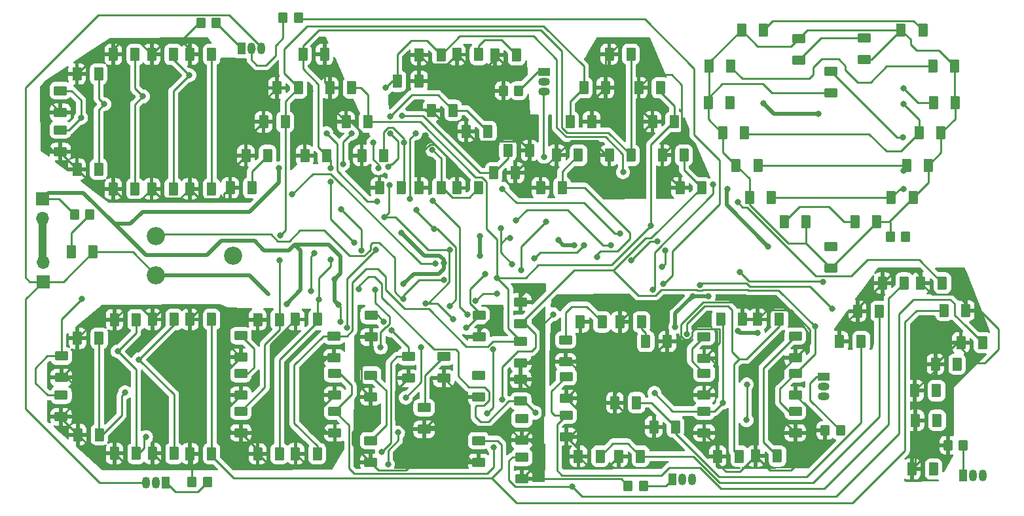
<source format=gbr>
%TF.GenerationSoftware,KiCad,Pcbnew,7.0.9*%
%TF.CreationDate,2024-02-13T17:02:03-03:00*%
%TF.ProjectId,pedido_casamento_smd,70656469-646f-45f6-9361-73616d656e74,rev?*%
%TF.SameCoordinates,Original*%
%TF.FileFunction,Copper,L1,Top*%
%TF.FilePolarity,Positive*%
%FSLAX46Y46*%
G04 Gerber Fmt 4.6, Leading zero omitted, Abs format (unit mm)*
G04 Created by KiCad (PCBNEW 7.0.9) date 2024-02-13 17:02:03*
%MOMM*%
%LPD*%
G01*
G04 APERTURE LIST*
G04 Aperture macros list*
%AMRoundRect*
0 Rectangle with rounded corners*
0 $1 Rounding radius*
0 $2 $3 $4 $5 $6 $7 $8 $9 X,Y pos of 4 corners*
0 Add a 4 corners polygon primitive as box body*
4,1,4,$2,$3,$4,$5,$6,$7,$8,$9,$2,$3,0*
0 Add four circle primitives for the rounded corners*
1,1,$1+$1,$2,$3*
1,1,$1+$1,$4,$5*
1,1,$1+$1,$6,$7*
1,1,$1+$1,$8,$9*
0 Add four rect primitives between the rounded corners*
20,1,$1+$1,$2,$3,$4,$5,0*
20,1,$1+$1,$4,$5,$6,$7,0*
20,1,$1+$1,$6,$7,$8,$9,0*
20,1,$1+$1,$8,$9,$2,$3,0*%
G04 Aperture macros list end*
%TA.AperFunction,SMDPad,CuDef*%
%ADD10RoundRect,0.250000X0.375000X0.625000X-0.375000X0.625000X-0.375000X-0.625000X0.375000X-0.625000X0*%
%TD*%
%TA.AperFunction,SMDPad,CuDef*%
%ADD11RoundRect,0.250000X-0.350000X-0.450000X0.350000X-0.450000X0.350000X0.450000X-0.350000X0.450000X0*%
%TD*%
%TA.AperFunction,SMDPad,CuDef*%
%ADD12RoundRect,0.250000X0.350000X0.450000X-0.350000X0.450000X-0.350000X-0.450000X0.350000X-0.450000X0*%
%TD*%
%TA.AperFunction,SMDPad,CuDef*%
%ADD13RoundRect,0.250000X-0.375000X-0.625000X0.375000X-0.625000X0.375000X0.625000X-0.375000X0.625000X0*%
%TD*%
%TA.AperFunction,SMDPad,CuDef*%
%ADD14RoundRect,0.250000X0.625000X-0.375000X0.625000X0.375000X-0.625000X0.375000X-0.625000X-0.375000X0*%
%TD*%
%TA.AperFunction,SMDPad,CuDef*%
%ADD15RoundRect,0.250000X-0.625000X0.375000X-0.625000X-0.375000X0.625000X-0.375000X0.625000X0.375000X0*%
%TD*%
%TA.AperFunction,ComponentPad*%
%ADD16R,1.050000X1.500000*%
%TD*%
%TA.AperFunction,ComponentPad*%
%ADD17O,1.050000X1.500000*%
%TD*%
%TA.AperFunction,ComponentPad*%
%ADD18R,1.700000X1.700000*%
%TD*%
%TA.AperFunction,ComponentPad*%
%ADD19O,1.700000X1.700000*%
%TD*%
%TA.AperFunction,ComponentPad*%
%ADD20C,2.340000*%
%TD*%
%TA.AperFunction,ComponentPad*%
%ADD21R,1.500000X1.050000*%
%TD*%
%TA.AperFunction,ComponentPad*%
%ADD22O,1.500000X1.050000*%
%TD*%
%TA.AperFunction,ViaPad*%
%ADD23C,0.800000*%
%TD*%
%TA.AperFunction,ViaPad*%
%ADD24C,0.500000*%
%TD*%
%TA.AperFunction,Conductor*%
%ADD25C,0.250000*%
%TD*%
%TA.AperFunction,Conductor*%
%ADD26C,0.500000*%
%TD*%
%TA.AperFunction,Conductor*%
%ADD27C,1.000000*%
%TD*%
G04 APERTURE END LIST*
D10*
%TO.P,D22,1,K*%
%TO.N,Net-(D10-K)*%
X219560600Y-116430600D03*
%TO.P,D22,2,A*%
%TO.N,Net-(D21-A)*%
X216760600Y-116430600D03*
%TD*%
D11*
%TO.P,R2,1*%
%TO.N,+9V*%
X109134400Y-122758200D03*
%TO.P,R2,2*%
%TO.N,Net-(D1-A)*%
X111134400Y-122758200D03*
%TD*%
D12*
%TO.P,R3,1*%
%TO.N,BQ1*%
X138100000Y-97300000D03*
%TO.P,R3,2*%
%TO.N,Net-(Q1-B)*%
X136100000Y-97300000D03*
%TD*%
D13*
%TO.P,D136,1,K*%
%TO.N,GND6*%
X210416600Y-135305800D03*
%TO.P,D136,2,A*%
%TO.N,D1*%
X213216600Y-135305800D03*
%TD*%
%TO.P,D55,1,K*%
%TO.N,GND1*%
X148587000Y-119329200D03*
%TO.P,D55,2,A*%
%TO.N,D9*%
X151387000Y-119329200D03*
%TD*%
%TO.P,D52,1,K*%
%TO.N,GND1*%
X142189200Y-106400600D03*
%TO.P,D52,2,A*%
%TO.N,D8*%
X144989200Y-106400600D03*
%TD*%
D10*
%TO.P,D25,1,K*%
%TO.N,Net-(D10-K)*%
X203733400Y-123698000D03*
%TO.P,D25,2,A*%
%TO.N,Net-(D25-A)*%
X200933400Y-123698000D03*
%TD*%
D14*
%TO.P,D93,1,K*%
%TO.N,GND4*%
X147500800Y-138646400D03*
%TO.P,D93,2,A*%
%TO.N,D1*%
X147500800Y-135846400D03*
%TD*%
D15*
%TO.P,D128,1,K*%
%TO.N,GND4*%
X166855600Y-134100000D03*
%TO.P,D128,2,A*%
%TO.N,D9*%
X166855600Y-136900000D03*
%TD*%
D10*
%TO.P,D127,1,K*%
%TO.N,GND5*%
X195509800Y-136370201D03*
%TO.P,D127,2,A*%
%TO.N,D6*%
X192709800Y-136370201D03*
%TD*%
D13*
%TO.P,D77,1,K*%
%TO.N,GND2*%
X182118000Y-106375200D03*
%TO.P,D77,2,A*%
%TO.N,D8*%
X184918000Y-106375200D03*
%TD*%
D10*
%TO.P,D9,1,K*%
%TO.N,Net-(D10-K)*%
X222989600Y-103603600D03*
%TO.P,D9,2,A*%
%TO.N,Net-(D10-A)*%
X220189600Y-103603600D03*
%TD*%
%TO.P,D67,1,K*%
%TO.N,GND2*%
X153723800Y-105537000D03*
%TO.P,D67,2,A*%
%TO.N,D3*%
X150923800Y-105537000D03*
%TD*%
D13*
%TO.P,D54,1,K*%
%TO.N,GND1*%
X146301000Y-115138200D03*
%TO.P,D54,2,A*%
%TO.N,D9*%
X149101000Y-115138200D03*
%TD*%
%TO.P,D68,1,K*%
%TO.N,GND2*%
X153746200Y-102108000D03*
%TO.P,D68,2,A*%
%TO.N,D3*%
X156546200Y-102108000D03*
%TD*%
%TO.P,D21,1,K*%
%TO.N,Net-(D10-K)*%
X194723600Y-116430600D03*
%TO.P,D21,2,A*%
%TO.N,Net-(D21-A)*%
X197523600Y-116430600D03*
%TD*%
D14*
%TO.P,D31,1,K*%
%TO.N,GND1*%
X107318000Y-109553200D03*
%TO.P,D31,2,A*%
%TO.N,D0*%
X107318000Y-106753200D03*
%TD*%
D13*
%TO.P,D38,1,K*%
%TO.N,GND1*%
X119129000Y-102057200D03*
%TO.P,D38,2,A*%
%TO.N,D3*%
X121929000Y-102057200D03*
%TD*%
%TO.P,D79,1,K*%
%TO.N,GND2*%
X185166000Y-115112800D03*
%TO.P,D79,2,A*%
%TO.N,D9*%
X187966000Y-115112800D03*
%TD*%
D10*
%TO.P,D139,1,K*%
%TO.N,GND6*%
X224421000Y-135229600D03*
%TO.P,D139,2,A*%
%TO.N,D4*%
X221621000Y-135229600D03*
%TD*%
D13*
%TO.P,D78,1,K*%
%TO.N,GND2*%
X183896000Y-110769400D03*
%TO.P,D78,2,A*%
%TO.N,D8*%
X186696000Y-110769400D03*
%TD*%
%TO.P,D135,1,K*%
%TO.N,GND6*%
X208090000Y-139217400D03*
%TO.P,D135,2,A*%
%TO.N,D0*%
X210890000Y-139217400D03*
%TD*%
D14*
%TO.P,D92,1,K*%
%TO.N,GND4*%
X147450000Y-146383200D03*
%TO.P,D92,2,A*%
%TO.N,D0*%
X147450000Y-143583200D03*
%TD*%
D13*
%TO.P,D83,1,K*%
%TO.N,GND3*%
X109547200Y-138811000D03*
%TO.P,D83,2,A*%
%TO.N,D1*%
X112347200Y-138811000D03*
%TD*%
%TO.P,D71,1,K*%
%TO.N,GND2*%
X169418000Y-119303800D03*
%TO.P,D71,2,A*%
%TO.N,D5*%
X172218000Y-119303800D03*
%TD*%
D10*
%TO.P,D63,1,K*%
%TO.N,GND2*%
X166172800Y-117373400D03*
%TO.P,D63,2,A*%
%TO.N,D1*%
X163372800Y-117373400D03*
%TD*%
D15*
%TO.P,D124,1,K*%
%TO.N,GND4*%
X166855600Y-144133000D03*
%TO.P,D124,2,A*%
%TO.N,D7*%
X166855600Y-146933000D03*
%TD*%
D13*
%TO.P,D107,1,K*%
%TO.N,GND5*%
X174577200Y-136700401D03*
%TO.P,D107,2,A*%
%TO.N,D3*%
X177377200Y-136700401D03*
%TD*%
D11*
%TO.P,R14,1*%
%TO.N,GND6*%
X222100000Y-152650000D03*
%TO.P,R14,2*%
%TO.N,Net-(Q6-C)*%
X224100000Y-152650000D03*
%TD*%
D15*
%TO.P,D5,1,K*%
%TO.N,Net-(D10-K)*%
X202793600Y-100044600D03*
%TO.P,D5,2,A*%
%TO.N,Net-(D13-K)*%
X202793600Y-102844600D03*
%TD*%
D13*
%TO.P,D23,1,K*%
%TO.N,Net-(D10-K)*%
X196440600Y-120621600D03*
%TO.P,D23,2,A*%
%TO.N,Net-(D23-A)*%
X199240600Y-120621600D03*
%TD*%
%TO.P,D19,1,K*%
%TO.N,Net-(D10-K)*%
X193011600Y-112239600D03*
%TO.P,D19,2,A*%
%TO.N,Net-(D19-A)*%
X195811600Y-112239600D03*
%TD*%
D14*
%TO.P,D95,1,K*%
%TO.N,GND4*%
X154358800Y-150584400D03*
%TO.P,D95,2,A*%
%TO.N,D2*%
X154358800Y-147784400D03*
%TD*%
D16*
%TO.P,Q1,1,C*%
%TO.N,Net-(Q1-C)*%
X130780000Y-101310000D03*
D17*
%TO.P,Q1,2,B*%
%TO.N,Net-(Q1-B)*%
X132050000Y-101310000D03*
%TO.P,Q1,3,E*%
%TO.N,GND*%
X133320000Y-101310000D03*
%TD*%
D13*
%TO.P,D89,1,K*%
%TO.N,GND3*%
X124082000Y-136372600D03*
%TO.P,D89,2,A*%
%TO.N,D4*%
X126882000Y-136372600D03*
%TD*%
%TO.P,D33,1,K*%
%TO.N,GND1*%
X109474000Y-104597200D03*
%TO.P,D33,2,A*%
%TO.N,D1*%
X112274000Y-104597200D03*
%TD*%
D18*
%TO.P,J2,1,Pin_1*%
%TO.N,GND*%
X105105200Y-131470400D03*
D19*
%TO.P,J2,2,Pin_2*%
%TO.N,Vbat*%
X105105200Y-128930400D03*
%TD*%
D13*
%TO.P,D70,1,K*%
%TO.N,GND2*%
X163525200Y-102133400D03*
%TO.P,D70,2,A*%
%TO.N,D4*%
X166325200Y-102133400D03*
%TD*%
%TO.P,D51,1,K*%
%TO.N,GND1*%
X138935000Y-115138200D03*
%TO.P,D51,2,A*%
%TO.N,D7*%
X141735000Y-115138200D03*
%TD*%
D14*
%TO.P,D32,1,K*%
%TO.N,GND1*%
X107318000Y-114630200D03*
%TO.P,D32,2,A*%
%TO.N,D0*%
X107318000Y-111830200D03*
%TD*%
D11*
%TO.P,R12,1*%
%TO.N,GND5*%
X206200000Y-150750000D03*
%TO.P,R12,2*%
%TO.N,Net-(Q5-C)*%
X208200000Y-150750000D03*
%TD*%
D14*
%TO.P,D98,1,K*%
%TO.N,GND4*%
X161420000Y-146383200D03*
%TO.P,D98,2,A*%
%TO.N,D3*%
X161420000Y-143583200D03*
%TD*%
D13*
%TO.P,D138,1,K*%
%TO.N,GND6*%
X218598400Y-131648200D03*
%TO.P,D138,2,A*%
%TO.N,D3*%
X221398400Y-131648200D03*
%TD*%
D14*
%TO.P,D105,1,K*%
%TO.N,GND5*%
X172748400Y-146583400D03*
%TO.P,D105,2,A*%
%TO.N,D2*%
X172748400Y-143783400D03*
%TD*%
D13*
%TO.P,D114,1,K*%
%TO.N,GND3*%
X132842000Y-153769201D03*
%TO.P,D114,2,A*%
%TO.N,D7*%
X135642000Y-153769201D03*
%TD*%
D14*
%TO.P,D122,1,K*%
%TO.N,GND4*%
X167008000Y-152032400D03*
%TO.P,D122,2,A*%
%TO.N,D6*%
X167008000Y-149232400D03*
%TD*%
%TO.P,D125,1,K*%
%TO.N,GND5*%
X190579200Y-151054401D03*
%TO.P,D125,2,A*%
%TO.N,D6*%
X190579200Y-148254401D03*
%TD*%
D10*
%TO.P,D1,1,K*%
%TO.N,GND*%
X111534400Y-127635000D03*
%TO.P,D1,2,A*%
%TO.N,Net-(D1-A)*%
X108734400Y-127635000D03*
%TD*%
D13*
%TO.P,D72,1,K*%
%TO.N,GND2*%
X171511000Y-115112800D03*
%TO.P,D72,2,A*%
%TO.N,D5*%
X174311000Y-115112800D03*
%TD*%
%TO.P,D103,1,K*%
%TO.N,GND5*%
X174323200Y-154074001D03*
%TO.P,D103,2,A*%
%TO.N,D1*%
X177123200Y-154074001D03*
%TD*%
D10*
%TO.P,D20,1,K*%
%TO.N,Net-(D10-K)*%
X221211600Y-112239600D03*
%TO.P,D20,2,A*%
%TO.N,Net-(D19-A)*%
X218411600Y-112239600D03*
%TD*%
D14*
%TO.P,D97,1,K*%
%TO.N,GND4*%
X161470800Y-138646400D03*
%TO.P,D97,2,A*%
%TO.N,D3*%
X161470800Y-135846400D03*
%TD*%
D13*
%TO.P,D76,1,K*%
%TO.N,GND2*%
X178308000Y-115112800D03*
%TO.P,D76,2,A*%
%TO.N,D7*%
X181108000Y-115112800D03*
%TD*%
%TO.P,D88,1,K*%
%TO.N,GND3*%
X119227600Y-153720800D03*
%TO.P,D88,2,A*%
%TO.N,D3*%
X122027600Y-153720800D03*
%TD*%
%TO.P,D65,1,K*%
%TO.N,GND2*%
X159816800Y-112014000D03*
%TO.P,D65,2,A*%
%TO.N,D2*%
X162616800Y-112014000D03*
%TD*%
%TO.P,D115,1,K*%
%TO.N,GND3*%
X137747200Y-136370201D03*
%TO.P,D115,2,A*%
%TO.N,D7*%
X140547200Y-136370201D03*
%TD*%
D14*
%TO.P,D91,1,K*%
%TO.N,GND4*%
X147450000Y-154866800D03*
%TO.P,D91,2,A*%
%TO.N,D0*%
X147450000Y-152066800D03*
%TD*%
D13*
%TO.P,D86,1,K*%
%TO.N,GND3*%
X114322400Y-153720800D03*
%TO.P,D86,2,A*%
%TO.N,D2*%
X117122400Y-153720800D03*
%TD*%
D10*
%TO.P,D24,1,K*%
%TO.N,Net-(D10-K)*%
X217594600Y-120621600D03*
%TO.P,D24,2,A*%
%TO.N,Net-(D23-A)*%
X214794600Y-120621600D03*
%TD*%
D11*
%TO.P,R10,1*%
%TO.N,GND4*%
X180750000Y-157900000D03*
%TO.P,R10,2*%
%TO.N,Net-(Q4-C)*%
X182750000Y-157900000D03*
%TD*%
D13*
%TO.P,D85,1,K*%
%TO.N,GND3*%
X114322400Y-136398000D03*
%TO.P,D85,2,A*%
%TO.N,D2*%
X117122400Y-136398000D03*
%TD*%
%TO.P,D102,1,K*%
%TO.N,GND5*%
X179555600Y-154076400D03*
%TO.P,D102,2,A*%
%TO.N,D1*%
X182355600Y-154076400D03*
%TD*%
%TO.P,D100,1,K*%
%TO.N,GND5*%
X179041600Y-147142200D03*
%TO.P,D100,2,A*%
%TO.N,D0*%
X181841600Y-147142200D03*
%TD*%
%TO.P,D43,1,K*%
%TO.N,GND1*%
X124079000Y-102057200D03*
%TO.P,D43,2,A*%
%TO.N,D4*%
X126879000Y-102057200D03*
%TD*%
%TO.P,D47,1,K*%
%TO.N,GND1*%
X131315000Y-115138200D03*
%TO.P,D47,2,A*%
%TO.N,D5*%
X134115000Y-115138200D03*
%TD*%
D10*
%TO.P,D50,1,K*%
%TO.N,GND1*%
X141487000Y-102057200D03*
%TO.P,D50,2,A*%
%TO.N,D7*%
X138687000Y-102057200D03*
%TD*%
D13*
%TO.P,D39,1,K*%
%TO.N,GND1*%
X119126000Y-119456200D03*
%TO.P,D39,2,A*%
%TO.N,D3*%
X121926000Y-119456200D03*
%TD*%
D14*
%TO.P,D132,1,K*%
%TO.N,GND5*%
X202364800Y-141326201D03*
%TO.P,D132,2,A*%
%TO.N,D8*%
X202364800Y-138526201D03*
%TD*%
D11*
%TO.P,R7,1*%
%TO.N,GND3*%
X124350000Y-157450000D03*
%TO.P,R7,2*%
%TO.N,Net-(Q3-C)*%
X126350000Y-157450000D03*
%TD*%
D13*
%TO.P,D129,1,K*%
%TO.N,GND5*%
X192328800Y-154076400D03*
%TO.P,D129,2,A*%
%TO.N,D7*%
X195128800Y-154076400D03*
%TD*%
D14*
%TO.P,D6,1,K*%
%TO.N,Net-(D10-K)*%
X211302600Y-102717600D03*
%TO.P,D6,2,A*%
%TO.N,Net-(D13-K)*%
X211302600Y-99917600D03*
%TD*%
D13*
%TO.P,D7,1,K*%
%TO.N,Net-(D10-K)*%
X216059600Y-98904600D03*
%TO.P,D7,2,A*%
%TO.N,Net-(D14-K)*%
X218859600Y-98904600D03*
%TD*%
%TO.P,D143,1,K*%
%TO.N,GND6*%
X217909600Y-149428200D03*
%TO.P,D143,2,A*%
%TO.N,D8*%
X220709600Y-149428200D03*
%TD*%
D10*
%TO.P,D26,1,K*%
%TO.N,Net-(D10-K)*%
X212877400Y-123698000D03*
%TO.P,D26,2,A*%
%TO.N,Net-(D25-A)*%
X210077400Y-123698000D03*
%TD*%
%TO.P,D74,1,K*%
%TO.N,GND2*%
X177806000Y-106375200D03*
%TO.P,D74,2,A*%
%TO.N,D6*%
X175006000Y-106375200D03*
%TD*%
D14*
%TO.P,D120,1,K*%
%TO.N,GND4*%
X167008000Y-157022800D03*
%TO.P,D120,2,A*%
%TO.N,D5*%
X167008000Y-154222800D03*
%TD*%
%TO.P,D99,1,K*%
%TO.N,GND4*%
X161420000Y-154866800D03*
%TO.P,D99,2,A*%
%TO.N,D4*%
X161420000Y-152066800D03*
%TD*%
%TO.P,D133,1,K*%
%TO.N,GND5*%
X202364800Y-146183000D03*
%TO.P,D133,2,A*%
%TO.N,D9*%
X202364800Y-143383000D03*
%TD*%
D13*
%TO.P,D61,1,K*%
%TO.N,GND2*%
X153746200Y-119329200D03*
%TO.P,D61,2,A*%
%TO.N,D0*%
X156546200Y-119329200D03*
%TD*%
D14*
%TO.P,D134,1,K*%
%TO.N,GND5*%
X202364800Y-151054401D03*
%TO.P,D134,2,A*%
%TO.N,D9*%
X202364800Y-148254401D03*
%TD*%
D11*
%TO.P,R9,1*%
%TO.N,GND1*%
X125500000Y-98000000D03*
%TO.P,R9,2*%
%TO.N,Net-(Q1-C)*%
X127500000Y-98000000D03*
%TD*%
D13*
%TO.P,D34,1,K*%
%TO.N,GND1*%
X109474000Y-116916200D03*
%TO.P,D34,2,A*%
%TO.N,D1*%
X112274000Y-116916200D03*
%TD*%
D14*
%TO.P,D104,1,K*%
%TO.N,GND5*%
X172748400Y-151542400D03*
%TO.P,D104,2,A*%
%TO.N,D2*%
X172748400Y-148742400D03*
%TD*%
%TO.P,D96,1,K*%
%TO.N,GND4*%
X156898800Y-143980400D03*
%TO.P,D96,2,A*%
%TO.N,D2*%
X156898800Y-141180400D03*
%TD*%
D13*
%TO.P,D53,1,K*%
%TO.N,GND1*%
X144269000Y-110794800D03*
%TO.P,D53,2,A*%
%TO.N,D8*%
X147069000Y-110794800D03*
%TD*%
%TO.P,D116,1,K*%
%TO.N,GND3*%
X137747200Y-153743801D03*
%TO.P,D116,2,A*%
%TO.N,D8*%
X140547200Y-153743801D03*
%TD*%
D12*
%TO.P,R15,1*%
%TO.N,GND*%
X216650000Y-125650000D03*
%TO.P,R15,2*%
%TO.N,Net-(D10-K)*%
X214650000Y-125650000D03*
%TD*%
D13*
%TO.P,D113,1,K*%
%TO.N,GND3*%
X132842000Y-136395601D03*
%TO.P,D113,2,A*%
%TO.N,D6*%
X135642000Y-136395601D03*
%TD*%
%TO.P,D48,1,K*%
%TO.N,GND1*%
X133601000Y-110794800D03*
%TO.P,D48,2,A*%
%TO.N,D6*%
X136401000Y-110794800D03*
%TD*%
%TO.P,D36,1,K*%
%TO.N,GND1*%
X114170000Y-102057200D03*
%TO.P,D36,2,A*%
%TO.N,D2*%
X116970000Y-102057200D03*
%TD*%
D18*
%TO.P,J1,1,Pin_1*%
%TO.N,+9V*%
X105029000Y-120726200D03*
D19*
%TO.P,J1,2,Pin_2*%
%TO.N,Vbat*%
X105029000Y-123266200D03*
%TD*%
D14*
%TO.P,D121,1,K*%
%TO.N,GND5*%
X190579200Y-141379400D03*
%TO.P,D121,2,A*%
%TO.N,D5*%
X190579200Y-138579400D03*
%TD*%
D13*
%TO.P,D140,1,K*%
%TO.N,GND6*%
X223774000Y-139369800D03*
%TO.P,D140,2,A*%
%TO.N,D5*%
X226574000Y-139369800D03*
%TD*%
D14*
%TO.P,D110,1,K*%
%TO.N,GND3*%
X130660600Y-141275401D03*
%TO.P,D110,2,A*%
%TO.N,D5*%
X130660600Y-138475401D03*
%TD*%
%TO.P,D119,1,K*%
%TO.N,GND3*%
X142827200Y-151054401D03*
%TO.P,D119,2,A*%
%TO.N,D9*%
X142827200Y-148254401D03*
%TD*%
D13*
%TO.P,D131,1,K*%
%TO.N,GND5*%
X197259400Y-154051000D03*
%TO.P,D131,2,A*%
%TO.N,D8*%
X200059400Y-154051000D03*
%TD*%
%TO.P,D144,1,K*%
%TO.N,GND6*%
X217452400Y-155727400D03*
%TO.P,D144,2,A*%
%TO.N,D9*%
X220252400Y-155727400D03*
%TD*%
%TO.P,D137,1,K*%
%TO.N,GND6*%
X213639400Y-131648200D03*
%TO.P,D137,2,A*%
%TO.N,D2*%
X216439400Y-131648200D03*
%TD*%
D14*
%TO.P,D94,1,K*%
%TO.N,GND4*%
X152326800Y-143980400D03*
%TO.P,D94,2,A*%
%TO.N,D1*%
X152326800Y-141180400D03*
%TD*%
%TO.P,D82,1,K*%
%TO.N,GND3*%
X107445000Y-143904200D03*
%TO.P,D82,2,A*%
%TO.N,D0*%
X107445000Y-141104200D03*
%TD*%
D20*
%TO.P,RV1,1,1*%
%TO.N,GND*%
X119663200Y-130618000D03*
%TO.P,RV1,2,2*%
%TO.N,Net-(U1-THR)*%
X129663200Y-128118000D03*
%TO.P,RV1,3,3*%
%TO.N,CLK*%
X119663200Y-125618000D03*
%TD*%
D14*
%TO.P,D118,1,K*%
%TO.N,GND3*%
X142776400Y-146183000D03*
%TO.P,D118,2,A*%
%TO.N,D9*%
X142776400Y-143383000D03*
%TD*%
D13*
%TO.P,D130,1,K*%
%TO.N,GND5*%
X197513400Y-136370201D03*
%TO.P,D130,2,A*%
%TO.N,D7*%
X200313400Y-136370201D03*
%TD*%
D14*
%TO.P,D3,1,K*%
%TO.N,Net-(D10-K)*%
X206933800Y-107035600D03*
%TO.P,D3,2,A*%
%TO.N,Net-(D11-K)*%
X206933800Y-104235600D03*
%TD*%
%TO.P,D4,1,K*%
%TO.N,Net-(D10-K)*%
X206933800Y-129720800D03*
%TO.P,D4,2,A*%
%TO.N,Net-(D11-K)*%
X206933800Y-126920800D03*
%TD*%
D16*
%TO.P,Q6,1,C*%
%TO.N,Net-(Q6-C)*%
X224100000Y-156550000D03*
D17*
%TO.P,Q6,2,B*%
%TO.N,Net-(Q6-B)*%
X225370000Y-156550000D03*
%TO.P,Q6,3,E*%
%TO.N,GND*%
X226640000Y-156550000D03*
%TD*%
D13*
%TO.P,D16,1,K*%
%TO.N,Net-(D10-K)*%
X191106600Y-108302600D03*
%TO.P,D16,2,A*%
%TO.N,Net-(D16-A)*%
X193906600Y-108302600D03*
%TD*%
D10*
%TO.P,D73,1,K*%
%TO.N,GND2*%
X176028000Y-110769400D03*
%TO.P,D73,2,A*%
%TO.N,D6*%
X173228000Y-110769400D03*
%TD*%
D13*
%TO.P,D62,1,K*%
%TO.N,GND2*%
X158623000Y-119354600D03*
%TO.P,D62,2,A*%
%TO.N,D0*%
X161423000Y-119354600D03*
%TD*%
%TO.P,D101,1,K*%
%TO.N,GND5*%
X184070800Y-150266400D03*
%TO.P,D101,2,A*%
%TO.N,D0*%
X186870800Y-150266400D03*
%TD*%
%TO.P,D44,1,K*%
%TO.N,GND1*%
X124079000Y-119456200D03*
%TO.P,D44,2,A*%
%TO.N,D4*%
X126879000Y-119456200D03*
%TD*%
D14*
%TO.P,D106,1,K*%
%TO.N,GND5*%
X172672200Y-141836600D03*
%TO.P,D106,2,A*%
%TO.N,D3*%
X172672200Y-139036600D03*
%TD*%
D13*
%TO.P,D49,1,K*%
%TO.N,GND1*%
X135331200Y-106400600D03*
%TO.P,D49,2,A*%
%TO.N,D6*%
X138131200Y-106400600D03*
%TD*%
D14*
%TO.P,D126,1,K*%
%TO.N,GND4*%
X166855600Y-141986000D03*
%TO.P,D126,2,A*%
%TO.N,D8*%
X166855600Y-139186000D03*
%TD*%
D13*
%TO.P,D75,1,K*%
%TO.N,GND2*%
X178308000Y-102031800D03*
%TO.P,D75,2,A*%
%TO.N,D7*%
X181108000Y-102031800D03*
%TD*%
D16*
%TO.P,Q4,1,C*%
%TO.N,Net-(Q4-C)*%
X186500000Y-157050000D03*
D17*
%TO.P,Q4,2,B*%
%TO.N,Net-(Q4-B)*%
X187770000Y-157050000D03*
%TO.P,Q4,3,E*%
%TO.N,GND*%
X189040000Y-157050000D03*
%TD*%
D21*
%TO.P,Q5,1,C*%
%TO.N,Net-(Q5-C)*%
X206050000Y-143810000D03*
D22*
%TO.P,Q5,2,B*%
%TO.N,Net-(Q5-B)*%
X206050000Y-145080000D03*
%TO.P,Q5,3,E*%
%TO.N,GND*%
X206050000Y-146350000D03*
%TD*%
D13*
%TO.P,D87,1,K*%
%TO.N,GND3*%
X119227600Y-136372600D03*
%TO.P,D87,2,A*%
%TO.N,D3*%
X122027600Y-136372600D03*
%TD*%
%TO.P,D142,1,K*%
%TO.N,GND6*%
X217833400Y-145592800D03*
%TO.P,D142,2,A*%
%TO.N,D7*%
X220633400Y-145592800D03*
%TD*%
D14*
%TO.P,D117,1,K*%
%TO.N,GND3*%
X142725600Y-141326201D03*
%TO.P,D117,2,A*%
%TO.N,D8*%
X142725600Y-138526201D03*
%TD*%
%TO.P,D112,1,K*%
%TO.N,GND3*%
X130660600Y-151054401D03*
%TO.P,D112,2,A*%
%TO.N,D6*%
X130660600Y-148254401D03*
%TD*%
D13*
%TO.P,D46,1,K*%
%TO.N,GND1*%
X129283000Y-119329200D03*
%TO.P,D46,2,A*%
%TO.N,D5*%
X132083000Y-119329200D03*
%TD*%
D14*
%TO.P,D81,1,K*%
%TO.N,GND3*%
X107419600Y-148974000D03*
%TO.P,D81,2,A*%
%TO.N,D0*%
X107419600Y-146174000D03*
%TD*%
%TO.P,D123,1,K*%
%TO.N,GND5*%
X190579200Y-146129200D03*
%TO.P,D123,2,A*%
%TO.N,D5*%
X190579200Y-143329200D03*
%TD*%
D11*
%TO.P,R5,1*%
%TO.N,GND2*%
X164600000Y-106750000D03*
%TO.P,R5,2*%
%TO.N,Net-(Q2-C)*%
X166600000Y-106750000D03*
%TD*%
D13*
%TO.P,D80,1,K*%
%TO.N,GND2*%
X187452000Y-119303800D03*
%TO.P,D80,2,A*%
%TO.N,D9*%
X190252000Y-119303800D03*
%TD*%
D10*
%TO.P,D109,1,K*%
%TO.N,GND5*%
X185829400Y-139217400D03*
%TO.P,D109,2,A*%
%TO.N,D4*%
X183029400Y-139217400D03*
%TD*%
D13*
%TO.P,D69,1,K*%
%TO.N,GND2*%
X158594600Y-102082600D03*
%TO.P,D69,2,A*%
%TO.N,D4*%
X161394600Y-102082600D03*
%TD*%
%TO.P,D141,1,K*%
%TO.N,GND6*%
X220497400Y-142163800D03*
%TO.P,D141,2,A*%
%TO.N,D6*%
X223297400Y-142163800D03*
%TD*%
D10*
%TO.P,D64,1,K*%
%TO.N,GND2*%
X168001600Y-114503200D03*
%TO.P,D64,2,A*%
%TO.N,D1*%
X165201600Y-114503200D03*
%TD*%
D13*
%TO.P,D84,1,K*%
%TO.N,GND3*%
X109575600Y-151282400D03*
%TO.P,D84,2,A*%
%TO.N,D1*%
X112375600Y-151282400D03*
%TD*%
D10*
%TO.P,D17,1,K*%
%TO.N,Net-(D10-K)*%
X223055600Y-108302600D03*
%TO.P,D17,2,A*%
%TO.N,Net-(D16-A)*%
X220255600Y-108302600D03*
%TD*%
D13*
%TO.P,D90,1,K*%
%TO.N,GND3*%
X124082000Y-153746200D03*
%TO.P,D90,2,A*%
%TO.N,D4*%
X126882000Y-153746200D03*
%TD*%
%TO.P,D108,1,K*%
%TO.N,GND5*%
X179682600Y-136702800D03*
%TO.P,D108,2,A*%
%TO.N,D4*%
X182482600Y-136702800D03*
%TD*%
%TO.P,D66,1,K*%
%TO.N,GND2*%
X155318000Y-109296200D03*
%TO.P,D66,2,A*%
%TO.N,D2*%
X158118000Y-109296200D03*
%TD*%
%TO.P,D10,1,K*%
%TO.N,Net-(D10-K)*%
X191233600Y-103603600D03*
%TO.P,D10,2,A*%
%TO.N,Net-(D10-A)*%
X194033600Y-103603600D03*
%TD*%
D14*
%TO.P,D111,1,K*%
%TO.N,GND3*%
X130660600Y-146183000D03*
%TO.P,D111,2,A*%
%TO.N,D5*%
X130660600Y-143383000D03*
%TD*%
D13*
%TO.P,D37,1,K*%
%TO.N,GND1*%
X114170000Y-119456200D03*
%TO.P,D37,2,A*%
%TO.N,D2*%
X116970000Y-119456200D03*
%TD*%
%TO.P,D8,1,K*%
%TO.N,Net-(D10-K)*%
X195424600Y-98904600D03*
%TO.P,D8,2,A*%
%TO.N,Net-(D14-K)*%
X198224600Y-98904600D03*
%TD*%
D21*
%TO.P,Q2,1,C*%
%TO.N,Net-(Q2-C)*%
X169850000Y-104350000D03*
D22*
%TO.P,Q2,2,B*%
%TO.N,Net-(Q2-B)*%
X169850000Y-105620000D03*
%TO.P,Q2,3,E*%
%TO.N,GND*%
X169850000Y-106890000D03*
%TD*%
D16*
%TO.P,Q3,1,C*%
%TO.N,Net-(Q3-C)*%
X120950000Y-157500000D03*
D17*
%TO.P,Q3,2,B*%
%TO.N,Net-(Q3-B)*%
X119680000Y-157500000D03*
%TO.P,Q3,3,E*%
%TO.N,GND*%
X118410000Y-157500000D03*
%TD*%
D23*
%TO.N,GND*%
X165750000Y-129200000D03*
X195206250Y-130206250D03*
D24*
X134250000Y-133100000D03*
D23*
X149225500Y-123151188D03*
X165500000Y-125850000D03*
X216650000Y-125650000D03*
X185150000Y-129550000D03*
X185512701Y-127462701D03*
X158100000Y-136350000D03*
X169850000Y-115300000D03*
X205950000Y-131474500D03*
X164250000Y-124600000D03*
X154550000Y-134290300D03*
X157650000Y-127337900D03*
X149890793Y-119008385D03*
%TO.N,GND4*%
X171050000Y-135700000D03*
X169750000Y-132500000D03*
X164313604Y-134936396D03*
X166534500Y-134100000D03*
%TO.N,BQ5*%
X196050000Y-149400000D03*
X196100000Y-144800000D03*
%TO.N,GND1*%
X135331200Y-106400600D03*
X142189200Y-106400600D03*
X139650000Y-106750000D03*
%TO.N,BQ6*%
X207100000Y-134950000D03*
X190000000Y-131905750D03*
%TO.N,+9V*%
X143300000Y-134475500D03*
D24*
X114350000Y-124000000D03*
D23*
X151650000Y-131800000D03*
X189100000Y-133350000D03*
X198850000Y-126900000D03*
X194924500Y-137862500D03*
X173800000Y-126750000D03*
X161550000Y-125600000D03*
X197500000Y-138150000D03*
X198250000Y-108400000D03*
X142787500Y-131200000D03*
X191150000Y-133400000D03*
X161550000Y-128150000D03*
X186850000Y-137350000D03*
X171700400Y-126100400D03*
X151450000Y-125150000D03*
X193550000Y-119450000D03*
X143574500Y-136650368D03*
X136600000Y-134350000D03*
X156900500Y-129050000D03*
X135574000Y-116789200D03*
X205362500Y-109787500D03*
%TO.N,CLK*%
X151650000Y-133700000D03*
X156900000Y-131225500D03*
%TO.N,GND2*%
X155318000Y-109296200D03*
X154587701Y-112562299D03*
%TO.N,BQ2*%
X191750000Y-118900000D03*
X183950000Y-132555750D03*
%TO.N,BQ1*%
X185300000Y-131800000D03*
%TO.N,BQ4*%
X184487299Y-126287299D03*
X181137299Y-128737299D03*
%TO.N,CLKTr*%
X179700000Y-125265296D03*
X164500000Y-119450000D03*
%TO.N,M6*%
X148158200Y-127355600D03*
X144374100Y-137462701D03*
%TO.N,M1*%
X143637000Y-122097800D03*
X146278600Y-127431800D03*
%TO.N,M4*%
X137287000Y-120167400D03*
X155800000Y-129175500D03*
%TO.N,D8i*%
X161000000Y-134000000D03*
X163750000Y-133025000D03*
%TO.N,M2F0*%
X159950000Y-135700000D03*
X155524200Y-121005600D03*
%TO.N,D9i*%
X162475000Y-148500000D03*
X163250000Y-140250000D03*
%TO.N,F0*%
X166273700Y-123576300D03*
X178500000Y-126775500D03*
%TO.N,M1F0*%
X153339800Y-122220399D03*
X157650000Y-134600000D03*
X155683441Y-124666094D03*
%TO.N,F0N*%
X170115900Y-123750000D03*
X140150000Y-127800000D03*
X139750000Y-132650000D03*
X166950000Y-130000000D03*
%TO.N,M3F0N*%
X147802600Y-113512600D03*
X148450000Y-116800000D03*
%TO.N,D0i*%
X148309847Y-121059847D03*
X141750000Y-112275000D03*
%TO.N,D1i*%
X145000000Y-112275000D03*
X143874500Y-116224500D03*
%TO.N,D2i*%
X150000000Y-112275000D03*
X149766597Y-116566262D03*
%TO.N,D3i*%
X152500000Y-120750000D03*
X153250000Y-112250000D03*
%TO.N,D4i*%
X154000000Y-140000000D03*
X152000000Y-146500000D03*
%TO.N,D7i*%
X148025000Y-132500000D03*
X148750000Y-140000000D03*
%TO.N,Net-(D16-A)*%
X216350000Y-106450000D03*
X193906600Y-108302600D03*
%TO.N,Net-(D19-A)*%
X216350000Y-108450000D03*
%TO.N,Net-(D21-A)*%
X216325000Y-117150000D03*
%TO.N,Net-(D23-A)*%
X216350000Y-119450000D03*
%TO.N,Net-(D25-A)*%
X200933400Y-123698000D03*
%TO.N,D0*%
X155425353Y-114424647D03*
X181841600Y-147142200D03*
X107419600Y-146174000D03*
X147450000Y-152066800D03*
X110000000Y-110250000D03*
X110100000Y-133700000D03*
%TO.N,D1*%
X115700000Y-145800000D03*
X112500000Y-138750000D03*
X151500000Y-110000000D03*
X148900000Y-153500000D03*
X150150000Y-137800000D03*
X149150000Y-136650000D03*
X177123200Y-154074001D03*
X113000000Y-108500000D03*
%TO.N,D2*%
X151000000Y-151000000D03*
X149700000Y-155150000D03*
X114750000Y-140500000D03*
X150000000Y-110070300D03*
X118400000Y-151600000D03*
X172748400Y-148742400D03*
X154358800Y-147784400D03*
X118000000Y-107500000D03*
%TO.N,D3*%
X161420000Y-143583200D03*
X177377200Y-136700401D03*
X194950000Y-121200000D03*
X149425000Y-106375000D03*
X159800000Y-137450000D03*
X168600000Y-128450000D03*
X162300000Y-130450000D03*
X117500000Y-141550000D03*
X180100000Y-117300000D03*
X175050000Y-126800000D03*
X124000000Y-104750000D03*
%TO.N,D4*%
X183029400Y-139217400D03*
X126879000Y-102057200D03*
X126879000Y-119300000D03*
X161420000Y-152066800D03*
X161394600Y-102082600D03*
X126882000Y-136372600D03*
%TO.N,D5*%
X190579200Y-138579400D03*
X132083000Y-119329200D03*
X173550000Y-158025500D03*
X167008000Y-154222800D03*
X130660600Y-143383000D03*
X176700000Y-128250000D03*
%TO.N,D6*%
X223297400Y-142163800D03*
X135750000Y-125500000D03*
X130660600Y-148254401D03*
X193000000Y-147150000D03*
X135642000Y-128700000D03*
X167008000Y-149232400D03*
X184150000Y-145900000D03*
%TO.N,D7*%
X220633400Y-145592800D03*
X145950000Y-132450000D03*
X194976200Y-153923800D03*
X145298047Y-126451954D03*
X142250000Y-128600000D03*
X188300000Y-138250000D03*
X140750000Y-133750000D03*
X168750000Y-148450000D03*
X142237701Y-116762299D03*
X142237701Y-118512299D03*
%TO.N,D8*%
X220709600Y-149428200D03*
X183700000Y-124200000D03*
X163750000Y-130975000D03*
X202364800Y-138526201D03*
%TO.N,D9*%
X204900000Y-137300000D03*
X164500000Y-146750000D03*
X151750000Y-113450000D03*
X163400000Y-152950000D03*
X220252400Y-155727400D03*
X187966000Y-115112800D03*
%TO.N,Net-(D11-K)*%
X206933800Y-104235600D03*
X206933800Y-126920800D03*
X216300000Y-112800000D03*
%TO.N,Net-(D13-K)*%
X211302600Y-99917600D03*
%TO.N,Net-(D14-K)*%
X218859600Y-98904600D03*
%TO.N,Net-(D10-A)*%
X220189600Y-103603600D03*
%TD*%
D25*
%TO.N,D9*%
X162500000Y-156350000D02*
X163400000Y-155450000D01*
X145350000Y-156350000D02*
X162500000Y-156350000D01*
X144650000Y-150077201D02*
X144650000Y-155650000D01*
X144650000Y-155650000D02*
X145350000Y-156350000D01*
X163400000Y-155450000D02*
X163400000Y-152950000D01*
X142827200Y-148254401D02*
X144650000Y-150077201D01*
%TO.N,GND*%
X149850000Y-119049178D02*
X149850000Y-122526688D01*
X149890793Y-119008385D02*
X149850000Y-119049178D01*
X149850000Y-122526688D02*
X149225500Y-123151188D01*
%TO.N,GND1*%
X147329200Y-119329200D02*
X148587000Y-119329200D01*
X146301000Y-118301000D02*
X147329200Y-119329200D01*
X146301000Y-115138200D02*
X146301000Y-118301000D01*
%TO.N,M3F0N*%
X148450000Y-116307300D02*
X147802600Y-115659900D01*
X148450000Y-116800000D02*
X148450000Y-116307300D01*
X147802600Y-115659900D02*
X147802600Y-113512600D01*
%TO.N,D1i*%
X143900000Y-113375000D02*
X145000000Y-112275000D01*
X143900000Y-116199000D02*
X143900000Y-113375000D01*
X143874500Y-116224500D02*
X143900000Y-116199000D01*
%TO.N,D0i*%
X143150000Y-113675000D02*
X141750000Y-112275000D01*
X143150000Y-117150000D02*
X143150000Y-113675000D01*
X147059847Y-121059847D02*
X143150000Y-117150000D01*
X148309847Y-121059847D02*
X147059847Y-121059847D01*
%TO.N,D7*%
X142237701Y-116762299D02*
X142237701Y-115640901D01*
X142237701Y-115640901D02*
X141735000Y-115138200D01*
%TO.N,Net-(Q2-C)*%
X169000000Y-104350000D02*
X169850000Y-104350000D01*
X166600000Y-106750000D02*
X169000000Y-104350000D01*
%TO.N,GND*%
X169800000Y-106940000D02*
X169850000Y-106890000D01*
X169800000Y-115250000D02*
X169800000Y-106940000D01*
X169850000Y-115300000D02*
X169800000Y-115250000D01*
%TO.N,D9*%
X200175000Y-132575000D02*
X204900000Y-137300000D01*
X196302208Y-132575000D02*
X200175000Y-132575000D01*
X196227208Y-132500000D02*
X196302208Y-132575000D01*
X190431055Y-132500000D02*
X196227208Y-132500000D01*
X190300305Y-132630750D02*
X190431055Y-132500000D01*
X189699695Y-132630750D02*
X190300305Y-132630750D01*
X189568945Y-132500000D02*
X189699695Y-132630750D01*
X185625305Y-132500000D02*
X189568945Y-132500000D01*
X185600305Y-132525000D02*
X185625305Y-132500000D01*
X185006055Y-132525000D02*
X185600305Y-132525000D01*
X182080750Y-133280750D02*
X184250305Y-133280750D01*
X178849293Y-130000000D02*
X178849293Y-130049293D01*
X178849293Y-130049293D02*
X182080750Y-133280750D01*
X184250305Y-133280750D02*
X185006055Y-132525000D01*
%TO.N,D8*%
X169150000Y-129300000D02*
X167475000Y-130975000D01*
X167475000Y-130975000D02*
X163750000Y-130975000D01*
X183700000Y-124200000D02*
X178600000Y-129300000D01*
X178600000Y-129300000D02*
X169150000Y-129300000D01*
%TO.N,D9*%
X173755600Y-130000000D02*
X166855600Y-136900000D01*
X179455800Y-129393493D02*
X178849293Y-130000000D01*
X178849293Y-130000000D02*
X173755600Y-130000000D01*
%TO.N,D4*%
X164350000Y-155650000D02*
X163100000Y-156900000D01*
X164350000Y-152550000D02*
X164350000Y-155650000D01*
X163866800Y-152066800D02*
X164350000Y-152550000D01*
X161420000Y-152066800D02*
X163866800Y-152066800D01*
%TO.N,Net-(D10-K)*%
X199385600Y-107035600D02*
X206933800Y-107035600D01*
X191106600Y-107693400D02*
X192950000Y-105850000D01*
X191106600Y-108302600D02*
X191106600Y-107693400D01*
X192950000Y-105850000D02*
X198200000Y-105850000D01*
X198200000Y-105850000D02*
X199385600Y-107035600D01*
D26*
%TO.N,+9V*%
X161550000Y-128150000D02*
X161550000Y-125600000D01*
D25*
%TO.N,M4*%
X139954400Y-117500000D02*
X137287000Y-120167400D01*
X142250000Y-117500000D02*
X139954400Y-117500000D01*
X153925500Y-129175500D02*
X142250000Y-117500000D01*
X155800000Y-129175500D02*
X153925500Y-129175500D01*
D26*
%TO.N,+9V*%
X153000000Y-130450000D02*
X151650000Y-131800000D01*
X156900000Y-128650000D02*
X156900000Y-129800000D01*
X156250000Y-130450000D02*
X153000000Y-130450000D01*
X156350000Y-128100000D02*
X156900000Y-128650000D01*
X154400000Y-128100000D02*
X156350000Y-128100000D01*
X151450000Y-125150000D02*
X154400000Y-128100000D01*
X156900000Y-129800000D02*
X156250000Y-130450000D01*
D25*
X156850000Y-129050000D02*
X156900500Y-129050000D01*
%TO.N,D3*%
X205050000Y-130750000D02*
X209600000Y-130750000D01*
X196121600Y-121821600D02*
X205050000Y-130750000D01*
X195571600Y-121821600D02*
X196121600Y-121821600D01*
X211700000Y-128650000D02*
X218400200Y-128650000D01*
X218400200Y-128650000D02*
X221398400Y-131648200D01*
X194950000Y-121200000D02*
X195571600Y-121821600D01*
X209600000Y-130750000D02*
X211700000Y-128650000D01*
%TO.N,GND*%
X154860505Y-134290300D02*
X154550000Y-134290300D01*
X157625000Y-131525805D02*
X154860505Y-134290300D01*
X157650000Y-127337900D02*
X157625000Y-127362900D01*
X157625000Y-127362900D02*
X157625000Y-131525805D01*
X154900000Y-127350000D02*
X150701188Y-123151188D01*
X154912100Y-127337900D02*
X154900000Y-127350000D01*
X150701188Y-123151188D02*
X149225500Y-123151188D01*
X157650000Y-127337900D02*
X154912100Y-127337900D01*
%TO.N,M1F0*%
X156066094Y-124666094D02*
X155683441Y-124666094D01*
X158450000Y-127050000D02*
X156066094Y-124666094D01*
X158450000Y-133800000D02*
X158450000Y-127050000D01*
X157650000Y-134600000D02*
X158450000Y-133800000D01*
%TO.N,GND*%
X116680200Y-127635000D02*
X119663200Y-130618000D01*
X133320000Y-101310000D02*
X133320000Y-101085000D01*
X185512701Y-129187299D02*
X185150000Y-129550000D01*
X165000000Y-125850000D02*
X164250000Y-126600000D01*
X165500000Y-125850000D02*
X165000000Y-125850000D01*
X105105200Y-131470400D02*
X102850000Y-133725600D01*
X158100000Y-136350000D02*
X156040300Y-134290300D01*
X156040300Y-134290300D02*
X154550000Y-134290300D01*
X111534400Y-127635000D02*
X116680200Y-127635000D01*
X164250000Y-127700000D02*
X164250000Y-126600000D01*
X165750000Y-129200000D02*
X164250000Y-127700000D01*
X102800000Y-130900000D02*
X103370400Y-131470400D01*
X103370400Y-131470400D02*
X105105200Y-131470400D01*
X129185000Y-96950000D02*
X112250000Y-96950000D01*
X196400000Y-131400000D02*
X195206250Y-130206250D01*
X133320000Y-101085000D02*
X129185000Y-96950000D01*
X102850000Y-147950000D02*
X112400000Y-157500000D01*
D26*
X131768000Y-130618000D02*
X134250000Y-133100000D01*
D25*
X112250000Y-96950000D02*
X102800000Y-106400000D01*
X112400000Y-157500000D02*
X118410000Y-157500000D01*
X102850000Y-133725600D02*
X102850000Y-147950000D01*
X205875500Y-131400000D02*
X196400000Y-131400000D01*
X102800000Y-106400000D02*
X102800000Y-130900000D01*
X107699000Y-131470400D02*
X111534400Y-127635000D01*
X105105200Y-131470400D02*
X107699000Y-131470400D01*
X185512701Y-127462701D02*
X185512701Y-129187299D01*
X205950000Y-131474500D02*
X205875500Y-131400000D01*
X164250000Y-126600000D02*
X164250000Y-124600000D01*
D26*
X119663200Y-130618000D02*
X131768000Y-130618000D01*
D27*
%TO.N,Vbat*%
X105029000Y-123266200D02*
X105029000Y-128854200D01*
D25*
X105029000Y-128854200D02*
X105105200Y-128930400D01*
%TO.N,GND4*%
X161420000Y-146383200D02*
X159301600Y-146383200D01*
X154358800Y-150584400D02*
X154743200Y-150200000D01*
X156334400Y-150584400D02*
X160616800Y-154866800D01*
X154358800Y-153541200D02*
X154358800Y-150584400D01*
X169050000Y-153050000D02*
X168032400Y-152032400D01*
X147450000Y-148650000D02*
X145100000Y-151000000D01*
X169650000Y-146927400D02*
X166855600Y-144133000D01*
X167008000Y-157022800D02*
X179872800Y-157022800D01*
X169400000Y-137350000D02*
X169400000Y-140316600D01*
X148483200Y-155900000D02*
X152000000Y-155900000D01*
X150650000Y-149350000D02*
X151884400Y-150584400D01*
X147500800Y-140029400D02*
X147500800Y-138646400D01*
X159301600Y-146383200D02*
X156898800Y-143980400D01*
X154743200Y-150200000D02*
X165175600Y-150200000D01*
X145100000Y-151000000D02*
X145100000Y-152516800D01*
X167008000Y-152032400D02*
X169650000Y-149390400D01*
X152326800Y-143980400D02*
X151451800Y-143980400D01*
X152000000Y-155900000D02*
X154358800Y-153541200D01*
X161470800Y-137779200D02*
X164313604Y-134936396D01*
X154358800Y-150584400D02*
X156334400Y-150584400D01*
X169050000Y-154980800D02*
X169050000Y-153050000D01*
X152326800Y-143980400D02*
X150650000Y-145657200D01*
X147450000Y-146383200D02*
X147450000Y-148650000D01*
X160616800Y-154866800D02*
X161420000Y-154866800D01*
X150650000Y-145657200D02*
X150650000Y-149350000D01*
X166855600Y-141986000D02*
X166855600Y-144133000D01*
X169400000Y-140316600D02*
X167730600Y-141986000D01*
X151884400Y-150584400D02*
X154358800Y-150584400D01*
X168032400Y-152032400D02*
X167008000Y-152032400D01*
X147500800Y-140029400D02*
X146250000Y-141280200D01*
X165175600Y-150200000D02*
X167008000Y-152032400D01*
X169200000Y-131950000D02*
X169750000Y-132500000D01*
X171050000Y-135700000D02*
X169400000Y-137350000D01*
X146250000Y-145183200D02*
X147450000Y-146383200D01*
X167008000Y-157022800D02*
X169050000Y-154980800D01*
X169650000Y-149390400D02*
X169650000Y-146927400D01*
X167730600Y-141986000D02*
X166855600Y-141986000D01*
X158560000Y-146383200D02*
X154358800Y-150584400D01*
X147450000Y-154866800D02*
X148483200Y-155900000D01*
X166855600Y-133344400D02*
X168250000Y-131950000D01*
X168250000Y-131950000D02*
X169200000Y-131950000D01*
X161420000Y-146383200D02*
X158560000Y-146383200D01*
X146250000Y-141280200D02*
X146250000Y-145183200D01*
X161470800Y-138646400D02*
X161470800Y-137779200D01*
X166855600Y-134100000D02*
X166855600Y-133344400D01*
X145100000Y-152516800D02*
X147450000Y-154866800D01*
X179872800Y-157022800D02*
X180750000Y-157900000D01*
%TO.N,Net-(Q4-C)*%
X182750000Y-157900000D02*
X185650000Y-157900000D01*
X185650000Y-157900000D02*
X186500000Y-157050000D01*
%TO.N,GND5*%
X179041600Y-147142200D02*
X179041600Y-146005200D01*
X190579200Y-141379400D02*
X192550000Y-139408600D01*
X178032000Y-155600000D02*
X175849199Y-155600000D01*
X204250000Y-150550000D02*
X203745599Y-151054401D01*
X192328800Y-152804001D02*
X190579200Y-151054401D01*
X187575000Y-137038604D02*
X190463604Y-134150000D01*
X202364800Y-141326201D02*
X199450000Y-144241001D01*
X174577200Y-141072800D02*
X174577200Y-136700401D01*
X174350000Y-144981800D02*
X174350000Y-143050000D01*
X182165800Y-150266400D02*
X179041600Y-147142200D01*
X201800000Y-155900000D02*
X202364800Y-155335200D01*
X199108400Y-155900000D02*
X201800000Y-155900000D01*
X183400000Y-135050000D02*
X185829400Y-137479400D01*
X199450000Y-144241001D02*
X199450000Y-148139601D01*
X174350000Y-143050000D02*
X173136600Y-141836600D01*
X188600305Y-138975000D02*
X187999695Y-138975000D01*
X198713400Y-135170201D02*
X201770201Y-135170201D01*
X174600000Y-148435000D02*
X174600000Y-150100000D01*
X187999695Y-138975000D02*
X187575000Y-138550305D01*
X189025000Y-138550305D02*
X188600305Y-138975000D01*
X175849199Y-155600000D02*
X174323200Y-154074001D01*
X192550000Y-139408600D02*
X192550000Y-137570201D01*
X195509800Y-136370201D02*
X197513400Y-136370201D01*
X204250000Y-137650000D02*
X204250000Y-139441001D01*
X189404494Y-137570201D02*
X189025000Y-137949695D01*
X204250000Y-150550000D02*
X204500000Y-150800000D01*
X174600000Y-150100000D02*
X173157600Y-151542400D01*
X191329400Y-141379400D02*
X190579200Y-141379400D01*
X173157600Y-151542400D02*
X172748400Y-151542400D01*
X173136600Y-141836600D02*
X172672200Y-141836600D01*
X197513400Y-136370201D02*
X198713400Y-135170201D01*
X204250000Y-139441001D02*
X202364800Y-141326201D01*
X173813400Y-141836600D02*
X174577200Y-141072800D01*
X190579200Y-146129200D02*
X192300000Y-144408400D01*
X174323200Y-153117200D02*
X172748400Y-151542400D01*
X201770201Y-135170201D02*
X204250000Y-137650000D01*
X190463604Y-134150000D02*
X195100000Y-134150000D01*
X202364800Y-155335200D02*
X202364800Y-151054401D01*
X189025000Y-137949695D02*
X189025000Y-138550305D01*
X172748400Y-146583400D02*
X174600000Y-148435000D01*
X192300000Y-142350000D02*
X191329400Y-141379400D01*
X184070800Y-150266400D02*
X182165800Y-150266400D01*
X192328800Y-154076400D02*
X192328800Y-155028800D01*
X204250000Y-148068200D02*
X204250000Y-150550000D01*
X175892800Y-147142200D02*
X174600000Y-148435000D01*
X179041600Y-146005200D02*
X185829400Y-139217400D01*
X179555600Y-154076400D02*
X178032000Y-155600000D01*
X172748400Y-146583400D02*
X174350000Y-144981800D01*
X199450000Y-148139601D02*
X202364800Y-151054401D01*
X172672200Y-141836600D02*
X173813400Y-141836600D01*
X174323200Y-154074001D02*
X174323200Y-153117200D01*
X181335400Y-135050000D02*
X183400000Y-135050000D01*
X192300000Y-144408400D02*
X192300000Y-142350000D01*
X192328800Y-155028800D02*
X193400000Y-156100000D01*
X204500000Y-150800000D02*
X205600000Y-150800000D01*
X193400000Y-156100000D02*
X195210400Y-156100000D01*
X187575000Y-138550305D02*
X187575000Y-137038604D01*
X195210400Y-156100000D02*
X197259400Y-154051000D01*
X195509800Y-134559800D02*
X195509800Y-136370201D01*
X197513400Y-136370201D02*
X197513400Y-136474801D01*
X192550000Y-137570201D02*
X189404494Y-137570201D01*
X195100000Y-134150000D02*
X195509800Y-134559800D01*
X203745599Y-151054401D02*
X202364800Y-151054401D01*
X197259400Y-154051000D02*
X199108400Y-155900000D01*
X185829400Y-137479400D02*
X185829400Y-139217400D01*
X185829400Y-139217400D02*
X186907905Y-139217400D01*
X192328800Y-154076400D02*
X192328800Y-152804001D01*
X179041600Y-147142200D02*
X175892800Y-147142200D01*
X186907905Y-139217400D02*
X187575000Y-138550305D01*
X179682600Y-136702800D02*
X181335400Y-135050000D01*
X202364800Y-146183000D02*
X204250000Y-148068200D01*
%TO.N,Net-(Q5-C)*%
X208200000Y-150750000D02*
X204250000Y-146800000D01*
X205090000Y-143810000D02*
X206050000Y-143810000D01*
X204250000Y-146800000D02*
X204250000Y-144650000D01*
X204250000Y-144650000D02*
X205090000Y-143810000D01*
%TO.N,BQ5*%
X196100000Y-149350000D02*
X196050000Y-149400000D01*
X196100000Y-144800000D02*
X196100000Y-149350000D01*
%TO.N,GND1*%
X124079000Y-101329000D02*
X124079000Y-102057200D01*
X125250000Y-98000000D02*
X125500000Y-98000000D01*
X106430200Y-114630200D02*
X107318000Y-114630200D01*
X106902800Y-104597200D02*
X109474000Y-104597200D01*
X144269000Y-110794800D02*
X144894000Y-110794800D01*
X128500000Y-120750000D02*
X128500000Y-120112200D01*
X107318000Y-114630200D02*
X107318000Y-114760200D01*
X105050000Y-110550000D02*
X105050000Y-113250000D01*
X105050000Y-113250000D02*
X106430200Y-114630200D01*
X141487000Y-102057200D02*
X141487000Y-105698400D01*
X123000000Y-100250000D02*
X124079000Y-101329000D01*
X115563800Y-120850000D02*
X117732200Y-120850000D01*
X133601000Y-108130800D02*
X135331200Y-106400600D01*
X112014000Y-119456200D02*
X114170000Y-119456200D01*
X122750000Y-120785200D02*
X124079000Y-119456200D01*
X117732200Y-120850000D02*
X119126000Y-119456200D01*
X128500000Y-120112200D02*
X129283000Y-119329200D01*
X109474000Y-116916200D02*
X112014000Y-119456200D01*
X120936200Y-100250000D02*
X123000000Y-100250000D01*
X112014000Y-102057200D02*
X114170000Y-102057200D01*
X142189200Y-106400600D02*
X142189200Y-108715000D01*
X133601000Y-110794800D02*
X133601000Y-109400000D01*
X125372800Y-120750000D02*
X128500000Y-120750000D01*
X146301000Y-112201800D02*
X146301000Y-115138200D01*
X138950000Y-109350000D02*
X139650000Y-108650000D01*
X107318000Y-109553200D02*
X106046800Y-109553200D01*
X138935000Y-115138200D02*
X138935000Y-109365000D01*
X107318000Y-114760200D02*
X109474000Y-116916200D01*
X115250000Y-100250000D02*
X117321800Y-100250000D01*
X114170000Y-101330000D02*
X115250000Y-100250000D01*
X120369800Y-120700000D02*
X122664800Y-120700000D01*
X105750000Y-107985200D02*
X105750000Y-105750000D01*
X109474000Y-104597200D02*
X112014000Y-102057200D01*
X139650000Y-108650000D02*
X139650000Y-106750000D01*
X124079000Y-119456200D02*
X125372800Y-120750000D01*
X138935000Y-109365000D02*
X138950000Y-109350000D01*
X133601000Y-109400000D02*
X133601000Y-108130800D01*
X131315000Y-115138200D02*
X131315000Y-113080800D01*
X122664800Y-120700000D02*
X122750000Y-120785200D01*
X144894000Y-110794800D02*
X146301000Y-112201800D01*
X119129000Y-102057200D02*
X120936200Y-100250000D01*
X123000000Y-100250000D02*
X125250000Y-98000000D01*
X129283000Y-119329200D02*
X129283000Y-117170200D01*
X119126000Y-119456200D02*
X120369800Y-120700000D01*
X107318000Y-109553200D02*
X105750000Y-107985200D01*
X106046800Y-109553200D02*
X105050000Y-110550000D01*
X129283000Y-117170200D02*
X131315000Y-115138200D01*
X105750000Y-105750000D02*
X106902800Y-104597200D01*
X142189200Y-108715000D02*
X144269000Y-110794800D01*
X141487000Y-105698400D02*
X142189200Y-106400600D01*
X117321800Y-100250000D02*
X119129000Y-102057200D01*
X131315000Y-113080800D02*
X133601000Y-110794800D01*
X114170000Y-119456200D02*
X115563800Y-120850000D01*
X114170000Y-102057200D02*
X114170000Y-101330000D01*
%TO.N,Net-(Q1-C)*%
X127500000Y-98000000D02*
X130780000Y-101280000D01*
X130780000Y-101280000D02*
X130780000Y-101310000D01*
%TO.N,Net-(D10-K)*%
X212877400Y-123777200D02*
X206933800Y-129720800D01*
X195424600Y-98904600D02*
X197520000Y-101000000D01*
X197520000Y-101000000D02*
X201838200Y-101000000D01*
X212246600Y-102717600D02*
X216059600Y-98904600D01*
X202793600Y-100044600D02*
X203933600Y-98904600D01*
X221211600Y-112239600D02*
X221211600Y-114779600D01*
X203733400Y-126520400D02*
X206933800Y-129720800D01*
X221211600Y-114779600D02*
X219560600Y-116430600D01*
X214650000Y-123829800D02*
X214650000Y-125650000D01*
X191233600Y-103095600D02*
X191233600Y-103603600D01*
X193011600Y-112366600D02*
X193011600Y-114718600D01*
X217259600Y-100759600D02*
X218050000Y-101550000D01*
X222989600Y-103603600D02*
X222989600Y-108236600D01*
X191106600Y-108302600D02*
X191106600Y-110461600D01*
X218050000Y-101550000D02*
X220936000Y-101550000D01*
X217594600Y-120621600D02*
X214518200Y-123698000D01*
X212877400Y-123698000D02*
X212877400Y-123777200D01*
X196440600Y-120621600D02*
X196440600Y-118147600D01*
X222989600Y-108236600D02*
X223055600Y-108302600D01*
X214518200Y-123698000D02*
X212877400Y-123698000D01*
X191233600Y-103603600D02*
X191233600Y-108175600D01*
X191106600Y-110461600D02*
X193011600Y-112366600D01*
X201464400Y-126520400D02*
X203733400Y-126520400D01*
X203733400Y-123698000D02*
X203733400Y-126520400D01*
X223055600Y-108302600D02*
X223055600Y-110395600D01*
X219560600Y-118655600D02*
X217594600Y-120621600D01*
X191233600Y-108175600D02*
X191106600Y-108302600D01*
X201838200Y-101000000D02*
X202793600Y-100044600D01*
X217259600Y-100104600D02*
X217259600Y-100759600D01*
X196440600Y-121496600D02*
X201464400Y-126520400D01*
X220936000Y-101550000D02*
X222989600Y-103603600D01*
X203933600Y-98904600D02*
X216059600Y-98904600D01*
X196440600Y-120621600D02*
X196440600Y-121496600D01*
X214518200Y-123698000D02*
X214650000Y-123829800D01*
X216059600Y-98904600D02*
X217259600Y-100104600D01*
X211302600Y-102717600D02*
X212246600Y-102717600D01*
X223055600Y-110395600D02*
X221211600Y-112239600D01*
X219560600Y-116430600D02*
X219560600Y-118655600D01*
X195424600Y-98904600D02*
X191233600Y-103095600D01*
X193011600Y-114718600D02*
X194723600Y-116430600D01*
X196440600Y-118147600D02*
X194723600Y-116430600D01*
%TO.N,GND6*%
X210416600Y-135305800D02*
X210416600Y-134871000D01*
X217452400Y-155727400D02*
X220529800Y-152650000D01*
X225700000Y-142000000D02*
X223774000Y-140074000D01*
X208090000Y-137632400D02*
X210416600Y-135305800D01*
X224421000Y-135229600D02*
X226279600Y-135229600D01*
X217833400Y-149352000D02*
X217909600Y-149428200D01*
X223774000Y-139369800D02*
X223291400Y-139369800D01*
X217833400Y-145592800D02*
X217833400Y-149352000D01*
X228650000Y-137600000D02*
X228650000Y-140200000D01*
X220100200Y-133150000D02*
X223216400Y-133150000D01*
X223216400Y-133150000D02*
X224421000Y-134354600D01*
X226279600Y-135229600D02*
X228650000Y-137600000D01*
X208090000Y-139217400D02*
X208090000Y-137632400D01*
X223291400Y-139369800D02*
X220497400Y-142163800D01*
X220497400Y-142163800D02*
X220497400Y-142928800D01*
X210416600Y-134871000D02*
X213639400Y-131648200D01*
X217909600Y-149428200D02*
X217909600Y-155270200D01*
X224421000Y-134354600D02*
X224421000Y-135229600D01*
X218598400Y-130648400D02*
X218598400Y-131648200D01*
X220529800Y-152650000D02*
X222100000Y-152650000D01*
X217909600Y-155270200D02*
X217452400Y-155727400D01*
X223774000Y-140074000D02*
X223774000Y-139369800D01*
X215237600Y-130050000D02*
X218000000Y-130050000D01*
X218000000Y-130050000D02*
X218598400Y-130648400D01*
X213639400Y-131648200D02*
X215237600Y-130050000D01*
X220497400Y-142928800D02*
X217833400Y-145592800D01*
X226850000Y-142000000D02*
X225700000Y-142000000D01*
X228650000Y-140200000D02*
X226850000Y-142000000D01*
X218598400Y-131648200D02*
X220100200Y-133150000D01*
%TO.N,Net-(Q6-C)*%
X224100000Y-152650000D02*
X224100000Y-156550000D01*
%TO.N,BQ6*%
X190000000Y-131905750D02*
X190255750Y-131650000D01*
X196013604Y-131650000D02*
X196488604Y-132125000D01*
X196488604Y-132125000D02*
X204275000Y-132125000D01*
X190255750Y-131650000D02*
X196013604Y-131650000D01*
X204275000Y-132125000D02*
X207100000Y-134950000D01*
D26*
%TO.N,+9V*%
X143587500Y-128237500D02*
X142025000Y-126675000D01*
X117950000Y-122450000D02*
X131800000Y-122450000D01*
D25*
X107102400Y-120726200D02*
X109134400Y-122758200D01*
D26*
X142025000Y-126675000D02*
X137600000Y-126675000D01*
X198850000Y-126900000D02*
X193475000Y-121525000D01*
X114350000Y-124000000D02*
X110300000Y-119950000D01*
X135574000Y-118676000D02*
X135574000Y-116789200D01*
D25*
X189100000Y-133350000D02*
X189150000Y-133400000D01*
D26*
X142750000Y-133925500D02*
X142750000Y-131237500D01*
X171700400Y-126100400D02*
X172350000Y-126750000D01*
X116400000Y-124000000D02*
X117950000Y-122450000D01*
X128150000Y-126200000D02*
X126300000Y-128050000D01*
X132450000Y-126200000D02*
X128150000Y-126200000D01*
X133650000Y-127400000D02*
X132450000Y-126200000D01*
X186850000Y-135600000D02*
X189100000Y-133350000D01*
D25*
X195212000Y-138150000D02*
X194924500Y-137862500D01*
X105029000Y-120726200D02*
X107102400Y-120726200D01*
X193475000Y-119525000D02*
X193550000Y-119450000D01*
D26*
X186850000Y-137350000D02*
X186850000Y-135600000D01*
X193475000Y-121525000D02*
X193475000Y-119525000D01*
X131800000Y-122450000D02*
X135574000Y-118676000D01*
X136875000Y-127400000D02*
X133650000Y-127400000D01*
X126300000Y-128050000D02*
X118400000Y-128050000D01*
X142750000Y-131237500D02*
X142787500Y-131200000D01*
X189150000Y-133400000D02*
X191150000Y-133400000D01*
X137600000Y-126675000D02*
X138400000Y-127475000D01*
X199637500Y-109787500D02*
X205362500Y-109787500D01*
X197500000Y-138150000D02*
X195212000Y-138150000D01*
X105805200Y-119950000D02*
X105029000Y-120726200D01*
X138400000Y-132550000D02*
X136600000Y-134350000D01*
X143300000Y-134475500D02*
X142750000Y-133925500D01*
X138400000Y-127475000D02*
X138400000Y-132550000D01*
X142787500Y-131200000D02*
X143587500Y-130400000D01*
X114350000Y-124000000D02*
X116400000Y-124000000D01*
X110300000Y-119950000D02*
X105805200Y-119950000D01*
X172350000Y-126750000D02*
X173800000Y-126750000D01*
X143587500Y-130400000D02*
X143587500Y-128237500D01*
D25*
X143574500Y-134750000D02*
X143300000Y-134475500D01*
X143574500Y-136650368D02*
X143574500Y-134750000D01*
D26*
X118400000Y-128050000D02*
X114350000Y-124000000D01*
X198250000Y-108400000D02*
X199637500Y-109787500D01*
X137600000Y-126675000D02*
X136875000Y-127400000D01*
D25*
%TO.N,CLK*%
X151650000Y-133300000D02*
X153724500Y-131225500D01*
X150550000Y-128401200D02*
X148539200Y-126390400D01*
X141450000Y-124850000D02*
X138300000Y-124850000D01*
X148539200Y-126390400D02*
X147726400Y-126390400D01*
X134574695Y-125350000D02*
X119931200Y-125350000D01*
X151450000Y-133700000D02*
X150550000Y-132800000D01*
X144756800Y-128156800D02*
X141450000Y-124850000D01*
X147433200Y-127316800D02*
X147250000Y-127500000D01*
X147250000Y-127500000D02*
X147235705Y-127500000D01*
X150550000Y-132800000D02*
X150550000Y-128401200D01*
X119931200Y-125350000D02*
X119663200Y-125618000D01*
X138300000Y-124850000D02*
X136925000Y-126225000D01*
X151650000Y-133700000D02*
X151650000Y-133300000D01*
X147433200Y-126683600D02*
X147433200Y-127316800D01*
X153724500Y-131225500D02*
X156900000Y-131225500D01*
X136925000Y-126225000D02*
X135449695Y-126225000D01*
X135449695Y-126225000D02*
X134574695Y-125350000D01*
X146578905Y-128156800D02*
X144756800Y-128156800D01*
X151650000Y-133700000D02*
X151450000Y-133700000D01*
X147235705Y-127500000D02*
X146578905Y-128156800D01*
X147726400Y-126390400D02*
X147433200Y-126683600D01*
%TO.N,GND3*%
X134622799Y-155550000D02*
X137350000Y-155550000D01*
X124350000Y-157450000D02*
X124350000Y-154014200D01*
X120950200Y-134650000D02*
X123500000Y-134650000D01*
X137350000Y-155550000D02*
X137747200Y-155152800D01*
X109547200Y-138811000D02*
X111960200Y-136398000D01*
X119227600Y-154972400D02*
X119227600Y-153720800D01*
X109350000Y-145100000D02*
X109350000Y-147043600D01*
X107445000Y-143904200D02*
X109547200Y-141802000D01*
X114322400Y-136398000D02*
X115970400Y-134750000D01*
X124350000Y-154014200D02*
X124082000Y-153746200D01*
X132995599Y-151054401D02*
X130660600Y-151054401D01*
X137747200Y-136370201D02*
X134500000Y-139617401D01*
X132842000Y-154458000D02*
X132842000Y-153769201D01*
X124082000Y-136372600D02*
X125804600Y-134650000D01*
X137747200Y-155152800D02*
X137747200Y-153743801D01*
X119227600Y-136372600D02*
X120950200Y-134650000D01*
X125804600Y-134650000D02*
X127550000Y-134650000D01*
X141050000Y-150250000D02*
X141854401Y-151054401D01*
X128800000Y-143136001D02*
X128800000Y-145750000D01*
X129295601Y-136395601D02*
X132842000Y-136395601D01*
X140050000Y-143050000D02*
X140100000Y-143100000D01*
X140933000Y-146183000D02*
X142776400Y-146183000D01*
X130660600Y-146183000D02*
X128800000Y-148043600D01*
X128750000Y-135850000D02*
X128750000Y-139364801D01*
X121006800Y-155500000D02*
X123450000Y-155500000D01*
X128750000Y-135850000D02*
X129295601Y-136395601D01*
X111960200Y-136398000D02*
X114322400Y-136398000D01*
X130660600Y-141275401D02*
X128800000Y-143136001D01*
X142776400Y-146183000D02*
X141050000Y-147909400D01*
X108154200Y-143904200D02*
X109350000Y-145100000D01*
X124082000Y-135232000D02*
X124082000Y-136372600D01*
X109547200Y-141802000D02*
X109547200Y-138811000D01*
X141773799Y-141326201D02*
X140050000Y-143050000D01*
X117700000Y-134845000D02*
X119227600Y-136372600D01*
X132842000Y-153769201D02*
X132842000Y-153235801D01*
X142725600Y-141326201D02*
X141773799Y-141326201D01*
X109575600Y-151282400D02*
X112014000Y-153720800D01*
X141050000Y-147909400D02*
X141050000Y-150250000D01*
X141650000Y-155400000D02*
X142827200Y-154222800D01*
X142827200Y-154222800D02*
X142827200Y-151054401D01*
X129233000Y-146183000D02*
X130660600Y-146183000D01*
X141854401Y-151054401D02*
X142827200Y-151054401D01*
X124082000Y-154868000D02*
X124082000Y-153746200D01*
X107419600Y-148974000D02*
X107419600Y-149126400D01*
X140100000Y-143100000D02*
X140100000Y-145350000D01*
X139403399Y-155400000D02*
X141650000Y-155400000D01*
X112014000Y-153720800D02*
X114322400Y-153720800D01*
X134500000Y-139617401D02*
X134500000Y-149550000D01*
X134500000Y-149550000D02*
X132995599Y-151054401D01*
X132842000Y-153235801D02*
X130660600Y-151054401D01*
X129554401Y-151054401D02*
X130660600Y-151054401D01*
X117700000Y-134750000D02*
X117700000Y-134845000D01*
X114322400Y-153720800D02*
X116001600Y-155400000D01*
X128800000Y-145750000D02*
X129233000Y-146183000D01*
X132842000Y-153769201D02*
X134622799Y-155550000D01*
X128800000Y-150300000D02*
X129554401Y-151054401D01*
X128800000Y-148043600D02*
X128800000Y-150300000D01*
X123500000Y-134650000D02*
X124082000Y-135232000D01*
X128750000Y-139364801D02*
X130660600Y-141275401D01*
X116001600Y-155400000D02*
X118800000Y-155400000D01*
X127550000Y-134650000D02*
X128750000Y-135850000D01*
X137747200Y-153743801D02*
X139403399Y-155400000D01*
X140100000Y-145350000D02*
X140933000Y-146183000D01*
X107419600Y-149126400D02*
X109575600Y-151282400D01*
X119227600Y-153720800D02*
X121006800Y-155500000D01*
X107445000Y-143904200D02*
X108154200Y-143904200D01*
X115970400Y-134750000D02*
X117700000Y-134750000D01*
X123450000Y-155500000D02*
X124082000Y-154868000D01*
X118800000Y-155400000D02*
X119227600Y-154972400D01*
X109350000Y-147043600D02*
X107419600Y-148974000D01*
%TO.N,Net-(Q3-C)*%
X121000000Y-157500000D02*
X120950000Y-157500000D01*
X126350000Y-157450000D02*
X125100000Y-158700000D01*
X122200000Y-158700000D02*
X121000000Y-157500000D01*
X125100000Y-158700000D02*
X122200000Y-158700000D01*
%TO.N,GND2*%
X155125048Y-113699647D02*
X155749647Y-113699647D01*
X177050000Y-113550000D02*
X177050000Y-114250000D01*
X178308000Y-115112800D02*
X178308000Y-117308000D01*
X177912800Y-115112800D02*
X178308000Y-115112800D01*
X187646000Y-105996000D02*
X187646000Y-112632800D01*
X168001600Y-114503200D02*
X168001600Y-115544600D01*
X178308000Y-117308000D02*
X179600000Y-118600000D01*
X182118000Y-106375200D02*
X183793200Y-104700000D01*
X160362000Y-103850000D02*
X158594600Y-102082600D01*
X165750000Y-110100000D02*
X168001600Y-112351600D01*
X155725049Y-113699647D02*
X154587701Y-112562299D01*
X166953800Y-119303800D02*
X166172800Y-118522800D01*
X185166000Y-117017800D02*
X187452000Y-119303800D01*
X182650000Y-117800000D02*
X182650000Y-112015400D01*
X177050000Y-114250000D02*
X177912800Y-115112800D01*
X181950000Y-100050000D02*
X183250000Y-101350000D01*
X158623000Y-116573000D02*
X158623000Y-119354600D01*
X163525200Y-102674800D02*
X162350000Y-103850000D01*
X155749647Y-113699647D02*
X155725049Y-113699647D01*
X169418000Y-117205800D02*
X171511000Y-115112800D01*
X182650000Y-112015400D02*
X183896000Y-110769400D01*
X153746200Y-102108000D02*
X153746200Y-105514600D01*
X182118000Y-106375200D02*
X182118000Y-108991400D01*
X162522900Y-110100000D02*
X165750000Y-110100000D01*
X157369200Y-103308000D02*
X154946200Y-103308000D01*
X185166000Y-115112800D02*
X185166000Y-117017800D01*
X161106000Y-113303200D02*
X166801600Y-113303200D01*
X162350000Y-103850000D02*
X160362000Y-103850000D01*
X180289800Y-100050000D02*
X181950000Y-100050000D01*
X155318000Y-109296200D02*
X158035800Y-112014000D01*
X164600000Y-106750000D02*
X164600000Y-103208200D01*
X181850000Y-118600000D02*
X182650000Y-117800000D01*
X166801600Y-113303200D02*
X168001600Y-114503200D01*
X186350000Y-104700000D02*
X187646000Y-105996000D01*
X160362000Y-103850000D02*
X160350000Y-103850000D01*
X178308000Y-102031800D02*
X180289800Y-100050000D01*
X176700000Y-113200000D02*
X177050000Y-113550000D01*
X164600000Y-103208200D02*
X163525200Y-102133400D01*
X157959900Y-105537000D02*
X157961450Y-105538550D01*
X166172800Y-118522800D02*
X166172800Y-117373400D01*
X153746200Y-119329200D02*
X153746200Y-115078495D01*
X159816800Y-112014000D02*
X161106000Y-113303200D01*
X183250000Y-103350000D02*
X182118000Y-104482000D01*
X177806000Y-102533800D02*
X178308000Y-102031800D01*
X176028000Y-110769400D02*
X176028000Y-108153200D01*
X154946200Y-103308000D02*
X153746200Y-102108000D01*
X173423800Y-113200000D02*
X176700000Y-113200000D01*
X153723800Y-105537000D02*
X157959900Y-105537000D01*
X168001600Y-115544600D02*
X166172800Y-117373400D01*
X157961450Y-105538550D02*
X162522900Y-110100000D01*
X182118000Y-104482000D02*
X182118000Y-106375200D01*
X153746200Y-115078495D02*
X155125048Y-113699647D01*
X182118000Y-108991400D02*
X183896000Y-110769400D01*
X169418000Y-119303800D02*
X166953800Y-119303800D01*
X153746200Y-105514600D02*
X153723800Y-105537000D01*
X187646000Y-112632800D02*
X185166000Y-115112800D01*
X168001600Y-112351600D02*
X168001600Y-114503200D01*
X183250000Y-101350000D02*
X183250000Y-103350000D01*
X179600000Y-118600000D02*
X181850000Y-118600000D01*
X183793200Y-104700000D02*
X186350000Y-104700000D01*
X155749647Y-113699647D02*
X158623000Y-116573000D01*
X171511000Y-115112800D02*
X173423800Y-113200000D01*
X169418000Y-119303800D02*
X169418000Y-117205800D01*
X176028000Y-108153200D02*
X177806000Y-106375200D01*
X177806000Y-106375200D02*
X177806000Y-102533800D01*
X158594600Y-102082600D02*
X157369200Y-103308000D01*
X158035800Y-112014000D02*
X159816800Y-112014000D01*
X163525200Y-102133400D02*
X163525200Y-102674800D01*
%TO.N,BQ2*%
X184150000Y-132355750D02*
X183950000Y-132555750D01*
X191750000Y-118900000D02*
X191750000Y-120100000D01*
X191750000Y-120100000D02*
X184150000Y-127700000D01*
X184150000Y-127700000D02*
X184150000Y-132355750D01*
%TO.N,BQ1*%
X186450000Y-127550000D02*
X192600000Y-121400000D01*
X192600000Y-115750000D02*
X189300000Y-112450000D01*
X185268552Y-131831448D02*
X186450000Y-130650000D01*
X138300000Y-97500000D02*
X138100000Y-97300000D01*
X192600000Y-121400000D02*
X192600000Y-115750000D01*
X182900000Y-97500000D02*
X138300000Y-97500000D01*
X186450000Y-130650000D02*
X186450000Y-127550000D01*
X189300000Y-112450000D02*
X189300000Y-103900000D01*
X189300000Y-103900000D02*
X182900000Y-97500000D01*
%TO.N,Net-(Q1-B)*%
X132750000Y-103450000D02*
X133900000Y-103450000D01*
X135150000Y-102200000D02*
X135150000Y-100907082D01*
X135303541Y-100753541D02*
X135200000Y-100857082D01*
X132470000Y-101310000D02*
X132050000Y-101310000D01*
X136100000Y-97300000D02*
X135902918Y-97300000D01*
X136100000Y-97300000D02*
X136100000Y-99957082D01*
X132050000Y-101310000D02*
X132050000Y-102750000D01*
X132050000Y-102750000D02*
X132750000Y-103450000D01*
X133900000Y-103450000D02*
X135150000Y-102200000D01*
X135150000Y-100907082D02*
X135303541Y-100753541D01*
X136100000Y-99957082D02*
X135303541Y-100753541D01*
%TO.N,BQ4*%
X183587299Y-126287299D02*
X181137299Y-128737299D01*
X184487299Y-126287299D02*
X183587299Y-126287299D01*
%TO.N,Net-(D1-A)*%
X108734400Y-125158200D02*
X111134400Y-122758200D01*
X108734400Y-127635000D02*
X108734400Y-125158200D01*
%TO.N,CLKTr*%
X166350000Y-121300000D02*
X164500000Y-119450000D01*
X175050000Y-121300000D02*
X166350000Y-121300000D01*
X179015296Y-125265296D02*
X175050000Y-121300000D01*
X179700000Y-125265296D02*
X179015296Y-125265296D01*
%TO.N,M6*%
X144399000Y-131114800D02*
X148158200Y-127355600D01*
X144399000Y-137437801D02*
X144399000Y-131114800D01*
X144374100Y-137462701D02*
X144399000Y-137437801D01*
%TO.N,M1*%
X143637000Y-122097800D02*
X146278600Y-124739400D01*
X146278600Y-124739400D02*
X146278600Y-127431800D01*
%TO.N,D8i*%
X161975000Y-133025000D02*
X163750000Y-133025000D01*
X161000000Y-134000000D02*
X161975000Y-133025000D01*
%TO.N,M2F0*%
X155524200Y-121005600D02*
X159000000Y-124481400D01*
X159000000Y-134750000D02*
X159950000Y-135700000D01*
X159000000Y-124481400D02*
X159000000Y-134750000D01*
%TO.N,D9i*%
X163250000Y-140250000D02*
X163250000Y-147725000D01*
X163250000Y-147725000D02*
X162475000Y-148500000D01*
%TO.N,F0*%
X167650000Y-122200000D02*
X166273700Y-123576300D01*
X178500000Y-126775500D02*
X177475500Y-126775500D01*
X177475500Y-126775500D02*
X172900000Y-122200000D01*
X172900000Y-122200000D02*
X167650000Y-122200000D01*
%TO.N,M1F0*%
X153339800Y-122220399D02*
X153339800Y-122322453D01*
X153339800Y-122322453D02*
X155683441Y-124666094D01*
%TO.N,F0N*%
X139750000Y-128200000D02*
X140150000Y-127800000D01*
X166950000Y-126915900D02*
X170115900Y-123750000D01*
X166950000Y-130000000D02*
X166950000Y-126915900D01*
X139750000Y-132650000D02*
X139750000Y-128200000D01*
%TO.N,D2i*%
X151000000Y-113275000D02*
X150000000Y-112275000D01*
X151000000Y-115500000D02*
X151000000Y-113275000D01*
X149766597Y-116566262D02*
X150051000Y-116281859D01*
X150051000Y-116281859D02*
X150218141Y-116281859D01*
X150218141Y-116281859D02*
X151000000Y-115500000D01*
%TO.N,D3i*%
X152500000Y-113000000D02*
X153250000Y-112250000D01*
X152500000Y-120750000D02*
X152500000Y-113000000D01*
%TO.N,D4i*%
X154000000Y-144500000D02*
X152000000Y-146500000D01*
X154000000Y-140000000D02*
X154000000Y-144500000D01*
%TO.N,D7i*%
X148750000Y-138050000D02*
X149425000Y-137375000D01*
X149450305Y-137375000D02*
X149875000Y-136950305D01*
X149875000Y-136950305D02*
X149875000Y-136025000D01*
X148025000Y-134175000D02*
X148025000Y-132500000D01*
X149875000Y-136025000D02*
X148025000Y-134175000D01*
X148750000Y-140000000D02*
X148750000Y-138050000D01*
X149425000Y-137375000D02*
X149450305Y-137375000D01*
%TO.N,Net-(D16-A)*%
X216350000Y-106450000D02*
X218202600Y-108302600D01*
X218202600Y-108302600D02*
X220255600Y-108302600D01*
%TO.N,Net-(D19-A)*%
X211916600Y-112366600D02*
X214150000Y-114600000D01*
X214150000Y-114600000D02*
X216051200Y-114600000D01*
X195811600Y-112366600D02*
X211916600Y-112366600D01*
X216350000Y-108450000D02*
X218411600Y-110511600D01*
X218411600Y-110511600D02*
X218411600Y-112239600D01*
X216051200Y-114600000D02*
X218411600Y-112239600D01*
%TO.N,Net-(D21-A)*%
X216760600Y-116714400D02*
X216325000Y-117150000D01*
X216760600Y-116430600D02*
X197523600Y-116430600D01*
X216760600Y-116430600D02*
X216760600Y-116714400D01*
%TO.N,Net-(D23-A)*%
X214794600Y-120621600D02*
X199240600Y-120621600D01*
X215966200Y-119450000D02*
X214794600Y-120621600D01*
X216350000Y-119450000D02*
X215966200Y-119450000D01*
%TO.N,Net-(D25-A)*%
X208648000Y-123698000D02*
X206700000Y-121750000D01*
X202881400Y-121750000D02*
X200933400Y-123698000D01*
X206700000Y-121750000D02*
X202881400Y-121750000D01*
X210077400Y-123698000D02*
X208648000Y-123698000D01*
%TO.N,D0*%
X148650000Y-144783200D02*
X148650000Y-144800000D01*
X148650000Y-144800000D02*
X149450000Y-145600000D01*
X149450000Y-145600000D02*
X149450000Y-150066800D01*
X110100000Y-133700000D02*
X107445000Y-136355000D01*
X156546200Y-115545494D02*
X155425353Y-114424647D01*
X158002900Y-120554600D02*
X160223000Y-120554600D01*
X210890000Y-149710000D02*
X210890000Y-139217400D01*
X186870800Y-151141400D02*
X192479400Y-156750000D01*
X156777500Y-119329200D02*
X158002900Y-120554600D01*
X108750000Y-106750000D02*
X108746800Y-106753200D01*
X186870800Y-150266400D02*
X186870800Y-151141400D01*
X105674000Y-146174000D02*
X107419600Y-146174000D01*
X203850000Y-156750000D02*
X210890000Y-149710000D01*
X181841600Y-147142200D02*
X183746600Y-147142200D01*
X104100000Y-142650000D02*
X104100000Y-144600000D01*
X105645800Y-141104200D02*
X104100000Y-142650000D01*
X110000000Y-108000000D02*
X108750000Y-106750000D01*
X183746600Y-147142200D02*
X186870800Y-150266400D01*
X108419800Y-111830200D02*
X107318000Y-111830200D01*
X110000000Y-110250000D02*
X110000000Y-108000000D01*
X107445000Y-141104200D02*
X105645800Y-141104200D01*
X107445000Y-136355000D02*
X107445000Y-141104200D01*
X107445000Y-141104200D02*
X107854200Y-141104200D01*
X192479400Y-156750000D02*
X203850000Y-156750000D01*
X147450000Y-143583200D02*
X148650000Y-144783200D01*
X108746800Y-106753200D02*
X107318000Y-106753200D01*
X160223000Y-120554600D02*
X161423000Y-119354600D01*
X156546200Y-119329200D02*
X156777500Y-119329200D01*
X110000000Y-110250000D02*
X108419800Y-111830200D01*
X149450000Y-150066800D02*
X147450000Y-152066800D01*
X104100000Y-144600000D02*
X105674000Y-146174000D01*
X156546200Y-119329200D02*
X156546200Y-115545494D01*
%TO.N,D1*%
X165201600Y-115544600D02*
X163372800Y-117373400D01*
X150869600Y-141180400D02*
X150050000Y-142000000D01*
X204650000Y-157500000D02*
X213216600Y-148933400D01*
X165201600Y-114503200D02*
X165201600Y-115544600D01*
X189169404Y-154076400D02*
X192593004Y-157500000D01*
X112347200Y-151254000D02*
X112375600Y-151282400D01*
X152326800Y-141180400D02*
X150869600Y-141180400D01*
X112717600Y-151282400D02*
X115250000Y-148750000D01*
X115250000Y-146250000D02*
X115700000Y-145800000D01*
X152326800Y-139976800D02*
X152326800Y-141180400D01*
X115250000Y-148750000D02*
X115250000Y-146250000D01*
X113000000Y-108500000D02*
X112274000Y-107774000D01*
X150050000Y-152350000D02*
X148900000Y-153500000D01*
X112375600Y-151282400D02*
X112717600Y-151282400D01*
X148346400Y-135846400D02*
X149150000Y-136650000D01*
X213216600Y-148933400D02*
X213216600Y-135305800D01*
X178797201Y-152400000D02*
X180679200Y-152400000D01*
X150050000Y-142000000D02*
X150050000Y-152350000D01*
X112347200Y-138811000D02*
X112347200Y-151254000D01*
X112274000Y-109226000D02*
X112274000Y-116916200D01*
X163372800Y-117373400D02*
X161575100Y-117373400D01*
X161575100Y-117373400D02*
X154201700Y-110000000D01*
X113000000Y-108500000D02*
X112274000Y-109226000D01*
X180679200Y-152400000D02*
X182355600Y-154076400D01*
X177123200Y-154074001D02*
X178797201Y-152400000D01*
X154201700Y-110000000D02*
X151500000Y-110000000D01*
X150150000Y-137800000D02*
X152326800Y-139976800D01*
X182355600Y-154076400D02*
X189169404Y-154076400D01*
X192593004Y-157500000D02*
X204650000Y-157500000D01*
X112274000Y-107774000D02*
X112274000Y-104597200D01*
X147500800Y-135846400D02*
X148346400Y-135846400D01*
%TO.N,D2*%
X172748400Y-143783400D02*
X170850000Y-145681800D01*
X117122400Y-153720800D02*
X117479200Y-153720800D01*
X154450000Y-147693200D02*
X154450000Y-143629200D01*
X214450000Y-133637600D02*
X216439400Y-131648200D01*
X172200000Y-156550000D02*
X185075000Y-156550000D01*
X171548400Y-149942400D02*
X171548400Y-155898400D01*
X192756608Y-158300000D02*
X206150000Y-158300000D01*
X214450000Y-150000000D02*
X214450000Y-133637600D01*
X172748400Y-148742400D02*
X171548400Y-149942400D01*
X158118000Y-109296200D02*
X156121800Y-107300000D01*
X116970000Y-106470000D02*
X116970000Y-102057200D01*
X118000000Y-107500000D02*
X116970000Y-108530000D01*
X154450000Y-143629200D02*
X156898800Y-141180400D01*
X206150000Y-158300000D02*
X214450000Y-150000000D01*
X117479200Y-153720800D02*
X118150000Y-153050000D01*
X117122400Y-138127600D02*
X117122400Y-136398000D01*
X114750000Y-140500000D02*
X117122400Y-138127600D01*
X156121800Y-107300000D02*
X152770300Y-107300000D01*
X118000000Y-107500000D02*
X116970000Y-106470000D01*
X171242400Y-148742400D02*
X172748400Y-148742400D01*
X118150000Y-153050000D02*
X118150000Y-151850000D01*
X170850000Y-145681800D02*
X170850000Y-148350000D01*
X151000000Y-152036396D02*
X151000000Y-151000000D01*
X117122400Y-142872400D02*
X117122400Y-153720800D01*
X149700000Y-155150000D02*
X149700000Y-153336396D01*
X118150000Y-151850000D02*
X118400000Y-151600000D01*
X190006608Y-155550000D02*
X192756608Y-158300000D01*
X170850000Y-148350000D02*
X171242400Y-148742400D01*
X186075000Y-155550000D02*
X190006608Y-155550000D01*
X171548400Y-155898400D02*
X172200000Y-156550000D01*
X158118000Y-109296200D02*
X159899000Y-109296200D01*
X159899000Y-109296200D02*
X162616800Y-112014000D01*
X116970000Y-108530000D02*
X116970000Y-119456200D01*
X185075000Y-156550000D02*
X186075000Y-155550000D01*
X149700000Y-153336396D02*
X151000000Y-152036396D01*
X152770300Y-107300000D02*
X150000000Y-110070300D01*
X154358800Y-147784400D02*
X154450000Y-147693200D01*
X114750000Y-140500000D02*
X117122400Y-142872400D01*
%TO.N,D3*%
X177800000Y-112750000D02*
X180050000Y-115000000D01*
X117500000Y-141550000D02*
X122027600Y-137022400D01*
X180050000Y-116650000D02*
X180050000Y-117250000D01*
X117500000Y-141550000D02*
X122027600Y-146077600D01*
X150263000Y-105537000D02*
X149425000Y-106375000D01*
X124000000Y-104750000D02*
X121926000Y-106824000D01*
X159867200Y-137450000D02*
X159800000Y-137450000D01*
X150923800Y-102026200D02*
X150923800Y-105537000D01*
X175050000Y-126800000D02*
X174150000Y-127700000D01*
X152700000Y-100250000D02*
X150923800Y-102026200D01*
X124000000Y-104750000D02*
X121929000Y-102679000D01*
X180050000Y-115000000D02*
X180050000Y-116650000D01*
X161470800Y-135496105D02*
X160275000Y-134300305D01*
X171500000Y-111497896D02*
X172752104Y-112750000D01*
X180050000Y-117250000D02*
X180100000Y-117300000D01*
X156546200Y-102108000D02*
X154688200Y-100250000D01*
X161470800Y-135846400D02*
X161470800Y-135496105D01*
X156546200Y-102108000D02*
X158954200Y-99700000D01*
X175376799Y-134700000D02*
X177377200Y-136700401D01*
X172752104Y-112750000D02*
X177800000Y-112750000D01*
X172672200Y-135477800D02*
X173450000Y-134700000D01*
X121926000Y-106824000D02*
X121926000Y-119456200D01*
X122027600Y-146077600D02*
X122027600Y-153720800D01*
X160275000Y-132475000D02*
X162300000Y-130450000D01*
X161470800Y-135846400D02*
X159867200Y-137450000D01*
X158954200Y-99700000D02*
X168500000Y-99700000D01*
X154688200Y-100250000D02*
X152700000Y-100250000D01*
X168500000Y-99700000D02*
X171500000Y-102700000D01*
X171500000Y-102700000D02*
X171500000Y-111497896D01*
X121929000Y-102679000D02*
X121929000Y-102057200D01*
X150923800Y-105537000D02*
X150263000Y-105537000D01*
X172672200Y-139036600D02*
X172672200Y-135477800D01*
X174150000Y-127700000D02*
X169350000Y-127700000D01*
X160275000Y-134300305D02*
X160275000Y-132475000D01*
X173450000Y-134700000D02*
X175376799Y-134700000D01*
X169350000Y-127700000D02*
X168600000Y-128450000D01*
X122027600Y-137022400D02*
X122027600Y-136372600D01*
%TO.N,D4*%
X126879000Y-119300000D02*
X126879000Y-102057200D01*
X126882000Y-136372600D02*
X126882000Y-153746200D01*
X216550000Y-153350000D02*
X209800000Y-160100000D01*
X216550000Y-136700000D02*
X216550000Y-153350000D01*
X162200000Y-100150000D02*
X164341800Y-100150000D01*
X218020400Y-135229600D02*
X216550000Y-136700000D01*
X126879000Y-119456200D02*
X126879000Y-119300000D01*
X161394600Y-100955400D02*
X162200000Y-100150000D01*
X182482600Y-136702800D02*
X182482600Y-137582600D01*
X209800000Y-160100000D02*
X166300000Y-160100000D01*
X164341800Y-100150000D02*
X166325200Y-102133400D01*
X129750000Y-156900000D02*
X126882000Y-154032000D01*
X183029400Y-138129400D02*
X183029400Y-139217400D01*
X163100000Y-156900000D02*
X129750000Y-156900000D01*
X161394600Y-102082600D02*
X161394600Y-100955400D01*
X221621000Y-135229600D02*
X218020400Y-135229600D01*
X126882000Y-154032000D02*
X126882000Y-153746200D01*
X166300000Y-160100000D02*
X163100000Y-156900000D01*
X182482600Y-137582600D02*
X183029400Y-138129400D01*
%TO.N,D5*%
X172218000Y-119303800D02*
X172218000Y-117205800D01*
X174824500Y-159300000D02*
X207600000Y-159300000D01*
X132083000Y-117170200D02*
X134115000Y-115138200D01*
X215750000Y-135650000D02*
X217650000Y-133750000D01*
X180981802Y-125156497D02*
X180981802Y-125918198D01*
X131530700Y-143383000D02*
X132350000Y-142563700D01*
X207600000Y-159300000D02*
X215750000Y-151150000D01*
X173550000Y-158025500D02*
X174824500Y-159300000D01*
X166190600Y-158025500D02*
X165350000Y-157184900D01*
X172218000Y-119303800D02*
X175129105Y-119303800D01*
X222950000Y-134300000D02*
X222950000Y-135800000D01*
X222400000Y-133750000D02*
X222950000Y-134300000D01*
X224450000Y-137300000D02*
X224504200Y-137300000D01*
X217650000Y-133750000D02*
X222400000Y-133750000D01*
X165350000Y-154650000D02*
X165777200Y-154222800D01*
X173550000Y-158025500D02*
X166190600Y-158025500D01*
X222950000Y-135800000D02*
X224450000Y-137300000D01*
X132350000Y-142563700D02*
X132350000Y-140164801D01*
X165777200Y-154222800D02*
X167008000Y-154222800D01*
X175129105Y-119303800D02*
X180981802Y-125156497D01*
X172218000Y-117205800D02*
X174311000Y-115112800D01*
X180981802Y-125918198D02*
X179400000Y-127500000D01*
X224504200Y-137300000D02*
X226574000Y-139369800D01*
X132350000Y-140164801D02*
X130660600Y-138475401D01*
X130660600Y-143383000D02*
X131530700Y-143383000D01*
X165350000Y-157184900D02*
X165350000Y-154650000D01*
X132083000Y-119329200D02*
X132083000Y-117170200D01*
X189000000Y-140158600D02*
X189000000Y-141750000D01*
X215750000Y-151150000D02*
X215750000Y-135650000D01*
X179400000Y-127500000D02*
X177150000Y-127500000D01*
X190579200Y-138579400D02*
X189000000Y-140158600D01*
X177150000Y-127500000D02*
X176700000Y-127950000D01*
X189000000Y-141750000D02*
X190579200Y-143329200D01*
%TO.N,D6*%
X136401000Y-124849000D02*
X136401000Y-110794800D01*
X193000000Y-147150000D02*
X193000000Y-136660401D01*
X136250000Y-104519400D02*
X138131200Y-106400600D01*
X133750000Y-139600000D02*
X135642000Y-137708000D01*
X139220100Y-98400000D02*
X136250000Y-101370100D01*
X190579200Y-148254401D02*
X191895599Y-148254401D01*
X135642000Y-128700000D02*
X135642000Y-136395601D01*
X173228000Y-108153200D02*
X175006000Y-106375200D01*
X136250000Y-101370100D02*
X136250000Y-104519400D01*
X136401000Y-110794800D02*
X136401000Y-108130800D01*
X135642000Y-137708000D02*
X135642000Y-136395601D01*
X175006000Y-103575200D02*
X169830800Y-98400000D01*
X175006000Y-106375200D02*
X175006000Y-103575200D01*
X135750000Y-125500000D02*
X136401000Y-124849000D01*
X186504401Y-148254401D02*
X190579200Y-148254401D01*
X169830800Y-98400000D02*
X139220100Y-98400000D01*
X191895599Y-148254401D02*
X193000000Y-147150000D01*
X136401000Y-108130800D02*
X138131200Y-106400600D01*
X184150000Y-145900000D02*
X186504401Y-148254401D01*
X173228000Y-110769400D02*
X173228000Y-108153200D01*
X133750000Y-145165001D02*
X133750000Y-139600000D01*
X193000000Y-136660401D02*
X192709800Y-136370201D01*
X130660600Y-148254401D02*
X133750000Y-145165001D01*
%TO.N,D7*%
X194400000Y-153347600D02*
X194976200Y-153923800D01*
X145950000Y-132000000D02*
X147150000Y-130800000D01*
X162800000Y-145700000D02*
X162800000Y-146823300D01*
X145950000Y-132450000D02*
X145950000Y-132000000D01*
X161650000Y-149600000D02*
X162675305Y-149600000D01*
X148900000Y-133500000D02*
X155630400Y-140230400D01*
X172200000Y-101650000D02*
X169450000Y-98900000D01*
X200313400Y-137236600D02*
X196078800Y-141471200D01*
X161000000Y-147650000D02*
X161000000Y-148950000D01*
X161000000Y-148950000D02*
X161650000Y-149600000D01*
X194200000Y-135140301D02*
X194200000Y-140550000D01*
X155630400Y-140230400D02*
X158430400Y-140230400D01*
X140547200Y-136370201D02*
X140547200Y-136702800D01*
X195128800Y-154076400D02*
X194976200Y-153923800D01*
X158430400Y-140230400D02*
X158750000Y-140550000D01*
X161150000Y-147500000D02*
X161000000Y-147650000D01*
X140650000Y-114053200D02*
X140650000Y-105900000D01*
X148900000Y-131750000D02*
X148900000Y-133500000D01*
X194200000Y-140550000D02*
X195121200Y-141471200D01*
X140750000Y-98900000D02*
X138687000Y-100963000D01*
X195121200Y-141471200D02*
X195128800Y-141471200D01*
X172200000Y-111561500D02*
X172200000Y-101650000D01*
X147150000Y-130800000D02*
X147950000Y-130800000D01*
X140547200Y-136702800D02*
X135642000Y-141608000D01*
X190650000Y-134600000D02*
X193659699Y-134600000D01*
X194400000Y-142200000D02*
X194400000Y-153347600D01*
X181108000Y-115112800D02*
X178160404Y-112165204D01*
X195128800Y-141471200D02*
X194400000Y-142200000D01*
X142237701Y-123391608D02*
X142237701Y-118512299D01*
X172803704Y-112165204D02*
X172200000Y-111561500D01*
X166855600Y-146933000D02*
X167233000Y-146933000D01*
X160150000Y-145100000D02*
X162200000Y-145100000D01*
X196078800Y-141471200D02*
X195128800Y-141471200D01*
X141735000Y-115138200D02*
X140650000Y-114053200D01*
X193659699Y-134600000D02*
X194200000Y-135140301D01*
X162675305Y-149600000D02*
X165342305Y-146933000D01*
X169450000Y-98900000D02*
X140750000Y-98900000D01*
X147950000Y-130800000D02*
X148900000Y-131750000D01*
X167383000Y-146933000D02*
X166931800Y-146933000D01*
X140650000Y-105900000D02*
X138687000Y-103937000D01*
X162200000Y-145100000D02*
X162800000Y-145700000D01*
X178160404Y-112165204D02*
X172803704Y-112165204D01*
X167233000Y-146933000D02*
X168750000Y-148450000D01*
X162123300Y-147500000D02*
X161150000Y-147500000D01*
X140750000Y-133750000D02*
X140547200Y-133952800D01*
X162800000Y-146823300D02*
X162123300Y-147500000D01*
X138687000Y-100963000D02*
X138687000Y-102057200D01*
X142250000Y-129500000D02*
X140750000Y-131000000D01*
X188300000Y-138250000D02*
X188300000Y-136950000D01*
X165342305Y-146933000D02*
X166855600Y-146933000D01*
X158750000Y-143700000D02*
X160150000Y-145100000D01*
X188300000Y-136950000D02*
X190650000Y-134600000D01*
X142250000Y-128600000D02*
X142250000Y-129500000D01*
X135642000Y-141608000D02*
X135642000Y-153769201D01*
X200313400Y-136370201D02*
X200313400Y-137236600D01*
X140750000Y-131000000D02*
X140750000Y-133750000D01*
X140547200Y-133952800D02*
X140547200Y-136370201D01*
X181108000Y-102031800D02*
X181108000Y-115112800D01*
X158750000Y-140550000D02*
X158750000Y-143700000D01*
X138687000Y-103937000D02*
X138687000Y-102057200D01*
X145298047Y-126451954D02*
X142237701Y-123391608D01*
%TO.N,D8*%
X147069000Y-107319000D02*
X147069000Y-110794800D01*
X142725600Y-138526201D02*
X144373799Y-138526201D01*
X198250000Y-152241600D02*
X200059400Y-154051000D01*
X149410000Y-132560000D02*
X151864800Y-135014800D01*
X198250000Y-142641001D02*
X198250000Y-152241600D01*
X184918000Y-106375200D02*
X184918000Y-106918000D01*
X145098600Y-137801400D02*
X145098600Y-131551400D01*
X151864800Y-135014800D02*
X154964800Y-135014800D01*
X202364800Y-138526201D02*
X198250000Y-142641001D01*
X162624695Y-139850000D02*
X163288695Y-139186000D01*
X163750000Y-126000000D02*
X162400000Y-124650000D01*
X146150600Y-106400600D02*
X147069000Y-107319000D01*
X165250000Y-132400000D02*
X163825000Y-130975000D01*
X144373799Y-138526201D02*
X145098600Y-137801400D01*
X154964800Y-135014800D02*
X159800000Y-139850000D01*
X186680600Y-110769400D02*
X183700000Y-113750000D01*
X137550000Y-149800000D02*
X140547200Y-152797200D01*
X149410000Y-130810000D02*
X149410000Y-132560000D01*
X161024695Y-117974695D02*
X153844800Y-110794800D01*
X186696000Y-110769400D02*
X186680600Y-110769400D01*
X186696000Y-108696000D02*
X186696000Y-110769400D01*
X161863195Y-117974695D02*
X161024695Y-117974695D01*
X141323799Y-138526201D02*
X137550000Y-142300000D01*
X145098600Y-131551400D02*
X146850000Y-129800000D01*
X142725600Y-138526201D02*
X141323799Y-138526201D01*
X153844800Y-110794800D02*
X147069000Y-110794800D01*
X165250000Y-137500000D02*
X165250000Y-132400000D01*
X159800000Y-139850000D02*
X162624695Y-139850000D01*
X146850000Y-129800000D02*
X148400000Y-129800000D01*
X162400000Y-124650000D02*
X162400000Y-118511500D01*
X144989200Y-106400600D02*
X146150600Y-106400600D01*
X140547200Y-152797200D02*
X140547200Y-153743801D01*
X162400000Y-118511500D02*
X161863195Y-117974695D01*
X163750000Y-130975000D02*
X163750000Y-126000000D01*
X166855600Y-139186000D02*
X166855600Y-139105600D01*
X166855600Y-139105600D02*
X165250000Y-137500000D01*
X163825000Y-130975000D02*
X163750000Y-130975000D01*
X163288695Y-139186000D02*
X166855600Y-139186000D01*
X184918000Y-106918000D02*
X186696000Y-108696000D01*
X137550000Y-142300000D02*
X137550000Y-149800000D01*
X183700000Y-113750000D02*
X183700000Y-124200000D01*
X148400000Y-129800000D02*
X149410000Y-130810000D01*
%TO.N,D9*%
X204900000Y-137300000D02*
X204900000Y-140847800D01*
X168250000Y-140500000D02*
X168750000Y-140000000D01*
X183718501Y-125837299D02*
X183011994Y-125837299D01*
X149101000Y-112149000D02*
X149700000Y-111550000D01*
X149700000Y-111550000D02*
X150300305Y-111550000D01*
X201554401Y-148254401D02*
X202364800Y-148254401D01*
X200400000Y-145347800D02*
X200400000Y-147100000D01*
X187966000Y-117017800D02*
X190252000Y-119303800D01*
X204900000Y-140847800D02*
X202364800Y-143383000D01*
X168750000Y-140000000D02*
X168750000Y-138250000D01*
X168750000Y-138250000D02*
X167400000Y-136900000D01*
X150300305Y-111550000D02*
X151750000Y-112999695D01*
X202364800Y-143383000D02*
X200400000Y-145347800D01*
X145000000Y-146081601D02*
X142827200Y-148254401D01*
X187966000Y-115112800D02*
X187966000Y-117017800D01*
X183011994Y-125837299D02*
X179455800Y-129393493D01*
X142776400Y-143383000D02*
X143483000Y-143383000D01*
X200400000Y-147100000D02*
X201554401Y-148254401D01*
X190252000Y-119303800D02*
X183718501Y-125837299D01*
X151750000Y-112999695D02*
X151750000Y-118966200D01*
X167400000Y-136900000D02*
X166855600Y-136900000D01*
X143483000Y-143383000D02*
X145000000Y-144900000D01*
X164500000Y-142521500D02*
X166521500Y-140500000D01*
X151750000Y-118966200D02*
X151387000Y-119329200D01*
X149101000Y-115138200D02*
X149101000Y-112149000D01*
X166521500Y-140500000D02*
X168250000Y-140500000D01*
X164500000Y-146750000D02*
X164500000Y-142521500D01*
X145000000Y-144900000D02*
X145000000Y-146081601D01*
%TO.N,Net-(D11-K)*%
X216300000Y-112800000D02*
X215498200Y-112800000D01*
X215498200Y-112800000D02*
X206933800Y-104235600D01*
%TO.N,Net-(D13-K)*%
X211302600Y-99917600D02*
X205720600Y-99917600D01*
X205720600Y-99917600D02*
X202793600Y-102844600D01*
%TO.N,Net-(D14-K)*%
X218859600Y-98904600D02*
X217659600Y-97704600D01*
X217659600Y-97704600D02*
X199424600Y-97704600D01*
X199424600Y-97704600D02*
X198224600Y-98904600D01*
%TO.N,Net-(D10-A)*%
X204150000Y-105200000D02*
X195525000Y-105200000D01*
X210400000Y-105650000D02*
X208850000Y-104100000D01*
X205750000Y-102650000D02*
X204700000Y-103700000D01*
X194033600Y-103708600D02*
X194033600Y-103603600D01*
X195525000Y-105200000D02*
X194033600Y-103708600D01*
X220189600Y-103603600D02*
X214196400Y-103603600D01*
X204700000Y-103700000D02*
X204700000Y-104650000D01*
X204700000Y-104650000D02*
X204150000Y-105200000D01*
X207950000Y-102650000D02*
X205750000Y-102650000D01*
X214196400Y-103603600D02*
X212150000Y-105650000D01*
X208850000Y-103550000D02*
X207950000Y-102650000D01*
X208850000Y-104100000D02*
X208850000Y-103550000D01*
X212150000Y-105650000D02*
X210400000Y-105650000D01*
%TD*%
%TA.AperFunction,Conductor*%
%TO.N,GND4*%
G36*
X170007519Y-134735182D02*
G01*
X170063452Y-134777054D01*
X170087869Y-134842518D01*
X170088184Y-134851822D01*
X170057907Y-143057171D01*
X170016109Y-144817353D01*
X170016109Y-144829384D01*
X170016534Y-144847174D01*
X170017678Y-144871181D01*
X170023015Y-144895712D01*
X170038969Y-144969054D01*
X170047770Y-145009508D01*
X170050603Y-145036325D01*
X170037109Y-148693306D01*
X170024650Y-148747022D01*
X169959794Y-148880553D01*
X169959792Y-148880560D01*
X169938523Y-148947109D01*
X169938522Y-148947115D01*
X169938520Y-148947120D01*
X169914672Y-149088989D01*
X169914670Y-149089008D01*
X169845364Y-152007525D01*
X169857107Y-152128494D01*
X169869867Y-152186298D01*
X169878997Y-152212291D01*
X169909984Y-152300511D01*
X169910149Y-152300979D01*
X169910151Y-152300983D01*
X170010050Y-152503482D01*
X170022845Y-152558800D01*
X170015248Y-154617784D01*
X170005437Y-157276459D01*
X169985506Y-157343424D01*
X169932534Y-157388984D01*
X169881439Y-157400000D01*
X168507000Y-157400000D01*
X168439961Y-157380315D01*
X168394206Y-157327511D01*
X168383000Y-157276000D01*
X168383000Y-157272800D01*
X166882000Y-157272800D01*
X166814961Y-157253115D01*
X166769206Y-157200311D01*
X166758000Y-157148800D01*
X166758000Y-155897800D01*
X167258000Y-155897800D01*
X167258000Y-156772800D01*
X168382999Y-156772800D01*
X168382999Y-156597828D01*
X168382998Y-156597813D01*
X168372505Y-156495102D01*
X168317358Y-156328680D01*
X168317356Y-156328675D01*
X168225315Y-156179454D01*
X168101345Y-156055484D01*
X167952124Y-155963443D01*
X167952119Y-155963441D01*
X167785697Y-155908294D01*
X167785690Y-155908293D01*
X167682986Y-155897800D01*
X167258000Y-155897800D01*
X166758000Y-155897800D01*
X166333028Y-155897800D01*
X166333012Y-155897801D01*
X166230302Y-155908294D01*
X166138504Y-155938713D01*
X166068675Y-155941115D01*
X166008634Y-155905383D01*
X165977441Y-155842862D01*
X165975500Y-155821007D01*
X165975500Y-155425118D01*
X165995185Y-155358079D01*
X166047989Y-155312324D01*
X166117147Y-155302380D01*
X166138492Y-155307408D01*
X166230203Y-155337799D01*
X166332991Y-155348300D01*
X167683008Y-155348299D01*
X167785797Y-155337799D01*
X167952334Y-155282614D01*
X168101656Y-155190512D01*
X168225712Y-155066456D01*
X168317814Y-154917134D01*
X168372999Y-154750597D01*
X168383500Y-154647809D01*
X168383499Y-153797792D01*
X168381096Y-153774272D01*
X168372999Y-153695003D01*
X168372998Y-153695000D01*
X168365896Y-153673569D01*
X168317814Y-153528466D01*
X168225712Y-153379144D01*
X168101656Y-153255088D01*
X168101655Y-153255087D01*
X168065594Y-153232845D01*
X168018869Y-153180897D01*
X168007646Y-153111935D01*
X168035489Y-153047853D01*
X168065595Y-153021766D01*
X168101345Y-152999715D01*
X168225315Y-152875745D01*
X168317356Y-152726524D01*
X168317358Y-152726519D01*
X168372505Y-152560097D01*
X168372506Y-152560090D01*
X168382999Y-152457386D01*
X168383000Y-152457373D01*
X168383000Y-152282400D01*
X165633001Y-152282400D01*
X165633001Y-152457386D01*
X165643494Y-152560097D01*
X165698641Y-152726519D01*
X165698643Y-152726524D01*
X165790684Y-152875745D01*
X165914656Y-152999717D01*
X165950405Y-153021767D01*
X165997130Y-153073715D01*
X166008353Y-153142677D01*
X165980510Y-153206759D01*
X165950406Y-153232844D01*
X165914347Y-153255085D01*
X165914343Y-153255088D01*
X165790289Y-153379142D01*
X165698184Y-153528468D01*
X165696232Y-153534361D01*
X165656457Y-153591804D01*
X165624174Y-153610644D01*
X165577085Y-153629287D01*
X165571559Y-153631179D01*
X165526814Y-153644179D01*
X165526810Y-153644181D01*
X165509566Y-153654379D01*
X165492105Y-153662933D01*
X165473474Y-153670310D01*
X165473462Y-153670317D01*
X165435770Y-153697702D01*
X165430887Y-153700909D01*
X165390780Y-153724629D01*
X165376614Y-153738795D01*
X165361824Y-153751427D01*
X165345614Y-153763204D01*
X165345611Y-153763207D01*
X165315910Y-153799109D01*
X165311978Y-153803431D01*
X165187179Y-153928229D01*
X165125859Y-153961713D01*
X165056167Y-153956729D01*
X165000233Y-153914858D01*
X164975816Y-153849394D01*
X164975500Y-153840547D01*
X164975500Y-152632742D01*
X164977224Y-152617122D01*
X164976939Y-152617096D01*
X164977671Y-152609340D01*
X164977673Y-152609333D01*
X164975500Y-152540185D01*
X164975500Y-152510650D01*
X164974631Y-152503772D01*
X164974172Y-152497943D01*
X164972709Y-152451372D01*
X164967122Y-152432144D01*
X164963174Y-152413084D01*
X164961445Y-152399393D01*
X164960664Y-152393208D01*
X164960663Y-152393206D01*
X164960663Y-152393204D01*
X164943512Y-152349887D01*
X164941619Y-152344358D01*
X164928618Y-152299609D01*
X164928616Y-152299606D01*
X164918423Y-152282371D01*
X164909861Y-152264894D01*
X164902487Y-152246270D01*
X164902486Y-152246268D01*
X164875079Y-152208545D01*
X164871888Y-152203686D01*
X164848172Y-152163583D01*
X164848165Y-152163574D01*
X164834006Y-152149415D01*
X164821368Y-152134619D01*
X164809594Y-152118413D01*
X164805972Y-152115417D01*
X164773688Y-152088709D01*
X164769376Y-152084786D01*
X164466990Y-151782400D01*
X165633000Y-151782400D01*
X166758000Y-151782400D01*
X166758000Y-150907400D01*
X167258000Y-150907400D01*
X167258000Y-151782400D01*
X168382999Y-151782400D01*
X168382999Y-151607428D01*
X168382998Y-151607413D01*
X168372505Y-151504702D01*
X168317358Y-151338280D01*
X168317356Y-151338275D01*
X168225315Y-151189054D01*
X168101345Y-151065084D01*
X167952124Y-150973043D01*
X167952119Y-150973041D01*
X167785697Y-150917894D01*
X167785690Y-150917893D01*
X167682986Y-150907400D01*
X167258000Y-150907400D01*
X166758000Y-150907400D01*
X166333028Y-150907400D01*
X166333012Y-150907401D01*
X166230302Y-150917894D01*
X166063880Y-150973041D01*
X166063875Y-150973043D01*
X165914654Y-151065084D01*
X165790684Y-151189054D01*
X165698643Y-151338275D01*
X165698641Y-151338280D01*
X165643494Y-151504702D01*
X165643493Y-151504709D01*
X165633000Y-151607413D01*
X165633000Y-151782400D01*
X164466990Y-151782400D01*
X164367606Y-151683016D01*
X164357781Y-151670752D01*
X164357560Y-151670936D01*
X164352585Y-151664921D01*
X164317152Y-151631648D01*
X164302164Y-151617573D01*
X164291719Y-151607128D01*
X164281275Y-151596683D01*
X164275786Y-151592425D01*
X164271361Y-151588647D01*
X164237382Y-151556738D01*
X164237380Y-151556736D01*
X164237377Y-151556735D01*
X164219829Y-151547088D01*
X164203563Y-151536404D01*
X164198164Y-151532216D01*
X164187736Y-151524127D01*
X164187735Y-151524126D01*
X164187733Y-151524125D01*
X164144968Y-151505618D01*
X164139722Y-151503048D01*
X164098893Y-151480603D01*
X164098892Y-151480602D01*
X164079493Y-151475622D01*
X164061081Y-151469318D01*
X164042698Y-151461362D01*
X164042692Y-151461360D01*
X163996674Y-151454072D01*
X163990952Y-151452887D01*
X163945821Y-151441300D01*
X163945819Y-151441300D01*
X163925784Y-151441300D01*
X163906386Y-151439773D01*
X163898962Y-151438597D01*
X163886605Y-151436640D01*
X163886604Y-151436640D01*
X163840216Y-151441025D01*
X163834378Y-151441300D01*
X162840908Y-151441300D01*
X162773869Y-151421615D01*
X162735363Y-151377528D01*
X162733605Y-151378613D01*
X162729812Y-151372463D01*
X162637712Y-151223144D01*
X162513656Y-151099088D01*
X162364334Y-151006986D01*
X162197797Y-150951801D01*
X162197795Y-150951800D01*
X162095010Y-150941300D01*
X160744998Y-150941300D01*
X160744981Y-150941301D01*
X160642203Y-150951800D01*
X160642200Y-150951801D01*
X160475668Y-151006985D01*
X160475663Y-151006987D01*
X160326342Y-151099089D01*
X160202289Y-151223142D01*
X160110187Y-151372463D01*
X160110185Y-151372468D01*
X160091868Y-151427745D01*
X160055001Y-151539003D01*
X160055001Y-151539004D01*
X160055000Y-151539004D01*
X160044500Y-151641783D01*
X160044500Y-152491801D01*
X160044501Y-152491819D01*
X160055000Y-152594596D01*
X160055001Y-152594599D01*
X160083187Y-152679657D01*
X160110186Y-152761134D01*
X160202288Y-152910456D01*
X160326344Y-153034512D01*
X160475666Y-153126614D01*
X160642203Y-153181799D01*
X160744991Y-153192300D01*
X162095008Y-153192299D01*
X162197797Y-153181799D01*
X162364334Y-153126614D01*
X162364335Y-153126612D01*
X162371189Y-153124342D01*
X162371583Y-153125531D01*
X162433346Y-153116144D01*
X162497133Y-153144658D01*
X162534616Y-153200702D01*
X162572818Y-153318278D01*
X162572821Y-153318284D01*
X162667467Y-153482216D01*
X162693464Y-153511088D01*
X162742650Y-153565715D01*
X162772880Y-153628706D01*
X162774500Y-153648687D01*
X162774500Y-153861277D01*
X162754815Y-153928316D01*
X162702011Y-153974071D01*
X162632853Y-153984015D01*
X162569297Y-153954990D01*
X162562819Y-153948958D01*
X162513345Y-153899484D01*
X162364124Y-153807443D01*
X162364119Y-153807441D01*
X162197697Y-153752294D01*
X162197690Y-153752293D01*
X162094986Y-153741800D01*
X161670000Y-153741800D01*
X161670000Y-154992800D01*
X161650315Y-155059839D01*
X161597511Y-155105594D01*
X161546000Y-155116800D01*
X160045001Y-155116800D01*
X160045001Y-155291786D01*
X160055494Y-155394497D01*
X160110833Y-155561496D01*
X160113235Y-155631324D01*
X160077503Y-155691366D01*
X160014983Y-155722559D01*
X159993127Y-155724500D01*
X150622894Y-155724500D01*
X150555855Y-155704815D01*
X150510100Y-155652011D01*
X150500156Y-155582853D01*
X150515507Y-155538500D01*
X150527179Y-155518284D01*
X150585674Y-155338256D01*
X150605460Y-155150000D01*
X150585674Y-154961744D01*
X150527179Y-154781716D01*
X150432533Y-154617784D01*
X150431647Y-154616800D01*
X160045000Y-154616800D01*
X161170000Y-154616800D01*
X161170000Y-153741800D01*
X160745028Y-153741800D01*
X160745012Y-153741801D01*
X160642302Y-153752294D01*
X160475880Y-153807441D01*
X160475875Y-153807443D01*
X160326654Y-153899484D01*
X160202684Y-154023454D01*
X160110643Y-154172675D01*
X160110641Y-154172680D01*
X160055494Y-154339102D01*
X160055493Y-154339109D01*
X160045000Y-154441813D01*
X160045000Y-154616800D01*
X150431647Y-154616800D01*
X150422922Y-154607110D01*
X150357350Y-154534284D01*
X150327120Y-154471292D01*
X150325500Y-154451312D01*
X150325500Y-153646847D01*
X150345185Y-153579808D01*
X150361814Y-153559170D01*
X151383786Y-152537198D01*
X151396048Y-152527376D01*
X151395865Y-152527155D01*
X151401867Y-152522188D01*
X151401877Y-152522182D01*
X151449241Y-152471744D01*
X151470120Y-152450866D01*
X151474373Y-152445382D01*
X151478150Y-152440959D01*
X151510062Y-152406978D01*
X151519714Y-152389419D01*
X151530389Y-152373168D01*
X151542674Y-152357332D01*
X151561186Y-152314548D01*
X151563742Y-152309331D01*
X151586197Y-152268488D01*
X151591180Y-152249076D01*
X151597477Y-152230687D01*
X151605438Y-152212291D01*
X151612729Y-152166249D01*
X151613908Y-152160558D01*
X151625500Y-152115415D01*
X151625500Y-152095379D01*
X151627027Y-152075978D01*
X151630160Y-152056200D01*
X151625775Y-152009811D01*
X151625500Y-152003973D01*
X151625500Y-151698687D01*
X151645185Y-151631648D01*
X151657350Y-151615715D01*
X151683561Y-151586604D01*
X151732533Y-151532216D01*
X151827179Y-151368284D01*
X151885674Y-151188256D01*
X151905460Y-151000000D01*
X151888055Y-150834400D01*
X152983801Y-150834400D01*
X152983801Y-151009386D01*
X152994294Y-151112097D01*
X153049441Y-151278519D01*
X153049443Y-151278524D01*
X153141484Y-151427745D01*
X153265454Y-151551715D01*
X153414675Y-151643756D01*
X153414680Y-151643758D01*
X153581102Y-151698905D01*
X153581109Y-151698906D01*
X153683819Y-151709399D01*
X154108799Y-151709399D01*
X154108800Y-151709398D01*
X154108800Y-150834400D01*
X154608800Y-150834400D01*
X154608800Y-151709399D01*
X155033772Y-151709399D01*
X155033786Y-151709398D01*
X155136497Y-151698905D01*
X155302919Y-151643758D01*
X155302924Y-151643756D01*
X155452145Y-151551715D01*
X155576115Y-151427745D01*
X155668156Y-151278524D01*
X155668158Y-151278519D01*
X155723305Y-151112097D01*
X155723306Y-151112090D01*
X155733799Y-151009386D01*
X155733800Y-151009373D01*
X155733800Y-150834400D01*
X154608800Y-150834400D01*
X154108800Y-150834400D01*
X152983801Y-150834400D01*
X151888055Y-150834400D01*
X151885674Y-150811744D01*
X151827179Y-150631716D01*
X151732533Y-150467784D01*
X151612433Y-150334400D01*
X152983800Y-150334400D01*
X154108800Y-150334400D01*
X154108800Y-149459400D01*
X154608800Y-149459400D01*
X154608800Y-150334400D01*
X155733799Y-150334400D01*
X155733799Y-150159428D01*
X155733798Y-150159413D01*
X155723305Y-150056702D01*
X155668158Y-149890280D01*
X155668156Y-149890275D01*
X155576115Y-149741054D01*
X155452145Y-149617084D01*
X155302924Y-149525043D01*
X155302919Y-149525041D01*
X155136497Y-149469894D01*
X155136490Y-149469893D01*
X155033786Y-149459400D01*
X154608800Y-149459400D01*
X154108800Y-149459400D01*
X153683828Y-149459400D01*
X153683812Y-149459401D01*
X153581102Y-149469894D01*
X153414680Y-149525041D01*
X153414675Y-149525043D01*
X153265454Y-149617084D01*
X153141484Y-149741054D01*
X153049443Y-149890275D01*
X153049441Y-149890280D01*
X152994294Y-150056702D01*
X152994293Y-150056709D01*
X152983800Y-150159413D01*
X152983800Y-150334400D01*
X151612433Y-150334400D01*
X151605871Y-150327112D01*
X151605870Y-150327111D01*
X151452734Y-150215851D01*
X151452729Y-150215848D01*
X151279807Y-150138857D01*
X151279802Y-150138855D01*
X151134001Y-150107865D01*
X151094646Y-150099500D01*
X150905354Y-150099500D01*
X150825281Y-150116520D01*
X150755614Y-150111204D01*
X150699880Y-150069067D01*
X150675775Y-150003487D01*
X150675500Y-149995230D01*
X150675500Y-143730400D01*
X150951800Y-143730400D01*
X152076800Y-143730400D01*
X152076800Y-142855400D01*
X151651828Y-142855400D01*
X151651812Y-142855401D01*
X151549102Y-142865894D01*
X151382680Y-142921041D01*
X151382675Y-142921043D01*
X151233454Y-143013084D01*
X151109484Y-143137054D01*
X151017443Y-143286275D01*
X151017441Y-143286280D01*
X150962294Y-143452702D01*
X150962293Y-143452709D01*
X150951800Y-143555413D01*
X150951800Y-143730400D01*
X150675500Y-143730400D01*
X150675500Y-142310451D01*
X150695185Y-142243412D01*
X150711815Y-142222774D01*
X150922888Y-142011700D01*
X150984211Y-141978216D01*
X151053903Y-141983200D01*
X151103566Y-142019363D01*
X151103981Y-142018949D01*
X151106618Y-142021586D01*
X151107836Y-142022473D01*
X151109086Y-142024054D01*
X151109088Y-142024056D01*
X151233144Y-142148112D01*
X151382466Y-142240214D01*
X151549003Y-142295399D01*
X151651791Y-142305900D01*
X153001808Y-142305899D01*
X153104597Y-142295399D01*
X153211499Y-142259974D01*
X153281323Y-142257573D01*
X153341365Y-142293304D01*
X153372558Y-142355824D01*
X153374500Y-142377681D01*
X153374500Y-142783644D01*
X153354815Y-142850683D01*
X153302011Y-142896438D01*
X153232853Y-142906382D01*
X153211497Y-142901350D01*
X153104500Y-142865895D01*
X153104490Y-142865893D01*
X153001786Y-142855400D01*
X152576800Y-142855400D01*
X152576800Y-144106400D01*
X152557115Y-144173439D01*
X152504311Y-144219194D01*
X152452800Y-144230400D01*
X150951801Y-144230400D01*
X150951801Y-144405386D01*
X150962294Y-144508097D01*
X151017441Y-144674519D01*
X151017443Y-144674524D01*
X151109484Y-144823745D01*
X151233454Y-144947715D01*
X151382675Y-145039756D01*
X151382680Y-145039758D01*
X151549102Y-145094905D01*
X151549109Y-145094906D01*
X151651819Y-145105399D01*
X152210647Y-145105399D01*
X152277686Y-145125083D01*
X152323441Y-145177887D01*
X152333385Y-145247046D01*
X152304360Y-145310602D01*
X152298328Y-145317080D01*
X152052228Y-145563181D01*
X151990905Y-145596666D01*
X151964547Y-145599500D01*
X151905354Y-145599500D01*
X151880231Y-145604840D01*
X151720197Y-145638855D01*
X151720192Y-145638857D01*
X151547270Y-145715848D01*
X151547265Y-145715851D01*
X151394129Y-145827111D01*
X151267466Y-145967785D01*
X151172821Y-146131715D01*
X151172818Y-146131722D01*
X151114327Y-146311740D01*
X151114326Y-146311744D01*
X151094540Y-146500000D01*
X151114326Y-146688256D01*
X151114327Y-146688259D01*
X151172818Y-146868277D01*
X151172821Y-146868284D01*
X151267467Y-147032216D01*
X151381513Y-147158877D01*
X151394129Y-147172888D01*
X151547265Y-147284148D01*
X151547270Y-147284151D01*
X151720192Y-147361142D01*
X151720197Y-147361144D01*
X151905354Y-147400500D01*
X151905355Y-147400500D01*
X152094644Y-147400500D01*
X152094646Y-147400500D01*
X152279803Y-147361144D01*
X152452730Y-147284151D01*
X152605871Y-147172888D01*
X152732533Y-147032216D01*
X152827179Y-146868284D01*
X152885674Y-146688256D01*
X152903321Y-146520344D01*
X152929904Y-146455734D01*
X152938951Y-146445638D01*
X153612819Y-145771771D01*
X153674142Y-145738286D01*
X153743834Y-145743270D01*
X153799767Y-145785142D01*
X153824184Y-145850606D01*
X153824500Y-145859452D01*
X153824500Y-146534900D01*
X153804815Y-146601939D01*
X153752011Y-146647694D01*
X153700506Y-146658900D01*
X153683801Y-146658900D01*
X153683780Y-146658901D01*
X153581003Y-146669400D01*
X153581000Y-146669401D01*
X153414468Y-146724585D01*
X153414463Y-146724587D01*
X153265142Y-146816689D01*
X153141089Y-146940742D01*
X153048987Y-147090063D01*
X153048985Y-147090068D01*
X153037500Y-147124728D01*
X152993801Y-147256603D01*
X152993801Y-147256604D01*
X152993800Y-147256604D01*
X152983300Y-147359383D01*
X152983300Y-148209401D01*
X152983301Y-148209419D01*
X152993800Y-148312196D01*
X152993801Y-148312199D01*
X153021357Y-148395355D01*
X153048986Y-148478734D01*
X153141088Y-148628056D01*
X153265144Y-148752112D01*
X153414466Y-148844214D01*
X153581003Y-148899399D01*
X153683791Y-148909900D01*
X155033808Y-148909899D01*
X155136597Y-148899399D01*
X155303134Y-148844214D01*
X155452456Y-148752112D01*
X155576512Y-148628056D01*
X155668614Y-148478734D01*
X155723799Y-148312197D01*
X155734300Y-148209409D01*
X155734299Y-147359392D01*
X155730478Y-147321991D01*
X155723799Y-147256603D01*
X155723798Y-147256600D01*
X155709892Y-147214636D01*
X155668614Y-147090066D01*
X155576512Y-146940744D01*
X155452456Y-146816688D01*
X155335172Y-146744347D01*
X155303136Y-146724587D01*
X155303135Y-146724586D01*
X155303134Y-146724586D01*
X155160495Y-146677320D01*
X155103051Y-146637547D01*
X155076228Y-146573031D01*
X155075500Y-146559614D01*
X155075500Y-144230400D01*
X155523801Y-144230400D01*
X155523801Y-144405386D01*
X155534294Y-144508097D01*
X155589441Y-144674519D01*
X155589443Y-144674524D01*
X155681484Y-144823745D01*
X155805454Y-144947715D01*
X155954675Y-145039756D01*
X155954680Y-145039758D01*
X156121102Y-145094905D01*
X156121109Y-145094906D01*
X156223819Y-145105399D01*
X156648799Y-145105399D01*
X156648800Y-145105398D01*
X156648800Y-144230400D01*
X155523801Y-144230400D01*
X155075500Y-144230400D01*
X155075500Y-143939651D01*
X155095185Y-143872612D01*
X155111814Y-143851975D01*
X155312121Y-143651668D01*
X155373442Y-143618185D01*
X155443134Y-143623169D01*
X155499067Y-143665041D01*
X155523233Y-143729833D01*
X155523800Y-143730400D01*
X156648800Y-143730400D01*
X156648800Y-142855400D01*
X156407750Y-142855400D01*
X156340711Y-142835715D01*
X156294956Y-142782911D01*
X156285012Y-142713753D01*
X156314037Y-142650197D01*
X156320028Y-142643761D01*
X156621574Y-142342215D01*
X156682895Y-142308733D01*
X156709253Y-142305899D01*
X157573802Y-142305899D01*
X157573808Y-142305899D01*
X157676597Y-142295399D01*
X157843134Y-142240214D01*
X157935404Y-142183301D01*
X158002795Y-142164861D01*
X158069459Y-142185783D01*
X158114228Y-142239425D01*
X158124500Y-142288840D01*
X158124500Y-142872546D01*
X158104815Y-142939585D01*
X158052011Y-142985340D01*
X157982853Y-142995284D01*
X157935403Y-142978085D01*
X157842924Y-142921043D01*
X157842919Y-142921041D01*
X157676497Y-142865894D01*
X157676490Y-142865893D01*
X157573786Y-142855400D01*
X157148800Y-142855400D01*
X157148800Y-145105399D01*
X157573772Y-145105399D01*
X157573786Y-145105398D01*
X157676497Y-145094905D01*
X157842919Y-145039758D01*
X157842924Y-145039756D01*
X157992145Y-144947715D01*
X158116115Y-144823745D01*
X158208156Y-144674524D01*
X158208158Y-144674519D01*
X158263305Y-144508097D01*
X158263306Y-144508090D01*
X158273799Y-144405386D01*
X158273960Y-144402231D01*
X158274120Y-144402239D01*
X158274121Y-144402238D01*
X158274144Y-144402240D01*
X158275436Y-144402306D01*
X158293398Y-144340846D01*
X158346144Y-144295023D01*
X158415289Y-144284992D01*
X158478882Y-144313936D01*
X158485480Y-144320071D01*
X159649197Y-145483788D01*
X159659022Y-145496051D01*
X159659243Y-145495869D01*
X159664214Y-145501878D01*
X159685924Y-145522264D01*
X159714635Y-145549226D01*
X159735529Y-145570120D01*
X159741011Y-145574373D01*
X159745443Y-145578157D01*
X159779418Y-145610062D01*
X159796976Y-145619714D01*
X159813233Y-145630393D01*
X159829064Y-145642673D01*
X159848737Y-145651186D01*
X159871833Y-145661182D01*
X159877077Y-145663750D01*
X159917908Y-145686197D01*
X159929118Y-145689075D01*
X159937305Y-145691177D01*
X159955720Y-145697482D01*
X159981265Y-145708537D01*
X159980300Y-145710766D01*
X160029049Y-145741903D01*
X160058252Y-145805377D01*
X160056816Y-145849328D01*
X160055494Y-145855502D01*
X160045000Y-145958213D01*
X160045000Y-146133200D01*
X161546000Y-146133200D01*
X161613039Y-146152885D01*
X161658794Y-146205689D01*
X161670000Y-146257200D01*
X161670000Y-146509200D01*
X161650315Y-146576239D01*
X161597511Y-146621994D01*
X161546000Y-146633200D01*
X160045001Y-146633200D01*
X160045001Y-146808186D01*
X160055494Y-146910897D01*
X160110641Y-147077319D01*
X160110643Y-147077324D01*
X160202684Y-147226545D01*
X160326653Y-147350514D01*
X160336050Y-147356310D01*
X160382776Y-147408257D01*
X160394000Y-147477219D01*
X160393429Y-147481251D01*
X160387271Y-147520126D01*
X160386087Y-147525846D01*
X160374501Y-147570972D01*
X160374500Y-147570982D01*
X160374500Y-147591016D01*
X160372973Y-147610413D01*
X160369840Y-147630196D01*
X160371065Y-147643153D01*
X160374225Y-147676583D01*
X160374500Y-147682421D01*
X160374500Y-148867255D01*
X160372775Y-148882872D01*
X160373061Y-148882899D01*
X160372326Y-148890665D01*
X160374500Y-148959814D01*
X160374500Y-148989343D01*
X160374501Y-148989360D01*
X160375368Y-148996231D01*
X160375826Y-149002050D01*
X160377290Y-149048624D01*
X160377291Y-149048627D01*
X160382880Y-149067867D01*
X160386824Y-149086911D01*
X160389336Y-149106792D01*
X160401634Y-149137853D01*
X160406490Y-149150119D01*
X160408382Y-149155647D01*
X160421381Y-149200388D01*
X160431580Y-149217634D01*
X160440138Y-149235103D01*
X160447514Y-149253732D01*
X160474898Y-149291423D01*
X160478106Y-149296307D01*
X160501827Y-149336416D01*
X160501833Y-149336424D01*
X160515990Y-149350580D01*
X160528628Y-149365376D01*
X160540405Y-149381586D01*
X160540406Y-149381587D01*
X160576309Y-149411288D01*
X160580620Y-149415210D01*
X161009436Y-149844027D01*
X161149197Y-149983788D01*
X161159022Y-149996051D01*
X161159243Y-149995869D01*
X161164214Y-150001878D01*
X161185043Y-150021437D01*
X161214635Y-150049226D01*
X161235529Y-150070120D01*
X161241011Y-150074373D01*
X161245443Y-150078157D01*
X161279418Y-150110062D01*
X161296976Y-150119714D01*
X161313233Y-150130393D01*
X161329064Y-150142673D01*
X161348737Y-150151186D01*
X161371833Y-150161182D01*
X161377077Y-150163750D01*
X161417908Y-150186197D01*
X161430523Y-150189435D01*
X161437305Y-150191177D01*
X161455719Y-150197481D01*
X161474104Y-150205438D01*
X161520157Y-150212732D01*
X161525826Y-150213906D01*
X161570981Y-150225500D01*
X161591016Y-150225500D01*
X161610413Y-150227026D01*
X161630196Y-150230160D01*
X161676584Y-150225775D01*
X161682422Y-150225500D01*
X162592562Y-150225500D01*
X162608182Y-150227224D01*
X162608209Y-150226939D01*
X162615965Y-150227671D01*
X162615972Y-150227673D01*
X162685119Y-150225500D01*
X162714655Y-150225500D01*
X162721533Y-150224630D01*
X162727346Y-150224172D01*
X162773932Y-150222709D01*
X162793174Y-150217117D01*
X162812217Y-150213174D01*
X162832097Y-150210664D01*
X162875427Y-150193507D01*
X162880951Y-150191617D01*
X162891153Y-150188653D01*
X162925695Y-150178618D01*
X162942934Y-150168422D01*
X162960408Y-150159862D01*
X162979032Y-150152488D01*
X162979032Y-150152487D01*
X162979037Y-150152486D01*
X163016754Y-150125082D01*
X163021610Y-150121892D01*
X163061725Y-150098170D01*
X163075894Y-150083999D01*
X163090684Y-150071368D01*
X163106892Y-150059594D01*
X163136604Y-150023676D01*
X163140517Y-150019376D01*
X165429850Y-147730043D01*
X165491171Y-147696560D01*
X165560863Y-147701544D01*
X165616796Y-147743416D01*
X165623067Y-147752628D01*
X165633965Y-147770296D01*
X165637888Y-147776656D01*
X165761944Y-147900712D01*
X165911266Y-147992814D01*
X165947582Y-148004848D01*
X166005026Y-148044619D01*
X166031850Y-148109134D01*
X166019536Y-148177910D01*
X165973676Y-148228091D01*
X165914344Y-148264687D01*
X165790289Y-148388742D01*
X165698187Y-148538063D01*
X165698185Y-148538068D01*
X165677605Y-148600175D01*
X165643001Y-148704603D01*
X165643001Y-148704604D01*
X165643000Y-148704604D01*
X165632500Y-148807383D01*
X165632500Y-149657401D01*
X165632501Y-149657419D01*
X165643000Y-149760196D01*
X165643001Y-149760199D01*
X165698185Y-149926731D01*
X165698187Y-149926736D01*
X165724177Y-149968872D01*
X165790288Y-150076056D01*
X165914344Y-150200112D01*
X166063666Y-150292214D01*
X166230203Y-150347399D01*
X166332991Y-150357900D01*
X167683008Y-150357899D01*
X167785797Y-150347399D01*
X167952334Y-150292214D01*
X168101656Y-150200112D01*
X168225712Y-150076056D01*
X168317814Y-149926734D01*
X168372999Y-149760197D01*
X168383500Y-149657409D01*
X168383499Y-149445841D01*
X168403183Y-149378803D01*
X168455987Y-149333048D01*
X168525145Y-149323104D01*
X168533262Y-149324548D01*
X168655354Y-149350500D01*
X168655355Y-149350500D01*
X168844644Y-149350500D01*
X168844646Y-149350500D01*
X169029803Y-149311144D01*
X169202730Y-149234151D01*
X169355871Y-149122888D01*
X169482533Y-148982216D01*
X169577179Y-148818284D01*
X169635674Y-148638256D01*
X169655460Y-148450000D01*
X169635674Y-148261744D01*
X169577179Y-148081716D01*
X169482533Y-147917784D01*
X169355871Y-147777112D01*
X169355870Y-147777111D01*
X169202734Y-147665851D01*
X169202729Y-147665848D01*
X169029807Y-147588857D01*
X169029802Y-147588855D01*
X168850437Y-147550731D01*
X168844646Y-147549500D01*
X168844645Y-147549500D01*
X168785452Y-147549500D01*
X168718413Y-147529815D01*
X168697771Y-147513181D01*
X168267418Y-147082827D01*
X168233933Y-147021504D01*
X168231099Y-146995146D01*
X168231099Y-146507998D01*
X168231098Y-146507981D01*
X168220599Y-146405203D01*
X168220598Y-146405200D01*
X168205544Y-146359770D01*
X168165414Y-146238666D01*
X168073312Y-146089344D01*
X167949256Y-145965288D01*
X167856488Y-145908069D01*
X167799936Y-145873187D01*
X167799931Y-145873185D01*
X167772113Y-145863967D01*
X167633397Y-145818001D01*
X167633395Y-145818000D01*
X167530610Y-145807500D01*
X166180598Y-145807500D01*
X166180581Y-145807501D01*
X166077803Y-145818000D01*
X166077800Y-145818001D01*
X165911268Y-145873185D01*
X165911263Y-145873187D01*
X165761942Y-145965289D01*
X165637889Y-146089342D01*
X165611753Y-146131716D01*
X165562531Y-146211519D01*
X165541995Y-146244813D01*
X165540200Y-146243706D01*
X165500913Y-146288337D01*
X165434692Y-146307500D01*
X165425048Y-146307500D01*
X165409427Y-146305775D01*
X165409400Y-146306061D01*
X165401638Y-146305326D01*
X165359362Y-146306655D01*
X165291738Y-146289085D01*
X165248082Y-146244716D01*
X165232533Y-146217784D01*
X165213486Y-146196630D01*
X165157350Y-146134284D01*
X165127120Y-146071292D01*
X165125500Y-146051312D01*
X165125500Y-144383000D01*
X165480601Y-144383000D01*
X165480601Y-144557986D01*
X165491094Y-144660697D01*
X165546241Y-144827119D01*
X165546243Y-144827124D01*
X165638284Y-144976345D01*
X165762254Y-145100315D01*
X165911475Y-145192356D01*
X165911480Y-145192358D01*
X166077902Y-145247505D01*
X166077909Y-145247506D01*
X166180619Y-145257999D01*
X166605599Y-145257999D01*
X166605600Y-145257998D01*
X166605600Y-144383000D01*
X167105600Y-144383000D01*
X167105600Y-145257999D01*
X167530572Y-145257999D01*
X167530586Y-145257998D01*
X167633297Y-145247505D01*
X167799719Y-145192358D01*
X167799724Y-145192356D01*
X167948945Y-145100315D01*
X168072915Y-144976345D01*
X168164956Y-144827124D01*
X168164958Y-144827119D01*
X168220105Y-144660697D01*
X168220106Y-144660690D01*
X168230599Y-144557986D01*
X168230600Y-144557973D01*
X168230600Y-144383000D01*
X167105600Y-144383000D01*
X166605600Y-144383000D01*
X165480601Y-144383000D01*
X165125500Y-144383000D01*
X165125500Y-142831951D01*
X165145185Y-142764912D01*
X165161814Y-142744275D01*
X165324378Y-142581711D01*
X165385699Y-142548228D01*
X165455391Y-142553212D01*
X165511324Y-142595084D01*
X165529763Y-142630390D01*
X165546241Y-142680119D01*
X165546243Y-142680124D01*
X165638284Y-142829345D01*
X165762255Y-142953316D01*
X165762258Y-142953318D01*
X165763306Y-142953965D01*
X165763873Y-142954595D01*
X165767923Y-142957798D01*
X165767375Y-142958490D01*
X165810027Y-143005915D01*
X165821246Y-143074879D01*
X165793399Y-143138959D01*
X165767844Y-143161102D01*
X165767923Y-143161202D01*
X165765710Y-143162951D01*
X165763306Y-143165035D01*
X165762258Y-143165681D01*
X165762255Y-143165683D01*
X165638284Y-143289654D01*
X165546243Y-143438875D01*
X165546241Y-143438880D01*
X165491094Y-143605302D01*
X165491093Y-143605309D01*
X165480600Y-143708013D01*
X165480600Y-143883000D01*
X166605600Y-143883000D01*
X166605600Y-142236000D01*
X167105600Y-142236000D01*
X167105600Y-143883000D01*
X168230599Y-143883000D01*
X168230599Y-143708028D01*
X168230598Y-143708013D01*
X168220105Y-143605302D01*
X168164958Y-143438880D01*
X168164956Y-143438875D01*
X168072915Y-143289654D01*
X167948943Y-143165682D01*
X167947900Y-143165039D01*
X167947334Y-143164410D01*
X167943277Y-143161202D01*
X167943825Y-143160508D01*
X167901175Y-143113091D01*
X167889952Y-143044129D01*
X167917795Y-142980047D01*
X167943356Y-142957898D01*
X167943277Y-142957798D01*
X167945505Y-142956036D01*
X167947900Y-142953961D01*
X167948943Y-142953317D01*
X168072915Y-142829345D01*
X168164956Y-142680124D01*
X168164958Y-142680119D01*
X168220105Y-142513697D01*
X168220106Y-142513690D01*
X168230599Y-142410986D01*
X168230600Y-142410973D01*
X168230600Y-142236000D01*
X167105600Y-142236000D01*
X166605600Y-142236000D01*
X166605600Y-141860000D01*
X166625285Y-141792961D01*
X166678089Y-141747206D01*
X166729600Y-141736000D01*
X168230599Y-141736000D01*
X168230599Y-141561028D01*
X168230598Y-141561013D01*
X168220105Y-141458302D01*
X168163840Y-141288504D01*
X168161438Y-141218676D01*
X168197170Y-141158634D01*
X168259690Y-141127441D01*
X168281546Y-141125500D01*
X168289347Y-141125500D01*
X168289350Y-141125500D01*
X168296228Y-141124630D01*
X168302041Y-141124172D01*
X168348627Y-141122709D01*
X168367869Y-141117117D01*
X168386912Y-141113174D01*
X168406792Y-141110664D01*
X168450122Y-141093507D01*
X168455646Y-141091617D01*
X168465490Y-141088757D01*
X168500390Y-141078618D01*
X168517629Y-141068422D01*
X168535103Y-141059862D01*
X168553727Y-141052488D01*
X168553727Y-141052487D01*
X168553732Y-141052486D01*
X168591449Y-141025082D01*
X168596305Y-141021892D01*
X168636420Y-140998170D01*
X168650589Y-140983999D01*
X168665379Y-140971368D01*
X168681587Y-140959594D01*
X168711299Y-140923676D01*
X168715212Y-140919376D01*
X169133786Y-140500802D01*
X169146048Y-140490980D01*
X169145865Y-140490759D01*
X169151867Y-140485792D01*
X169151877Y-140485786D01*
X169199241Y-140435348D01*
X169220120Y-140414470D01*
X169224370Y-140408989D01*
X169228151Y-140404561D01*
X169260062Y-140370582D01*
X169269713Y-140353024D01*
X169280396Y-140336761D01*
X169292673Y-140320936D01*
X169311183Y-140278158D01*
X169313743Y-140272932D01*
X169336197Y-140232092D01*
X169341178Y-140212687D01*
X169347482Y-140194279D01*
X169350087Y-140188259D01*
X169355438Y-140175895D01*
X169362729Y-140129853D01*
X169363908Y-140124162D01*
X169375500Y-140079019D01*
X169375500Y-140058983D01*
X169377027Y-140039582D01*
X169380160Y-140019804D01*
X169375775Y-139973415D01*
X169375500Y-139967577D01*
X169375500Y-138332737D01*
X169377224Y-138317123D01*
X169376938Y-138317096D01*
X169377672Y-138309333D01*
X169375500Y-138240203D01*
X169375500Y-138210651D01*
X169375500Y-138210650D01*
X169374629Y-138203759D01*
X169374172Y-138197945D01*
X169373920Y-138189928D01*
X169372709Y-138151373D01*
X169367121Y-138132139D01*
X169363174Y-138113081D01*
X169360664Y-138093208D01*
X169351669Y-138070489D01*
X169343507Y-138049875D01*
X169341614Y-138044346D01*
X169328618Y-137999614D01*
X169328617Y-137999610D01*
X169318420Y-137982368D01*
X169309863Y-137964902D01*
X169302486Y-137946268D01*
X169275094Y-137908565D01*
X169271885Y-137903680D01*
X169266809Y-137895097D01*
X169248170Y-137863579D01*
X169248165Y-137863574D01*
X169248163Y-137863571D01*
X169234005Y-137849413D01*
X169221370Y-137834620D01*
X169209593Y-137818412D01*
X169173693Y-137788713D01*
X169169381Y-137784790D01*
X168267418Y-136882827D01*
X168233933Y-136821504D01*
X168231099Y-136795146D01*
X168231099Y-136474998D01*
X168231099Y-136474992D01*
X168230981Y-136473838D01*
X168231027Y-136473590D01*
X168230938Y-136471836D01*
X168231357Y-136471814D01*
X168243736Y-136405144D01*
X168266649Y-136373539D01*
X169876508Y-134763680D01*
X169937827Y-134730198D01*
X170007519Y-134735182D01*
G37*
%TD.AperFunction*%
%TA.AperFunction,Conductor*%
G36*
X146719939Y-134519685D02*
G01*
X146765694Y-134572489D01*
X146775638Y-134641647D01*
X146746613Y-134705203D01*
X146691904Y-134741706D01*
X146556468Y-134786585D01*
X146556463Y-134786587D01*
X146407142Y-134878689D01*
X146283089Y-135002742D01*
X146190987Y-135152063D01*
X146190985Y-135152068D01*
X146174622Y-135201450D01*
X146135801Y-135318603D01*
X146135801Y-135318604D01*
X146135800Y-135318604D01*
X146125300Y-135421383D01*
X146125300Y-136271401D01*
X146125301Y-136271419D01*
X146135800Y-136374196D01*
X146135801Y-136374199D01*
X146176229Y-136496201D01*
X146190986Y-136540734D01*
X146283088Y-136690056D01*
X146407144Y-136814112D01*
X146556466Y-136906214D01*
X146723003Y-136961399D01*
X146825791Y-136971900D01*
X148175808Y-136971899D01*
X148209490Y-136968458D01*
X148278182Y-136981227D01*
X148329067Y-137029107D01*
X148329477Y-137029813D01*
X148417467Y-137182216D01*
X148454509Y-137223355D01*
X148488318Y-137260904D01*
X148518548Y-137323895D01*
X148509923Y-137393231D01*
X148483849Y-137431557D01*
X148411457Y-137503949D01*
X148350134Y-137537434D01*
X148284772Y-137533974D01*
X148278497Y-137531894D01*
X148278490Y-137531893D01*
X148175786Y-137521400D01*
X147750800Y-137521400D01*
X147750800Y-139771399D01*
X147759092Y-139779691D01*
X147797890Y-139791084D01*
X147843645Y-139843888D01*
X147854171Y-139908358D01*
X147844540Y-140000000D01*
X147864326Y-140188256D01*
X147864327Y-140188259D01*
X147922818Y-140368277D01*
X147922821Y-140368284D01*
X148017467Y-140532216D01*
X148114541Y-140640027D01*
X148144129Y-140672888D01*
X148297265Y-140784148D01*
X148297270Y-140784151D01*
X148470192Y-140861142D01*
X148470197Y-140861144D01*
X148655354Y-140900500D01*
X148655355Y-140900500D01*
X148844644Y-140900500D01*
X148844646Y-140900500D01*
X149029803Y-140861144D01*
X149202730Y-140784151D01*
X149355871Y-140672888D01*
X149482533Y-140532216D01*
X149577179Y-140368284D01*
X149635674Y-140188256D01*
X149655460Y-140000000D01*
X149635674Y-139811744D01*
X149577179Y-139631716D01*
X149482533Y-139467784D01*
X149470610Y-139454542D01*
X149407350Y-139384284D01*
X149377120Y-139321292D01*
X149375500Y-139301312D01*
X149375500Y-138593735D01*
X149395185Y-138526696D01*
X149447989Y-138480941D01*
X149517147Y-138470997D01*
X149572383Y-138493415D01*
X149685137Y-138575336D01*
X149697270Y-138584151D01*
X149870192Y-138661142D01*
X149870197Y-138661144D01*
X150055354Y-138700500D01*
X150114548Y-138700500D01*
X150181587Y-138720185D01*
X150202229Y-138736819D01*
X151397458Y-139932049D01*
X151430943Y-139993372D01*
X151425959Y-140063064D01*
X151384087Y-140118997D01*
X151374877Y-140125266D01*
X151367408Y-140129874D01*
X151233142Y-140212689D01*
X151109089Y-140336742D01*
X151109088Y-140336744D01*
X151017163Y-140485780D01*
X151013195Y-140492213D01*
X151010997Y-140490857D01*
X150972781Y-140534233D01*
X150910500Y-140553307D01*
X150859803Y-140554900D01*
X150830250Y-140554900D01*
X150829529Y-140554990D01*
X150823357Y-140555769D01*
X150817545Y-140556226D01*
X150770972Y-140557690D01*
X150770969Y-140557691D01*
X150751726Y-140563281D01*
X150732683Y-140567225D01*
X150712804Y-140569736D01*
X150712803Y-140569737D01*
X150669478Y-140586890D01*
X150663952Y-140588782D01*
X150619208Y-140601783D01*
X150619204Y-140601785D01*
X150601965Y-140611980D01*
X150584498Y-140620537D01*
X150565869Y-140627912D01*
X150565867Y-140627913D01*
X150528164Y-140655306D01*
X150523282Y-140658512D01*
X150483180Y-140682228D01*
X150469008Y-140696400D01*
X150454223Y-140709028D01*
X150438012Y-140720807D01*
X150408309Y-140756710D01*
X150404377Y-140761031D01*
X149666208Y-141499199D01*
X149653951Y-141509020D01*
X149654134Y-141509241D01*
X149648123Y-141514213D01*
X149600772Y-141564636D01*
X149579889Y-141585519D01*
X149579877Y-141585532D01*
X149575621Y-141591017D01*
X149571837Y-141595447D01*
X149539937Y-141629418D01*
X149539936Y-141629420D01*
X149530284Y-141646976D01*
X149519610Y-141663226D01*
X149507329Y-141679061D01*
X149507324Y-141679068D01*
X149488815Y-141721838D01*
X149486245Y-141727084D01*
X149463803Y-141767906D01*
X149458822Y-141787307D01*
X149452521Y-141805710D01*
X149444562Y-141824102D01*
X149444561Y-141824105D01*
X149437271Y-141870127D01*
X149436087Y-141875846D01*
X149424501Y-141920972D01*
X149424500Y-141920982D01*
X149424500Y-141941016D01*
X149422973Y-141960415D01*
X149420154Y-141978216D01*
X149419840Y-141980196D01*
X149423669Y-142020699D01*
X149424225Y-142026583D01*
X149424500Y-142032421D01*
X149424500Y-144390547D01*
X149404815Y-144457586D01*
X149352011Y-144503341D01*
X149282853Y-144513285D01*
X149219297Y-144484260D01*
X149212819Y-144478228D01*
X149183561Y-144448970D01*
X149164511Y-144424412D01*
X149148170Y-144396779D01*
X149148165Y-144396773D01*
X149134005Y-144382613D01*
X149121370Y-144367820D01*
X149109593Y-144351612D01*
X149073693Y-144321913D01*
X149069381Y-144317990D01*
X148861057Y-144109666D01*
X148827572Y-144048343D01*
X148825493Y-144011375D01*
X148825339Y-144011368D01*
X148825412Y-144009928D01*
X148825381Y-144009372D01*
X148825500Y-144008209D01*
X148825499Y-143158192D01*
X148823534Y-143138959D01*
X148814999Y-143055403D01*
X148814998Y-143055400D01*
X148791782Y-142985340D01*
X148759814Y-142888866D01*
X148667712Y-142739544D01*
X148543656Y-142615488D01*
X148414884Y-142536061D01*
X148394336Y-142523387D01*
X148394331Y-142523385D01*
X148371773Y-142515910D01*
X148227797Y-142468201D01*
X148227795Y-142468200D01*
X148125010Y-142457700D01*
X146774998Y-142457700D01*
X146774981Y-142457701D01*
X146672203Y-142468200D01*
X146672200Y-142468201D01*
X146505668Y-142523385D01*
X146505663Y-142523387D01*
X146356342Y-142615489D01*
X146232289Y-142739542D01*
X146140187Y-142888863D01*
X146140185Y-142888868D01*
X146117115Y-142958490D01*
X146085001Y-143055403D01*
X146085001Y-143055404D01*
X146085000Y-143055404D01*
X146074500Y-143158183D01*
X146074500Y-144008201D01*
X146074501Y-144008219D01*
X146085000Y-144110996D01*
X146085001Y-144110999D01*
X146140185Y-144277531D01*
X146140187Y-144277536D01*
X146166423Y-144320071D01*
X146232288Y-144426856D01*
X146356344Y-144550912D01*
X146505666Y-144643014D01*
X146672203Y-144698199D01*
X146774991Y-144708700D01*
X147639546Y-144708699D01*
X147706585Y-144728383D01*
X147727227Y-144745018D01*
X148028728Y-145046519D01*
X148062213Y-145107842D01*
X148057229Y-145177534D01*
X148015357Y-145233467D01*
X147949893Y-145257884D01*
X147941047Y-145258200D01*
X147700000Y-145258200D01*
X147700000Y-147508199D01*
X148124972Y-147508199D01*
X148124986Y-147508198D01*
X148227697Y-147497705D01*
X148394119Y-147442558D01*
X148394124Y-147442556D01*
X148543345Y-147350515D01*
X148612819Y-147281042D01*
X148674142Y-147247557D01*
X148743834Y-147252541D01*
X148799767Y-147294413D01*
X148824184Y-147359877D01*
X148824500Y-147368723D01*
X148824500Y-149756346D01*
X148804815Y-149823385D01*
X148788181Y-149844027D01*
X147727226Y-150904981D01*
X147665903Y-150938466D01*
X147639545Y-150941300D01*
X146774998Y-150941300D01*
X146774980Y-150941301D01*
X146672203Y-150951800D01*
X146672200Y-150951801D01*
X146505668Y-151006985D01*
X146505663Y-151006987D01*
X146356342Y-151099089D01*
X146232289Y-151223142D01*
X146140187Y-151372463D01*
X146140185Y-151372468D01*
X146121868Y-151427745D01*
X146085001Y-151539003D01*
X146085001Y-151539004D01*
X146085000Y-151539004D01*
X146074500Y-151641783D01*
X146074500Y-152491801D01*
X146074501Y-152491819D01*
X146085000Y-152594596D01*
X146085001Y-152594599D01*
X146113187Y-152679657D01*
X146140186Y-152761134D01*
X146232288Y-152910456D01*
X146356344Y-153034512D01*
X146505666Y-153126614D01*
X146672203Y-153181799D01*
X146774991Y-153192300D01*
X147889164Y-153192299D01*
X147956203Y-153211984D01*
X148001958Y-153264787D01*
X148012485Y-153329260D01*
X147996408Y-153482231D01*
X147994540Y-153500000D01*
X148005164Y-153601087D01*
X148005559Y-153604839D01*
X147992989Y-153673569D01*
X147945257Y-153724592D01*
X147882238Y-153741800D01*
X147700000Y-153741800D01*
X147700000Y-154992800D01*
X147680315Y-155059839D01*
X147627511Y-155105594D01*
X147576000Y-155116800D01*
X146075001Y-155116800D01*
X146075001Y-155291786D01*
X146085494Y-155394497D01*
X146140833Y-155561496D01*
X146143235Y-155631324D01*
X146107503Y-155691366D01*
X146044983Y-155722559D01*
X146023127Y-155724500D01*
X145660453Y-155724500D01*
X145593414Y-155704815D01*
X145572772Y-155688181D01*
X145311819Y-155427228D01*
X145278334Y-155365905D01*
X145275500Y-155339547D01*
X145275500Y-154616800D01*
X146075000Y-154616800D01*
X147200000Y-154616800D01*
X147200000Y-153741800D01*
X146775028Y-153741800D01*
X146775012Y-153741801D01*
X146672302Y-153752294D01*
X146505880Y-153807441D01*
X146505875Y-153807443D01*
X146356654Y-153899484D01*
X146232684Y-154023454D01*
X146140643Y-154172675D01*
X146140641Y-154172680D01*
X146085494Y-154339102D01*
X146085493Y-154339109D01*
X146075000Y-154441813D01*
X146075000Y-154616800D01*
X145275500Y-154616800D01*
X145275500Y-150159938D01*
X145277224Y-150144324D01*
X145276938Y-150144297D01*
X145277672Y-150136534D01*
X145275500Y-150067403D01*
X145275500Y-150037852D01*
X145275500Y-150037851D01*
X145274629Y-150030960D01*
X145274172Y-150025146D01*
X145274055Y-150021437D01*
X145273040Y-149989108D01*
X145277776Y-149411288D01*
X145299863Y-146716673D01*
X145320096Y-146649802D01*
X145333587Y-146633200D01*
X146075001Y-146633200D01*
X146075001Y-146808186D01*
X146085494Y-146910897D01*
X146140641Y-147077319D01*
X146140643Y-147077324D01*
X146232684Y-147226545D01*
X146356654Y-147350515D01*
X146505875Y-147442556D01*
X146505880Y-147442558D01*
X146672302Y-147497705D01*
X146672309Y-147497706D01*
X146775019Y-147508199D01*
X147199999Y-147508199D01*
X147200000Y-147508198D01*
X147200000Y-146633200D01*
X146075001Y-146633200D01*
X145333587Y-146633200D01*
X145336173Y-146630017D01*
X145383786Y-146582405D01*
X145396042Y-146572587D01*
X145395859Y-146572365D01*
X145401866Y-146567393D01*
X145401877Y-146567387D01*
X145432775Y-146534483D01*
X145449227Y-146516965D01*
X145459671Y-146506519D01*
X145470120Y-146496072D01*
X145474379Y-146490579D01*
X145478152Y-146486162D01*
X145510062Y-146452183D01*
X145519713Y-146434625D01*
X145530396Y-146418362D01*
X145542673Y-146402537D01*
X145561185Y-146359754D01*
X145563738Y-146354542D01*
X145586197Y-146313693D01*
X145591180Y-146294281D01*
X145597481Y-146275881D01*
X145605437Y-146257497D01*
X145612729Y-146211453D01*
X145613906Y-146205772D01*
X145625500Y-146160620D01*
X145625500Y-146140584D01*
X145626081Y-146133200D01*
X146075000Y-146133200D01*
X147200000Y-146133200D01*
X147200000Y-145258200D01*
X146775028Y-145258200D01*
X146775012Y-145258201D01*
X146672302Y-145268694D01*
X146505880Y-145323841D01*
X146505875Y-145323843D01*
X146356654Y-145415884D01*
X146232684Y-145539854D01*
X146140643Y-145689075D01*
X146140641Y-145689080D01*
X146085494Y-145855502D01*
X146085493Y-145855509D01*
X146075000Y-145958213D01*
X146075000Y-146133200D01*
X145626081Y-146133200D01*
X145627027Y-146121183D01*
X145630160Y-146101405D01*
X145625775Y-146055016D01*
X145625500Y-146049178D01*
X145625500Y-144982742D01*
X145627224Y-144967122D01*
X145626939Y-144967096D01*
X145627671Y-144959340D01*
X145627673Y-144959333D01*
X145625500Y-144890185D01*
X145625500Y-144860650D01*
X145624631Y-144853772D01*
X145624172Y-144847943D01*
X145622709Y-144801372D01*
X145617122Y-144782144D01*
X145613174Y-144763084D01*
X145610664Y-144743208D01*
X145610663Y-144743206D01*
X145610663Y-144743204D01*
X145593512Y-144699887D01*
X145591619Y-144694358D01*
X145578618Y-144649609D01*
X145578616Y-144649606D01*
X145568423Y-144632371D01*
X145559861Y-144614894D01*
X145552487Y-144596270D01*
X145552486Y-144596268D01*
X145525079Y-144558545D01*
X145521888Y-144553686D01*
X145520925Y-144552058D01*
X145498170Y-144513580D01*
X145498168Y-144513578D01*
X145498165Y-144513574D01*
X145484006Y-144499415D01*
X145471368Y-144484619D01*
X145466725Y-144478228D01*
X145459594Y-144468413D01*
X145446506Y-144457586D01*
X145423688Y-144438709D01*
X145419376Y-144434786D01*
X145356125Y-144371535D01*
X145322641Y-144310213D01*
X145319812Y-144282855D01*
X145363963Y-138896400D01*
X146125801Y-138896400D01*
X146125801Y-139071386D01*
X146136294Y-139174097D01*
X146191441Y-139340519D01*
X146191443Y-139340524D01*
X146283484Y-139489745D01*
X146407454Y-139613715D01*
X146556675Y-139705756D01*
X146556680Y-139705758D01*
X146723102Y-139760905D01*
X146723109Y-139760906D01*
X146825819Y-139771399D01*
X147250799Y-139771399D01*
X147250800Y-139771398D01*
X147250800Y-138896400D01*
X146125801Y-138896400D01*
X145363963Y-138896400D01*
X145367479Y-138467454D01*
X145387712Y-138400585D01*
X145391112Y-138396400D01*
X146125800Y-138396400D01*
X147250800Y-138396400D01*
X147250800Y-137521400D01*
X146825828Y-137521400D01*
X146825812Y-137521401D01*
X146723102Y-137531894D01*
X146556680Y-137587041D01*
X146556675Y-137587043D01*
X146407454Y-137679084D01*
X146283484Y-137803054D01*
X146191443Y-137952275D01*
X146191441Y-137952280D01*
X146136294Y-138118702D01*
X146136293Y-138118709D01*
X146125800Y-138221413D01*
X146125800Y-138396400D01*
X145391112Y-138396400D01*
X145403784Y-138380805D01*
X145482390Y-138302199D01*
X145494642Y-138292385D01*
X145494459Y-138292164D01*
X145500466Y-138287192D01*
X145500477Y-138287186D01*
X145537008Y-138248284D01*
X145547827Y-138236764D01*
X145558271Y-138226318D01*
X145568720Y-138215871D01*
X145572979Y-138210378D01*
X145576752Y-138205961D01*
X145608662Y-138171982D01*
X145618313Y-138154424D01*
X145628996Y-138138161D01*
X145641273Y-138122336D01*
X145659785Y-138079553D01*
X145662338Y-138074341D01*
X145684797Y-138033492D01*
X145689780Y-138014080D01*
X145696081Y-137995680D01*
X145704037Y-137977296D01*
X145711329Y-137931252D01*
X145712506Y-137925571D01*
X145724100Y-137880419D01*
X145724100Y-137860383D01*
X145725627Y-137840982D01*
X145726143Y-137837725D01*
X145728760Y-137821204D01*
X145724375Y-137774815D01*
X145724100Y-137768977D01*
X145724100Y-134624000D01*
X145743785Y-134556961D01*
X145796589Y-134511206D01*
X145848100Y-134500000D01*
X146652900Y-134500000D01*
X146719939Y-134519685D01*
G37*
%TD.AperFunction*%
%TA.AperFunction,Conductor*%
G36*
X164567539Y-134469685D02*
G01*
X164613294Y-134522489D01*
X164624500Y-134574000D01*
X164624500Y-137417255D01*
X164622775Y-137432872D01*
X164623061Y-137432899D01*
X164622326Y-137440665D01*
X164624500Y-137509814D01*
X164624500Y-137539343D01*
X164624501Y-137539360D01*
X164625368Y-137546231D01*
X164625826Y-137552050D01*
X164627290Y-137598624D01*
X164627291Y-137598627D01*
X164632880Y-137617867D01*
X164636824Y-137636911D01*
X164639336Y-137656792D01*
X164648162Y-137679084D01*
X164656490Y-137700119D01*
X164658382Y-137705647D01*
X164671381Y-137750388D01*
X164681580Y-137767634D01*
X164690136Y-137785100D01*
X164697514Y-137803732D01*
X164708522Y-137818884D01*
X164724898Y-137841423D01*
X164728106Y-137846307D01*
X164751827Y-137886416D01*
X164751833Y-137886424D01*
X164765990Y-137900580D01*
X164778628Y-137915376D01*
X164789981Y-137931003D01*
X164790406Y-137931587D01*
X164808152Y-137946268D01*
X164826309Y-137961288D01*
X164830620Y-137965210D01*
X165023461Y-138158051D01*
X165214229Y-138348819D01*
X165247714Y-138410142D01*
X165242730Y-138479834D01*
X165200858Y-138535767D01*
X165135394Y-138560184D01*
X165126548Y-138560500D01*
X163371438Y-138560500D01*
X163355817Y-138558775D01*
X163355791Y-138559061D01*
X163348029Y-138558327D01*
X163348028Y-138558327D01*
X163278881Y-138560500D01*
X163249344Y-138560500D01*
X163242461Y-138561369D01*
X163236644Y-138561826D01*
X163190068Y-138563290D01*
X163170824Y-138568881D01*
X163151774Y-138572825D01*
X163131906Y-138575334D01*
X163088579Y-138592488D01*
X163083053Y-138594379D01*
X163038309Y-138607379D01*
X163038303Y-138607382D01*
X163032913Y-138610570D01*
X162965188Y-138627748D01*
X162898927Y-138605584D01*
X162855167Y-138551115D01*
X162845799Y-138503834D01*
X162845799Y-138221428D01*
X162845798Y-138221413D01*
X162835305Y-138118702D01*
X162780158Y-137952280D01*
X162780156Y-137952275D01*
X162688115Y-137803054D01*
X162564145Y-137679084D01*
X162414924Y-137587043D01*
X162414919Y-137587041D01*
X162248497Y-137531894D01*
X162248490Y-137531893D01*
X162145786Y-137521400D01*
X161720800Y-137521400D01*
X161720800Y-138772400D01*
X161701115Y-138839439D01*
X161648311Y-138885194D01*
X161596800Y-138896400D01*
X160095801Y-138896400D01*
X160095801Y-138961848D01*
X160076116Y-139028887D01*
X160023312Y-139074642D01*
X159954154Y-139084586D01*
X159890598Y-139055561D01*
X159884120Y-139049529D01*
X159318297Y-138483706D01*
X159284812Y-138422383D01*
X159289796Y-138352691D01*
X159331668Y-138296758D01*
X159397132Y-138272341D01*
X159456414Y-138282746D01*
X159520192Y-138311142D01*
X159520197Y-138311144D01*
X159705354Y-138350500D01*
X159705355Y-138350500D01*
X159894644Y-138350500D01*
X159894646Y-138350500D01*
X159956831Y-138337282D01*
X160026495Y-138342598D01*
X160070291Y-138370891D01*
X160095800Y-138396400D01*
X161220800Y-138396400D01*
X161220800Y-137521400D01*
X160979750Y-137521400D01*
X160912711Y-137501715D01*
X160866956Y-137448911D01*
X160857012Y-137379753D01*
X160886037Y-137316197D01*
X160892055Y-137309733D01*
X161193571Y-137008218D01*
X161254894Y-136974733D01*
X161281252Y-136971899D01*
X162145802Y-136971899D01*
X162145808Y-136971899D01*
X162248597Y-136961399D01*
X162415134Y-136906214D01*
X162564456Y-136814112D01*
X162688512Y-136690056D01*
X162780614Y-136540734D01*
X162835799Y-136374197D01*
X162846300Y-136271409D01*
X162846299Y-135421392D01*
X162844735Y-135406085D01*
X162835799Y-135318603D01*
X162835798Y-135318600D01*
X162821731Y-135276149D01*
X162780614Y-135152066D01*
X162688512Y-135002744D01*
X162564456Y-134878688D01*
X162415134Y-134786586D01*
X162248597Y-134731401D01*
X162248595Y-134731400D01*
X162145816Y-134720900D01*
X162145809Y-134720900D01*
X161838371Y-134720900D01*
X161771332Y-134701215D01*
X161725577Y-134648411D01*
X161715633Y-134579253D01*
X161730983Y-134534901D01*
X161744204Y-134512001D01*
X161794771Y-134463785D01*
X161851592Y-134450000D01*
X164500500Y-134450000D01*
X164567539Y-134469685D01*
G37*
%TD.AperFunction*%
%TA.AperFunction,Conductor*%
G36*
X170042581Y-131669685D02*
G01*
X170088336Y-131722489D01*
X170099541Y-131774458D01*
X170096036Y-132724066D01*
X170076104Y-132791032D01*
X170059718Y-132811289D01*
X168442281Y-134428727D01*
X168380958Y-134462212D01*
X168311266Y-134457228D01*
X168255333Y-134415356D01*
X168231168Y-134350568D01*
X168230600Y-134350000D01*
X167105600Y-134350000D01*
X167105600Y-135224999D01*
X167346646Y-135224999D01*
X167413685Y-135244684D01*
X167459440Y-135297488D01*
X167469384Y-135366646D01*
X167440359Y-135430202D01*
X167434327Y-135436680D01*
X167132826Y-135738181D01*
X167071503Y-135771666D01*
X167045145Y-135774500D01*
X166180598Y-135774500D01*
X166180580Y-135774501D01*
X166077803Y-135785000D01*
X166077799Y-135785001D01*
X166038504Y-135798023D01*
X165968675Y-135800425D01*
X165908634Y-135764693D01*
X165877441Y-135702172D01*
X165875500Y-135680317D01*
X165875500Y-135319155D01*
X165895185Y-135252116D01*
X165947989Y-135206361D01*
X166017147Y-135196417D01*
X166038506Y-135201450D01*
X166077900Y-135214504D01*
X166077909Y-135214506D01*
X166180619Y-135224999D01*
X166605599Y-135224999D01*
X166605600Y-135224998D01*
X166605600Y-132975000D01*
X167105600Y-132975000D01*
X167105600Y-133850000D01*
X168230599Y-133850000D01*
X168230599Y-133675028D01*
X168230598Y-133675013D01*
X168220105Y-133572302D01*
X168164958Y-133405880D01*
X168164956Y-133405875D01*
X168072915Y-133256654D01*
X167948945Y-133132684D01*
X167799724Y-133040643D01*
X167799719Y-133040641D01*
X167633297Y-132985494D01*
X167633290Y-132985493D01*
X167530586Y-132975000D01*
X167105600Y-132975000D01*
X166605600Y-132975000D01*
X166180628Y-132975000D01*
X166180612Y-132975001D01*
X166077900Y-132985494D01*
X166038503Y-132998549D01*
X165968674Y-133000950D01*
X165908633Y-132965218D01*
X165877441Y-132902697D01*
X165875500Y-132880843D01*
X165875500Y-132482737D01*
X165877224Y-132467123D01*
X165876938Y-132467096D01*
X165877672Y-132459333D01*
X165875500Y-132390203D01*
X165875500Y-132360651D01*
X165875500Y-132360650D01*
X165874629Y-132353759D01*
X165874172Y-132347945D01*
X165872709Y-132301373D01*
X165867121Y-132282139D01*
X165863174Y-132263081D01*
X165860664Y-132243208D01*
X165843507Y-132199875D01*
X165841614Y-132194346D01*
X165828618Y-132149614D01*
X165828617Y-132149610D01*
X165818420Y-132132368D01*
X165809863Y-132114902D01*
X165802486Y-132096268D01*
X165775083Y-132058550D01*
X165771900Y-132053705D01*
X165748170Y-132013579D01*
X165748165Y-132013573D01*
X165734005Y-131999413D01*
X165721370Y-131984620D01*
X165709593Y-131968412D01*
X165673693Y-131938713D01*
X165669381Y-131934790D01*
X165596272Y-131861681D01*
X165562787Y-131800358D01*
X165567771Y-131730666D01*
X165609643Y-131674733D01*
X165675107Y-131650316D01*
X165683953Y-131650000D01*
X169975542Y-131650000D01*
X170042581Y-131669685D01*
G37*
%TD.AperFunction*%
%TD*%
%TA.AperFunction,Conductor*%
%TO.N,GND2*%
G36*
X183535596Y-99869685D02*
G01*
X183581351Y-99922489D01*
X183582353Y-99924740D01*
X185730354Y-104886895D01*
X185738921Y-104956238D01*
X185708639Y-105019204D01*
X185649121Y-105055803D01*
X185579265Y-105054414D01*
X185577554Y-105053861D01*
X185543498Y-105042576D01*
X185445797Y-105010201D01*
X185445795Y-105010200D01*
X185343010Y-104999700D01*
X184492998Y-104999700D01*
X184492980Y-104999701D01*
X184390203Y-105010200D01*
X184390200Y-105010201D01*
X184223668Y-105065385D01*
X184223663Y-105065387D01*
X184074342Y-105157489D01*
X183950289Y-105281542D01*
X183858187Y-105430863D01*
X183858185Y-105430868D01*
X183858115Y-105431080D01*
X183803001Y-105597403D01*
X183803001Y-105597404D01*
X183803000Y-105597404D01*
X183792500Y-105700183D01*
X183792500Y-107050201D01*
X183792501Y-107050218D01*
X183803000Y-107152996D01*
X183803001Y-107152999D01*
X183846524Y-107284341D01*
X183858186Y-107319534D01*
X183950288Y-107468856D01*
X184074344Y-107592912D01*
X184223666Y-107685014D01*
X184390203Y-107740199D01*
X184492991Y-107750700D01*
X184814747Y-107750699D01*
X184881786Y-107770383D01*
X184902428Y-107787018D01*
X186034181Y-108918771D01*
X186067666Y-108980094D01*
X186070500Y-109006452D01*
X186070500Y-109348491D01*
X186050815Y-109415530D01*
X186006731Y-109454041D01*
X186007813Y-109455795D01*
X186001667Y-109459585D01*
X186001666Y-109459586D01*
X185952454Y-109489940D01*
X185852342Y-109551689D01*
X185728289Y-109675742D01*
X185636187Y-109825063D01*
X185636185Y-109825068D01*
X185624210Y-109861206D01*
X185581001Y-109991603D01*
X185581001Y-109991604D01*
X185581000Y-109991604D01*
X185570500Y-110094383D01*
X185570500Y-110943546D01*
X185550815Y-111010585D01*
X185534181Y-111031227D01*
X185232681Y-111332727D01*
X185171358Y-111366212D01*
X185101666Y-111361228D01*
X185045733Y-111319356D01*
X185021316Y-111253892D01*
X185021000Y-111245046D01*
X185021000Y-111019400D01*
X184146000Y-111019400D01*
X184146000Y-112144399D01*
X184156123Y-112154522D01*
X184188686Y-112164084D01*
X184234441Y-112216888D01*
X184244385Y-112286046D01*
X184215360Y-112349602D01*
X184209328Y-112356080D01*
X183316208Y-113249199D01*
X183303951Y-113259020D01*
X183304134Y-113259241D01*
X183298123Y-113264213D01*
X183250772Y-113314636D01*
X183229889Y-113335519D01*
X183229877Y-113335532D01*
X183225621Y-113341017D01*
X183221837Y-113345447D01*
X183189937Y-113379418D01*
X183189936Y-113379420D01*
X183180284Y-113396976D01*
X183169610Y-113413226D01*
X183157329Y-113429061D01*
X183157324Y-113429068D01*
X183138815Y-113471838D01*
X183136245Y-113477084D01*
X183113803Y-113517906D01*
X183108822Y-113537307D01*
X183102521Y-113555710D01*
X183094562Y-113574102D01*
X183094561Y-113574105D01*
X183087271Y-113620127D01*
X183086087Y-113625846D01*
X183074501Y-113670972D01*
X183074500Y-113670982D01*
X183074500Y-113691016D01*
X183072973Y-113710415D01*
X183069840Y-113730194D01*
X183069840Y-113730195D01*
X183074225Y-113776583D01*
X183074500Y-113782421D01*
X183074500Y-120657050D01*
X183054815Y-120724089D01*
X183002011Y-120769844D01*
X182950950Y-120781049D01*
X177562329Y-120800620D01*
X177495219Y-120781179D01*
X177474198Y-120764302D01*
X175629908Y-118920012D01*
X175620085Y-118907750D01*
X175619864Y-118907934D01*
X175614891Y-118901923D01*
X175602776Y-118890546D01*
X175564469Y-118854573D01*
X175554024Y-118844128D01*
X175543580Y-118833683D01*
X175538091Y-118829425D01*
X175533666Y-118825647D01*
X175499687Y-118793738D01*
X175499685Y-118793736D01*
X175499682Y-118793735D01*
X175482134Y-118784088D01*
X175465868Y-118773404D01*
X175450038Y-118761125D01*
X175407273Y-118742618D01*
X175402027Y-118740048D01*
X175361198Y-118717603D01*
X175361197Y-118717602D01*
X175341798Y-118712622D01*
X175323386Y-118706318D01*
X175305003Y-118698362D01*
X175304997Y-118698360D01*
X175258979Y-118691072D01*
X175253257Y-118689887D01*
X175208126Y-118678300D01*
X175208124Y-118678300D01*
X175188089Y-118678300D01*
X175168691Y-118676773D01*
X175161267Y-118675597D01*
X175148910Y-118673640D01*
X175148909Y-118673640D01*
X175102521Y-118678025D01*
X175096683Y-118678300D01*
X173460535Y-118678300D01*
X173393496Y-118658615D01*
X173347741Y-118605811D01*
X173337177Y-118566902D01*
X173336663Y-118561871D01*
X173332999Y-118526003D01*
X173277814Y-118359466D01*
X173185712Y-118210144D01*
X173061656Y-118086088D01*
X172912334Y-117993986D01*
X172912332Y-117993985D01*
X172906187Y-117990195D01*
X172907290Y-117988405D01*
X172862649Y-117949090D01*
X172843500Y-117882891D01*
X172843500Y-117516252D01*
X172863185Y-117449213D01*
X172879819Y-117428571D01*
X173315283Y-116993107D01*
X173784534Y-116523855D01*
X173845855Y-116490372D01*
X173882824Y-116488293D01*
X173882832Y-116488139D01*
X173884267Y-116488212D01*
X173884820Y-116488181D01*
X173885741Y-116488274D01*
X173885991Y-116488300D01*
X174736008Y-116488299D01*
X174736016Y-116488298D01*
X174736019Y-116488298D01*
X174833569Y-116478333D01*
X174838797Y-116477799D01*
X175005334Y-116422614D01*
X175154656Y-116330512D01*
X175278712Y-116206456D01*
X175370814Y-116057134D01*
X175425999Y-115890597D01*
X175436500Y-115787809D01*
X175436500Y-115362800D01*
X177183001Y-115362800D01*
X177183001Y-115787786D01*
X177193494Y-115890497D01*
X177248641Y-116056919D01*
X177248643Y-116056924D01*
X177340684Y-116206145D01*
X177464654Y-116330115D01*
X177613875Y-116422156D01*
X177613880Y-116422158D01*
X177780302Y-116477305D01*
X177780309Y-116477306D01*
X177883019Y-116487799D01*
X178057999Y-116487799D01*
X178058000Y-116487798D01*
X178058000Y-115362800D01*
X177183001Y-115362800D01*
X175436500Y-115362800D01*
X175436499Y-114437792D01*
X175425999Y-114335003D01*
X175370814Y-114168466D01*
X175278712Y-114019144D01*
X175154656Y-113895088D01*
X175046234Y-113828213D01*
X175005336Y-113802987D01*
X175005331Y-113802985D01*
X175003862Y-113802498D01*
X174838797Y-113747801D01*
X174838795Y-113747800D01*
X174736010Y-113737300D01*
X173885998Y-113737300D01*
X173885980Y-113737301D01*
X173783203Y-113747800D01*
X173783200Y-113747801D01*
X173616668Y-113802985D01*
X173616663Y-113802987D01*
X173467342Y-113895089D01*
X173343289Y-114019142D01*
X173251187Y-114168463D01*
X173251185Y-114168468D01*
X173235481Y-114215861D01*
X173196001Y-114335003D01*
X173196001Y-114335004D01*
X173196000Y-114335004D01*
X173185500Y-114437783D01*
X173185500Y-115302345D01*
X173165815Y-115369384D01*
X173149181Y-115390026D01*
X172847681Y-115691526D01*
X172786358Y-115725011D01*
X172716666Y-115720027D01*
X172660733Y-115678155D01*
X172636316Y-115612691D01*
X172636000Y-115603845D01*
X172636000Y-115362800D01*
X171761000Y-115362800D01*
X171761000Y-116487799D01*
X171764721Y-116491520D01*
X171819086Y-116507484D01*
X171864841Y-116560288D01*
X171874785Y-116629446D01*
X171845760Y-116693002D01*
X171839720Y-116699488D01*
X171834199Y-116705008D01*
X171821951Y-116714820D01*
X171822134Y-116715041D01*
X171816123Y-116720013D01*
X171768772Y-116770436D01*
X171747889Y-116791319D01*
X171747877Y-116791332D01*
X171743621Y-116796817D01*
X171739837Y-116801247D01*
X171707937Y-116835218D01*
X171707936Y-116835220D01*
X171698284Y-116852776D01*
X171687610Y-116869026D01*
X171675329Y-116884861D01*
X171675324Y-116884868D01*
X171656815Y-116927638D01*
X171654245Y-116932884D01*
X171631803Y-116973706D01*
X171626822Y-116993107D01*
X171620521Y-117011510D01*
X171612562Y-117029902D01*
X171612561Y-117029905D01*
X171605271Y-117075927D01*
X171604087Y-117081646D01*
X171592501Y-117126772D01*
X171592500Y-117126782D01*
X171592500Y-117146816D01*
X171590973Y-117166215D01*
X171587840Y-117185994D01*
X171587840Y-117185995D01*
X171592225Y-117232383D01*
X171592500Y-117238221D01*
X171592500Y-117882891D01*
X171572815Y-117949930D01*
X171528731Y-117988441D01*
X171529813Y-117990195D01*
X171523667Y-117993985D01*
X171523666Y-117993986D01*
X171481745Y-118019843D01*
X171374342Y-118086089D01*
X171250289Y-118210142D01*
X171158187Y-118359463D01*
X171158185Y-118359468D01*
X171130349Y-118443470D01*
X171103001Y-118526003D01*
X171103001Y-118526004D01*
X171103000Y-118526004D01*
X171092500Y-118628783D01*
X171092500Y-119978801D01*
X171092501Y-119978818D01*
X171103000Y-120081596D01*
X171103001Y-120081599D01*
X171158185Y-120248131D01*
X171158187Y-120248136D01*
X171173853Y-120273534D01*
X171250096Y-120397145D01*
X171250289Y-120397457D01*
X171315651Y-120462819D01*
X171349136Y-120524142D01*
X171344152Y-120593834D01*
X171302280Y-120649767D01*
X171236816Y-120674184D01*
X171227970Y-120674500D01*
X170407323Y-120674500D01*
X170340284Y-120654815D01*
X170294529Y-120602011D01*
X170284585Y-120532853D01*
X170313610Y-120469297D01*
X170319642Y-120462819D01*
X170385315Y-120397145D01*
X170477356Y-120247924D01*
X170477358Y-120247919D01*
X170532505Y-120081497D01*
X170532506Y-120081490D01*
X170542999Y-119978786D01*
X170543000Y-119978773D01*
X170543000Y-119553800D01*
X168293001Y-119553800D01*
X168293001Y-119978786D01*
X168303494Y-120081497D01*
X168358641Y-120247919D01*
X168358643Y-120247924D01*
X168450684Y-120397145D01*
X168516358Y-120462819D01*
X168549843Y-120524142D01*
X168544859Y-120593834D01*
X168502987Y-120649767D01*
X168437523Y-120674184D01*
X168428677Y-120674500D01*
X166660452Y-120674500D01*
X166593413Y-120654815D01*
X166572771Y-120638181D01*
X165438960Y-119504369D01*
X165405475Y-119443046D01*
X165403323Y-119429668D01*
X165385674Y-119261744D01*
X165327179Y-119081716D01*
X165311062Y-119053800D01*
X168293000Y-119053800D01*
X169168000Y-119053800D01*
X169168000Y-117928800D01*
X169668000Y-117928800D01*
X169668000Y-119053800D01*
X170542999Y-119053800D01*
X170542999Y-118628828D01*
X170542998Y-118628813D01*
X170532505Y-118526102D01*
X170477358Y-118359680D01*
X170477356Y-118359675D01*
X170385315Y-118210454D01*
X170261345Y-118086484D01*
X170112124Y-117994443D01*
X170112119Y-117994441D01*
X169945697Y-117939294D01*
X169945690Y-117939293D01*
X169842986Y-117928800D01*
X169668000Y-117928800D01*
X169168000Y-117928800D01*
X168993029Y-117928800D01*
X168993012Y-117928801D01*
X168890302Y-117939294D01*
X168723880Y-117994441D01*
X168723875Y-117994443D01*
X168574654Y-118086484D01*
X168450684Y-118210454D01*
X168358643Y-118359675D01*
X168358641Y-118359680D01*
X168303494Y-118526102D01*
X168303493Y-118526109D01*
X168293000Y-118628813D01*
X168293000Y-119053800D01*
X165311062Y-119053800D01*
X165232533Y-118917784D01*
X165105871Y-118777112D01*
X165105870Y-118777111D01*
X164952734Y-118665851D01*
X164952729Y-118665848D01*
X164779807Y-118588857D01*
X164779802Y-118588855D01*
X164634001Y-118557865D01*
X164594646Y-118549500D01*
X164511834Y-118549500D01*
X164444795Y-118529815D01*
X164399040Y-118477011D01*
X164389096Y-118407853D01*
X164406293Y-118360405D01*
X164432614Y-118317734D01*
X164487799Y-118151197D01*
X164498300Y-118048409D01*
X164498300Y-117623400D01*
X165047801Y-117623400D01*
X165047801Y-118048386D01*
X165058294Y-118151097D01*
X165113441Y-118317519D01*
X165113443Y-118317524D01*
X165205484Y-118466745D01*
X165329454Y-118590715D01*
X165478675Y-118682756D01*
X165478680Y-118682758D01*
X165645102Y-118737905D01*
X165645109Y-118737906D01*
X165747819Y-118748399D01*
X165922799Y-118748399D01*
X165922800Y-118748398D01*
X165922800Y-117623400D01*
X166422800Y-117623400D01*
X166422800Y-118748399D01*
X166597772Y-118748399D01*
X166597786Y-118748398D01*
X166700497Y-118737905D01*
X166866919Y-118682758D01*
X166866924Y-118682756D01*
X167016145Y-118590715D01*
X167140115Y-118466745D01*
X167232156Y-118317524D01*
X167232158Y-118317519D01*
X167287305Y-118151097D01*
X167287306Y-118151090D01*
X167297799Y-118048386D01*
X167297800Y-118048373D01*
X167297800Y-117623400D01*
X166422800Y-117623400D01*
X165922800Y-117623400D01*
X165047801Y-117623400D01*
X164498300Y-117623400D01*
X164498299Y-117183850D01*
X164517983Y-117116812D01*
X164534613Y-117096175D01*
X164836121Y-116794667D01*
X164897442Y-116761184D01*
X164967134Y-116766168D01*
X165023067Y-116808040D01*
X165047484Y-116873504D01*
X165047800Y-116882350D01*
X165047800Y-117123400D01*
X165922800Y-117123400D01*
X165922800Y-115998400D01*
X166422800Y-115998400D01*
X166422800Y-117123400D01*
X167297799Y-117123400D01*
X167297799Y-116698428D01*
X167297798Y-116698413D01*
X167287305Y-116595702D01*
X167232158Y-116429280D01*
X167232156Y-116429275D01*
X167140115Y-116280054D01*
X167016145Y-116156084D01*
X166866924Y-116064043D01*
X166866919Y-116064041D01*
X166700497Y-116008894D01*
X166700490Y-116008893D01*
X166597786Y-115998400D01*
X166422800Y-115998400D01*
X165922800Y-115998400D01*
X165922800Y-115998399D01*
X165908781Y-115984381D01*
X165875295Y-115923058D01*
X165880279Y-115853367D01*
X165922150Y-115797433D01*
X165931365Y-115791160D01*
X165936783Y-115787818D01*
X166045256Y-115720912D01*
X166169312Y-115596856D01*
X166261414Y-115447534D01*
X166316599Y-115280997D01*
X166327100Y-115178209D01*
X166327100Y-114753200D01*
X166876601Y-114753200D01*
X166876601Y-115178186D01*
X166887094Y-115280897D01*
X166942241Y-115447319D01*
X166942243Y-115447324D01*
X167034284Y-115596545D01*
X167158254Y-115720515D01*
X167307475Y-115812556D01*
X167307480Y-115812558D01*
X167473902Y-115867705D01*
X167473909Y-115867706D01*
X167576619Y-115878199D01*
X167751599Y-115878199D01*
X167751600Y-115878198D01*
X167751600Y-114753200D01*
X166876601Y-114753200D01*
X166327100Y-114753200D01*
X166327099Y-114253200D01*
X166876600Y-114253200D01*
X167751600Y-114253200D01*
X167751600Y-113128200D01*
X167576629Y-113128200D01*
X167576612Y-113128201D01*
X167473902Y-113138694D01*
X167307480Y-113193841D01*
X167307475Y-113193843D01*
X167158254Y-113285884D01*
X167034284Y-113409854D01*
X166942243Y-113559075D01*
X166942241Y-113559080D01*
X166887094Y-113725502D01*
X166887093Y-113725509D01*
X166876600Y-113828213D01*
X166876600Y-114253200D01*
X166327099Y-114253200D01*
X166327099Y-113828192D01*
X166322423Y-113782421D01*
X166316599Y-113725403D01*
X166316598Y-113725400D01*
X166305204Y-113691016D01*
X166261414Y-113558866D01*
X166169312Y-113409544D01*
X166045256Y-113285488D01*
X165939269Y-113220115D01*
X165895936Y-113193387D01*
X165895931Y-113193385D01*
X165876116Y-113186819D01*
X165729397Y-113138201D01*
X165729395Y-113138200D01*
X165626610Y-113127700D01*
X164776598Y-113127700D01*
X164776580Y-113127701D01*
X164673803Y-113138200D01*
X164673800Y-113138201D01*
X164507268Y-113193385D01*
X164507263Y-113193387D01*
X164357942Y-113285489D01*
X164233889Y-113409542D01*
X164141787Y-113558863D01*
X164141785Y-113558868D01*
X164132976Y-113585452D01*
X164086601Y-113725403D01*
X164086601Y-113725404D01*
X164086600Y-113725404D01*
X164076100Y-113828183D01*
X164076100Y-115178201D01*
X164076101Y-115178218D01*
X164086600Y-115280996D01*
X164086601Y-115280999D01*
X164141785Y-115447531D01*
X164141789Y-115447540D01*
X164194191Y-115532497D01*
X164212631Y-115599889D01*
X164191708Y-115666553D01*
X164176333Y-115685274D01*
X163899266Y-115962342D01*
X163837943Y-115995827D01*
X163800972Y-115997910D01*
X163800965Y-115998061D01*
X163799562Y-115997989D01*
X163799006Y-115998021D01*
X163797836Y-115997901D01*
X163797811Y-115997900D01*
X163797809Y-115997900D01*
X163797802Y-115997900D01*
X162947798Y-115997900D01*
X162947780Y-115997901D01*
X162845003Y-116008400D01*
X162845000Y-116008401D01*
X162678468Y-116063585D01*
X162678463Y-116063587D01*
X162529142Y-116155689D01*
X162405089Y-116279742D01*
X162312987Y-116429063D01*
X162312985Y-116429068D01*
X162257801Y-116595604D01*
X162257800Y-116595605D01*
X162253623Y-116636502D01*
X162227227Y-116701193D01*
X162170047Y-116741345D01*
X162130265Y-116747900D01*
X161885553Y-116747900D01*
X161818514Y-116728215D01*
X161797872Y-116711581D01*
X157350291Y-112264000D01*
X158691801Y-112264000D01*
X158691801Y-112688986D01*
X158702294Y-112791697D01*
X158757441Y-112958119D01*
X158757443Y-112958124D01*
X158849484Y-113107345D01*
X158973454Y-113231315D01*
X159122675Y-113323356D01*
X159122680Y-113323358D01*
X159289102Y-113378505D01*
X159289109Y-113378506D01*
X159391819Y-113388999D01*
X159566799Y-113388999D01*
X159566800Y-113388998D01*
X159566800Y-112264000D01*
X160066800Y-112264000D01*
X160066800Y-113388999D01*
X160241772Y-113388999D01*
X160241786Y-113388998D01*
X160344497Y-113378505D01*
X160510919Y-113323358D01*
X160510924Y-113323356D01*
X160660145Y-113231315D01*
X160784115Y-113107345D01*
X160876156Y-112958124D01*
X160876158Y-112958119D01*
X160931305Y-112791697D01*
X160931306Y-112791690D01*
X160941799Y-112688986D01*
X160941800Y-112688973D01*
X160941800Y-112264000D01*
X160066800Y-112264000D01*
X159566800Y-112264000D01*
X158691801Y-112264000D01*
X157350291Y-112264000D01*
X156850291Y-111764000D01*
X158691800Y-111764000D01*
X159566800Y-111764000D01*
X159566800Y-110639000D01*
X159391829Y-110639000D01*
X159391812Y-110639001D01*
X159289102Y-110649494D01*
X159122680Y-110704641D01*
X159122668Y-110704647D01*
X159105653Y-110715142D01*
X159038260Y-110733581D01*
X159014452Y-110726108D01*
X158986751Y-110783911D01*
X158978227Y-110791911D01*
X158849484Y-110920654D01*
X158757443Y-111069875D01*
X158757441Y-111069880D01*
X158702294Y-111236302D01*
X158702293Y-111236309D01*
X158691800Y-111339013D01*
X158691800Y-111764000D01*
X156850291Y-111764000D01*
X155913714Y-110827423D01*
X155880229Y-110766100D01*
X155885213Y-110696408D01*
X155927085Y-110640475D01*
X155962392Y-110622036D01*
X156012117Y-110605559D01*
X156012124Y-110605556D01*
X156161345Y-110513515D01*
X156285315Y-110389545D01*
X156377356Y-110240324D01*
X156377358Y-110240319D01*
X156432505Y-110073897D01*
X156432506Y-110073890D01*
X156442999Y-109971186D01*
X156443000Y-109971173D01*
X156443000Y-109546200D01*
X154681290Y-109546200D01*
X154614251Y-109526515D01*
X154596405Y-109512591D01*
X154572284Y-109489940D01*
X154572282Y-109489938D01*
X154554729Y-109480288D01*
X154538463Y-109469604D01*
X154526137Y-109460043D01*
X154522636Y-109457327D01*
X154522635Y-109457326D01*
X154522633Y-109457325D01*
X154479868Y-109438818D01*
X154474622Y-109436248D01*
X154433793Y-109413803D01*
X154433792Y-109413802D01*
X154414393Y-109408822D01*
X154395981Y-109402518D01*
X154377598Y-109394562D01*
X154377592Y-109394560D01*
X154331574Y-109387272D01*
X154325852Y-109386087D01*
X154280721Y-109374500D01*
X154280719Y-109374500D01*
X154260684Y-109374500D01*
X154241286Y-109372973D01*
X154233862Y-109371797D01*
X154221505Y-109369840D01*
X154221504Y-109369840D01*
X154175116Y-109374225D01*
X154169278Y-109374500D01*
X152203748Y-109374500D01*
X152136709Y-109354815D01*
X152111600Y-109333474D01*
X152105873Y-109327114D01*
X152105869Y-109327110D01*
X151947473Y-109212029D01*
X151949038Y-109209873D01*
X151908978Y-109167842D01*
X151895769Y-109099233D01*
X151921750Y-109034373D01*
X151931514Y-109023374D01*
X152993072Y-107961819D01*
X153054395Y-107928334D01*
X153080753Y-107925500D01*
X154328677Y-107925500D01*
X154395716Y-107945185D01*
X154441471Y-107997989D01*
X154451415Y-108067147D01*
X154422390Y-108130703D01*
X154416358Y-108137181D01*
X154350684Y-108202854D01*
X154258643Y-108352075D01*
X154258641Y-108352080D01*
X154203494Y-108518502D01*
X154203493Y-108518509D01*
X154193000Y-108621213D01*
X154193000Y-109046200D01*
X156442999Y-109046200D01*
X156442999Y-108805151D01*
X156462684Y-108738112D01*
X156515488Y-108692357D01*
X156584646Y-108682413D01*
X156648202Y-108711438D01*
X156654680Y-108717470D01*
X156956181Y-109018971D01*
X156989666Y-109080294D01*
X156992500Y-109106652D01*
X156992500Y-109971201D01*
X156992501Y-109971219D01*
X157003000Y-110073996D01*
X157003001Y-110073999D01*
X157058185Y-110240531D01*
X157058187Y-110240536D01*
X157093069Y-110297088D01*
X157150288Y-110389856D01*
X157274344Y-110513912D01*
X157423666Y-110606014D01*
X157590203Y-110661199D01*
X157692991Y-110671700D01*
X158543008Y-110671699D01*
X158543016Y-110671698D01*
X158543019Y-110671698D01*
X158614099Y-110664437D01*
X158645797Y-110661199D01*
X158812334Y-110606014D01*
X158829458Y-110595451D01*
X158896849Y-110577010D01*
X158920661Y-110584482D01*
X158948367Y-110526676D01*
X158956881Y-110518686D01*
X158961653Y-110513913D01*
X158961656Y-110513912D01*
X159085712Y-110389856D01*
X159177814Y-110240534D01*
X159232999Y-110073997D01*
X159237177Y-110033096D01*
X159263573Y-109968407D01*
X159320753Y-109928255D01*
X159360535Y-109921700D01*
X159588548Y-109921700D01*
X159655587Y-109941385D01*
X159676229Y-109958019D01*
X160145529Y-110427319D01*
X160179014Y-110488642D01*
X160174030Y-110558334D01*
X160132158Y-110614267D01*
X160067367Y-110638432D01*
X160066800Y-110639000D01*
X160066800Y-111764000D01*
X160941799Y-111764000D01*
X160941799Y-111522951D01*
X160961484Y-111455912D01*
X161014288Y-111410157D01*
X161083446Y-111400213D01*
X161147002Y-111429238D01*
X161153480Y-111435270D01*
X161454981Y-111736771D01*
X161488466Y-111798094D01*
X161491300Y-111824452D01*
X161491300Y-112689001D01*
X161491301Y-112689019D01*
X161501800Y-112791796D01*
X161501801Y-112791799D01*
X161556985Y-112958331D01*
X161556987Y-112958336D01*
X161580687Y-112996760D01*
X161649088Y-113107656D01*
X161773144Y-113231712D01*
X161922466Y-113323814D01*
X162089003Y-113378999D01*
X162191791Y-113389500D01*
X163041808Y-113389499D01*
X163041816Y-113389498D01*
X163041819Y-113389498D01*
X163133241Y-113380159D01*
X163144597Y-113378999D01*
X163311134Y-113323814D01*
X163460456Y-113231712D01*
X163584512Y-113107656D01*
X163676614Y-112958334D01*
X163731799Y-112791797D01*
X163742300Y-112689009D01*
X163742299Y-111338992D01*
X163731799Y-111236203D01*
X163676614Y-111069666D01*
X163584512Y-110920344D01*
X163460456Y-110796288D01*
X163358791Y-110733581D01*
X163311136Y-110704187D01*
X163311131Y-110704185D01*
X163309662Y-110703698D01*
X163144597Y-110649001D01*
X163144595Y-110649000D01*
X163041810Y-110638500D01*
X162191799Y-110638500D01*
X162191770Y-110638502D01*
X162190588Y-110638623D01*
X162190333Y-110638575D01*
X162188638Y-110638662D01*
X162188617Y-110638256D01*
X162121898Y-110625837D01*
X162090334Y-110602943D01*
X160399803Y-108912412D01*
X160389980Y-108900150D01*
X160389759Y-108900334D01*
X160384786Y-108894323D01*
X160334364Y-108846973D01*
X160323919Y-108836528D01*
X160313475Y-108826083D01*
X160307986Y-108821825D01*
X160303561Y-108818047D01*
X160269582Y-108786138D01*
X160269580Y-108786136D01*
X160269577Y-108786135D01*
X160252029Y-108776488D01*
X160235763Y-108765804D01*
X160219933Y-108753525D01*
X160177168Y-108735018D01*
X160171922Y-108732448D01*
X160131093Y-108710003D01*
X160131092Y-108710002D01*
X160111693Y-108705022D01*
X160093281Y-108698718D01*
X160074898Y-108690762D01*
X160074892Y-108690760D01*
X160028874Y-108683472D01*
X160023152Y-108682287D01*
X159978021Y-108670700D01*
X159978019Y-108670700D01*
X159957984Y-108670700D01*
X159938586Y-108669173D01*
X159931162Y-108667997D01*
X159918805Y-108666040D01*
X159918804Y-108666040D01*
X159872416Y-108670425D01*
X159866578Y-108670700D01*
X159360535Y-108670700D01*
X159293496Y-108651015D01*
X159247741Y-108598211D01*
X159237177Y-108559302D01*
X159235124Y-108539208D01*
X159232999Y-108518403D01*
X159177814Y-108351866D01*
X159085712Y-108202544D01*
X158961656Y-108078488D01*
X158812334Y-107986386D01*
X158645797Y-107931201D01*
X158645795Y-107931200D01*
X158543010Y-107920700D01*
X157692999Y-107920700D01*
X157692970Y-107920702D01*
X157691788Y-107920823D01*
X157691533Y-107920775D01*
X157689838Y-107920862D01*
X157689817Y-107920456D01*
X157623098Y-107908037D01*
X157591534Y-107885143D01*
X156706391Y-107000000D01*
X163500001Y-107000000D01*
X163500001Y-107249986D01*
X163510494Y-107352697D01*
X163565641Y-107519119D01*
X163565643Y-107519124D01*
X163657684Y-107668345D01*
X163781654Y-107792315D01*
X163930875Y-107884356D01*
X163930880Y-107884358D01*
X164097302Y-107939505D01*
X164097309Y-107939506D01*
X164200019Y-107949999D01*
X164349999Y-107949999D01*
X164350000Y-107949998D01*
X164350000Y-107000000D01*
X163500001Y-107000000D01*
X156706391Y-107000000D01*
X156622603Y-106916212D01*
X156612780Y-106903950D01*
X156612559Y-106904134D01*
X156607586Y-106898123D01*
X156588959Y-106880631D01*
X156557164Y-106850773D01*
X156546719Y-106840328D01*
X156536275Y-106829883D01*
X156530786Y-106825625D01*
X156526361Y-106821847D01*
X156492382Y-106789938D01*
X156492380Y-106789936D01*
X156492377Y-106789935D01*
X156474829Y-106780288D01*
X156458563Y-106769604D01*
X156442733Y-106757325D01*
X156399968Y-106738818D01*
X156394722Y-106736248D01*
X156353893Y-106713803D01*
X156353892Y-106713802D01*
X156334493Y-106708822D01*
X156316081Y-106702518D01*
X156297698Y-106694562D01*
X156297692Y-106694560D01*
X156251674Y-106687272D01*
X156245952Y-106686087D01*
X156200821Y-106674500D01*
X156200819Y-106674500D01*
X156180784Y-106674500D01*
X156161386Y-106672973D01*
X156153962Y-106671797D01*
X156141605Y-106669840D01*
X156141604Y-106669840D01*
X156095216Y-106674225D01*
X156089378Y-106674500D01*
X154886056Y-106674500D01*
X154819017Y-106654815D01*
X154773262Y-106602011D01*
X154763318Y-106532853D01*
X154775226Y-106500000D01*
X163500000Y-106500000D01*
X164350000Y-106500000D01*
X164350000Y-105550000D01*
X164200027Y-105550000D01*
X164200012Y-105550001D01*
X164097302Y-105560494D01*
X163930880Y-105615641D01*
X163930875Y-105615643D01*
X163781654Y-105707684D01*
X163657684Y-105831654D01*
X163565643Y-105980875D01*
X163565641Y-105980880D01*
X163510494Y-106147302D01*
X163510493Y-106147309D01*
X163500000Y-106250013D01*
X163500000Y-106500000D01*
X154775226Y-106500000D01*
X154780517Y-106485404D01*
X154783154Y-106481128D01*
X154783158Y-106481119D01*
X154838305Y-106314697D01*
X154838306Y-106314690D01*
X154848799Y-106211986D01*
X154848800Y-106211973D01*
X154848800Y-105787000D01*
X152598801Y-105787000D01*
X152598801Y-106211986D01*
X152609294Y-106314697D01*
X152664441Y-106481119D01*
X152664443Y-106481124D01*
X152679994Y-106506335D01*
X152698434Y-106573728D01*
X152677511Y-106640391D01*
X152623869Y-106685161D01*
X152620101Y-106686725D01*
X152570185Y-106706487D01*
X152564658Y-106708379D01*
X152519914Y-106721379D01*
X152519910Y-106721381D01*
X152502666Y-106731579D01*
X152485205Y-106740133D01*
X152466574Y-106747510D01*
X152466562Y-106747517D01*
X152428870Y-106774902D01*
X152423987Y-106778109D01*
X152383880Y-106801829D01*
X152369714Y-106815995D01*
X152354924Y-106828627D01*
X152338714Y-106840404D01*
X152338711Y-106840407D01*
X152309010Y-106876309D01*
X152305077Y-106880631D01*
X150052228Y-109133481D01*
X149990905Y-109166966D01*
X149964547Y-109169800D01*
X149912077Y-109169800D01*
X149845038Y-109150115D01*
X149799283Y-109097311D01*
X149788182Y-109050909D01*
X149753210Y-108202854D01*
X149716661Y-107316542D01*
X149733567Y-107248752D01*
X149784441Y-107200860D01*
X149790071Y-107198179D01*
X149877730Y-107159151D01*
X150030871Y-107047888D01*
X150157533Y-106907216D01*
X150157533Y-106907215D01*
X150161725Y-106902560D01*
X150221212Y-106865911D01*
X150291069Y-106867242D01*
X150292727Y-106867776D01*
X150396003Y-106901999D01*
X150498791Y-106912500D01*
X151348808Y-106912499D01*
X151348816Y-106912498D01*
X151348819Y-106912498D01*
X151407241Y-106906530D01*
X151451597Y-106901999D01*
X151618134Y-106846814D01*
X151767456Y-106754712D01*
X151891512Y-106630656D01*
X151983614Y-106481334D01*
X152038799Y-106314797D01*
X152049300Y-106212009D01*
X152049299Y-105287000D01*
X152598800Y-105287000D01*
X153473800Y-105287000D01*
X153473800Y-104162000D01*
X153973800Y-104162000D01*
X153973800Y-105287000D01*
X154848799Y-105287000D01*
X154848799Y-104862028D01*
X154848798Y-104862013D01*
X154838305Y-104759302D01*
X154783158Y-104592880D01*
X154783156Y-104592875D01*
X154691115Y-104443654D01*
X154567145Y-104319684D01*
X154417924Y-104227643D01*
X154417919Y-104227641D01*
X154251497Y-104172494D01*
X154251490Y-104172493D01*
X154148786Y-104162000D01*
X153973800Y-104162000D01*
X153473800Y-104162000D01*
X153298829Y-104162000D01*
X153298812Y-104162001D01*
X153196102Y-104172494D01*
X153029680Y-104227641D01*
X153029675Y-104227643D01*
X152880454Y-104319684D01*
X152756484Y-104443654D01*
X152664443Y-104592875D01*
X152664441Y-104592880D01*
X152609294Y-104759302D01*
X152609293Y-104759309D01*
X152598800Y-104862013D01*
X152598800Y-105287000D01*
X152049299Y-105287000D01*
X152049299Y-104861992D01*
X152045143Y-104821312D01*
X152038799Y-104759203D01*
X152038798Y-104759200D01*
X152014951Y-104687235D01*
X151983614Y-104592666D01*
X151891512Y-104443344D01*
X151767456Y-104319288D01*
X151618134Y-104227186D01*
X151618132Y-104227185D01*
X151611987Y-104223395D01*
X151613090Y-104221605D01*
X151568449Y-104182290D01*
X151549300Y-104116091D01*
X151549300Y-102358000D01*
X152621201Y-102358000D01*
X152621201Y-102782986D01*
X152631694Y-102885697D01*
X152686841Y-103052119D01*
X152686843Y-103052124D01*
X152778884Y-103201345D01*
X152902854Y-103325315D01*
X153052075Y-103417356D01*
X153052080Y-103417358D01*
X153218502Y-103472505D01*
X153218509Y-103472506D01*
X153321219Y-103482999D01*
X153496199Y-103482999D01*
X153496200Y-103482998D01*
X153496200Y-102358000D01*
X153996200Y-102358000D01*
X153996200Y-103482999D01*
X154171172Y-103482999D01*
X154171186Y-103482998D01*
X154273897Y-103472505D01*
X154440319Y-103417358D01*
X154440324Y-103417356D01*
X154589545Y-103325315D01*
X154713515Y-103201345D01*
X154805556Y-103052124D01*
X154805558Y-103052119D01*
X154860705Y-102885697D01*
X154860706Y-102885690D01*
X154871199Y-102782986D01*
X154871200Y-102782973D01*
X154871200Y-102358000D01*
X153996200Y-102358000D01*
X153496200Y-102358000D01*
X152621201Y-102358000D01*
X151549300Y-102358000D01*
X151549300Y-102336652D01*
X151568985Y-102269613D01*
X151585619Y-102248971D01*
X152243755Y-101590835D01*
X152409520Y-101425070D01*
X152470842Y-101391586D01*
X152540534Y-101396570D01*
X152596467Y-101438442D01*
X152620884Y-101503906D01*
X152621200Y-101512752D01*
X152621200Y-101858000D01*
X154871199Y-101858000D01*
X154871199Y-101616951D01*
X154890884Y-101549912D01*
X154943688Y-101504157D01*
X155012846Y-101494213D01*
X155076402Y-101523238D01*
X155082880Y-101529270D01*
X155384381Y-101830771D01*
X155417866Y-101892094D01*
X155420700Y-101918452D01*
X155420700Y-102783001D01*
X155420701Y-102783019D01*
X155431200Y-102885796D01*
X155431201Y-102885799D01*
X155461136Y-102976136D01*
X155486386Y-103052334D01*
X155578488Y-103201656D01*
X155702544Y-103325712D01*
X155851866Y-103417814D01*
X156018403Y-103472999D01*
X156121191Y-103483500D01*
X156971208Y-103483499D01*
X156971216Y-103483498D01*
X156971219Y-103483498D01*
X157027502Y-103477748D01*
X157073997Y-103472999D01*
X157240534Y-103417814D01*
X157389856Y-103325712D01*
X157495775Y-103219792D01*
X157557094Y-103186310D01*
X157626786Y-103191294D01*
X157671134Y-103219795D01*
X157751254Y-103299915D01*
X157900475Y-103391956D01*
X157900480Y-103391958D01*
X158066902Y-103447105D01*
X158066909Y-103447106D01*
X158169619Y-103457599D01*
X158344599Y-103457599D01*
X158344600Y-103457598D01*
X158344600Y-102332600D01*
X158844600Y-102332600D01*
X158844600Y-103457599D01*
X159019572Y-103457599D01*
X159019586Y-103457598D01*
X159122297Y-103447105D01*
X159288719Y-103391958D01*
X159288724Y-103391956D01*
X159437945Y-103299915D01*
X159561915Y-103175945D01*
X159653956Y-103026724D01*
X159653958Y-103026719D01*
X159709105Y-102860297D01*
X159709106Y-102860290D01*
X159719599Y-102757586D01*
X159719600Y-102757573D01*
X159719600Y-102332600D01*
X158844600Y-102332600D01*
X158344600Y-102332600D01*
X158344600Y-101956600D01*
X158364285Y-101889561D01*
X158417089Y-101843806D01*
X158468600Y-101832600D01*
X159719599Y-101832600D01*
X159719599Y-101407628D01*
X159719598Y-101407613D01*
X159709105Y-101304902D01*
X159653958Y-101138480D01*
X159653956Y-101138475D01*
X159561915Y-100989254D01*
X159434342Y-100861681D01*
X159400857Y-100800358D01*
X159405841Y-100730666D01*
X159447713Y-100674733D01*
X159513177Y-100650316D01*
X159522023Y-100650000D01*
X160466470Y-100650000D01*
X160533509Y-100669685D01*
X160579264Y-100722489D01*
X160589208Y-100791647D01*
X160560183Y-100855203D01*
X160554151Y-100861681D01*
X160426889Y-100988942D01*
X160334787Y-101138263D01*
X160334785Y-101138268D01*
X160306949Y-101222270D01*
X160279601Y-101304803D01*
X160279601Y-101304804D01*
X160279600Y-101304804D01*
X160269100Y-101407583D01*
X160269100Y-102757601D01*
X160269101Y-102757618D01*
X160279600Y-102860396D01*
X160279601Y-102860399D01*
X160334785Y-103026931D01*
X160334787Y-103026936D01*
X160366121Y-103077736D01*
X160426888Y-103176256D01*
X160550944Y-103300312D01*
X160700266Y-103392414D01*
X160866803Y-103447599D01*
X160969591Y-103458100D01*
X161819608Y-103458099D01*
X161819616Y-103458098D01*
X161819619Y-103458098D01*
X161875902Y-103452348D01*
X161922397Y-103447599D01*
X162088934Y-103392414D01*
X162238256Y-103300312D01*
X162353124Y-103185443D01*
X162414443Y-103151961D01*
X162484135Y-103156945D01*
X162540069Y-103198816D01*
X162546341Y-103208031D01*
X162557882Y-103226743D01*
X162681854Y-103350715D01*
X162831075Y-103442756D01*
X162831080Y-103442758D01*
X162997502Y-103497905D01*
X162997509Y-103497906D01*
X163100219Y-103508399D01*
X163275199Y-103508399D01*
X163275200Y-103508398D01*
X163275200Y-102383400D01*
X163775200Y-102383400D01*
X163775200Y-103508399D01*
X163950172Y-103508399D01*
X163950186Y-103508398D01*
X164052897Y-103497905D01*
X164219319Y-103442758D01*
X164219324Y-103442756D01*
X164368545Y-103350715D01*
X164492515Y-103226745D01*
X164584556Y-103077524D01*
X164584558Y-103077519D01*
X164639705Y-102911097D01*
X164639706Y-102911090D01*
X164650199Y-102808386D01*
X164650200Y-102808373D01*
X164650200Y-102383400D01*
X163775200Y-102383400D01*
X163275200Y-102383400D01*
X163275200Y-102007400D01*
X163294885Y-101940361D01*
X163347689Y-101894606D01*
X163399200Y-101883400D01*
X164650199Y-101883400D01*
X164650199Y-101642351D01*
X164669884Y-101575312D01*
X164722688Y-101529557D01*
X164791846Y-101519613D01*
X164855402Y-101548638D01*
X164861880Y-101554670D01*
X165163381Y-101856171D01*
X165196866Y-101917494D01*
X165199700Y-101943852D01*
X165199700Y-102808401D01*
X165199701Y-102808419D01*
X165210200Y-102911196D01*
X165210201Y-102911199D01*
X165248553Y-103026936D01*
X165265386Y-103077734D01*
X165357488Y-103227056D01*
X165481544Y-103351112D01*
X165630866Y-103443214D01*
X165797403Y-103498399D01*
X165900191Y-103508900D01*
X166750208Y-103508899D01*
X166750216Y-103508898D01*
X166750219Y-103508898D01*
X166806502Y-103503148D01*
X166852997Y-103498399D01*
X167019534Y-103443214D01*
X167168856Y-103351112D01*
X167292912Y-103227056D01*
X167385014Y-103077734D01*
X167440199Y-102911197D01*
X167440199Y-102911189D01*
X167441027Y-102907330D01*
X167442193Y-102905176D01*
X167442328Y-102904771D01*
X167442400Y-102904794D01*
X167474310Y-102845897D01*
X167535523Y-102812210D01*
X167605230Y-102816965D01*
X167661301Y-102858653D01*
X167685933Y-102924036D01*
X167686058Y-102925889D01*
X167787284Y-104619140D01*
X167771635Y-104687235D01*
X167751186Y-104714221D01*
X166952227Y-105513181D01*
X166890904Y-105546666D01*
X166864546Y-105549500D01*
X166199998Y-105549500D01*
X166199980Y-105549501D01*
X166097203Y-105560000D01*
X166097200Y-105560001D01*
X165930668Y-105615185D01*
X165930663Y-105615187D01*
X165781345Y-105707287D01*
X165687327Y-105801305D01*
X165626003Y-105834789D01*
X165556312Y-105829805D01*
X165511965Y-105801304D01*
X165418345Y-105707684D01*
X165269124Y-105615643D01*
X165269119Y-105615641D01*
X165102697Y-105560494D01*
X165102690Y-105560493D01*
X164999986Y-105550000D01*
X164850000Y-105550000D01*
X164850000Y-107949999D01*
X164999972Y-107949999D01*
X164999986Y-107949998D01*
X165102697Y-107939505D01*
X165269119Y-107884358D01*
X165269124Y-107884356D01*
X165418342Y-107792317D01*
X165511964Y-107698695D01*
X165573287Y-107665210D01*
X165642979Y-107670194D01*
X165687327Y-107698695D01*
X165781344Y-107792712D01*
X165930666Y-107884814D01*
X166097203Y-107939999D01*
X166199991Y-107950500D01*
X167000008Y-107950499D01*
X167000016Y-107950498D01*
X167000019Y-107950498D01*
X167056302Y-107944748D01*
X167102797Y-107939999D01*
X167269334Y-107884814D01*
X167418656Y-107792712D01*
X167542712Y-107668656D01*
X167634814Y-107519334D01*
X167689999Y-107352797D01*
X167698758Y-107267057D01*
X167725154Y-107202366D01*
X167782334Y-107162215D01*
X167852145Y-107159351D01*
X167912422Y-107194685D01*
X167944028Y-107256998D01*
X167945895Y-107272260D01*
X168099999Y-109849998D01*
X168100000Y-109850000D01*
X168100001Y-109850000D01*
X169050500Y-109850000D01*
X169117539Y-109869685D01*
X169163294Y-109922489D01*
X169174500Y-109974000D01*
X169174500Y-113316077D01*
X169154815Y-113383116D01*
X169102011Y-113428871D01*
X169032853Y-113438815D01*
X168969297Y-113409790D01*
X168962819Y-113403758D01*
X168844945Y-113285884D01*
X168695724Y-113193843D01*
X168695719Y-113193841D01*
X168529297Y-113138694D01*
X168529290Y-113138693D01*
X168426586Y-113128200D01*
X168251600Y-113128200D01*
X168251600Y-115878199D01*
X168426572Y-115878199D01*
X168426586Y-115878198D01*
X168529297Y-115867705D01*
X168695719Y-115812558D01*
X168695724Y-115812556D01*
X168844944Y-115720516D01*
X168862561Y-115702899D01*
X168923883Y-115669412D01*
X168993575Y-115674395D01*
X169049509Y-115716265D01*
X169057631Y-115728578D01*
X169117466Y-115832214D01*
X169117465Y-115832214D01*
X169244129Y-115972888D01*
X169397265Y-116084148D01*
X169397270Y-116084151D01*
X169570192Y-116161142D01*
X169570197Y-116161144D01*
X169755354Y-116200500D01*
X169755355Y-116200500D01*
X169944644Y-116200500D01*
X169944646Y-116200500D01*
X170129803Y-116161144D01*
X170302730Y-116084151D01*
X170308944Y-116079635D01*
X170374746Y-116056152D01*
X170442801Y-116071971D01*
X170487374Y-116114852D01*
X170543684Y-116206145D01*
X170667654Y-116330115D01*
X170816875Y-116422156D01*
X170816880Y-116422158D01*
X170983302Y-116477305D01*
X170983309Y-116477306D01*
X171086019Y-116487799D01*
X171260999Y-116487799D01*
X171261000Y-116487798D01*
X171261000Y-113737800D01*
X171761000Y-113737800D01*
X171761000Y-114862800D01*
X172635999Y-114862800D01*
X172635999Y-114437828D01*
X172635998Y-114437813D01*
X172625505Y-114335102D01*
X172570358Y-114168680D01*
X172570356Y-114168675D01*
X172478315Y-114019454D01*
X172354345Y-113895484D01*
X172205124Y-113803443D01*
X172205119Y-113803441D01*
X172038697Y-113748294D01*
X172038690Y-113748293D01*
X171935986Y-113737800D01*
X171761000Y-113737800D01*
X171261000Y-113737800D01*
X171086029Y-113737800D01*
X171086012Y-113737801D01*
X170983302Y-113748294D01*
X170816880Y-113803441D01*
X170816875Y-113803443D01*
X170667654Y-113895484D01*
X170637181Y-113925958D01*
X170575858Y-113959443D01*
X170506166Y-113954459D01*
X170450233Y-113912587D01*
X170425816Y-113847123D01*
X170425500Y-113838277D01*
X170425500Y-109974000D01*
X170445185Y-109906961D01*
X170497989Y-109861206D01*
X170549500Y-109850000D01*
X170750500Y-109850000D01*
X170817539Y-109869685D01*
X170863294Y-109922489D01*
X170874500Y-109974000D01*
X170874500Y-111415151D01*
X170872775Y-111430768D01*
X170873061Y-111430795D01*
X170872326Y-111438561D01*
X170874500Y-111507710D01*
X170874500Y-111537239D01*
X170874501Y-111537256D01*
X170875368Y-111544127D01*
X170875826Y-111549946D01*
X170877290Y-111596520D01*
X170877291Y-111596523D01*
X170882880Y-111615763D01*
X170886824Y-111634807D01*
X170889336Y-111654688D01*
X170905331Y-111695087D01*
X170906490Y-111698015D01*
X170908382Y-111703543D01*
X170921381Y-111748284D01*
X170931580Y-111765530D01*
X170940136Y-111782996D01*
X170947514Y-111801628D01*
X170964096Y-111824452D01*
X170974898Y-111839319D01*
X170978106Y-111844203D01*
X171001827Y-111884312D01*
X171001833Y-111884320D01*
X171015990Y-111898476D01*
X171028628Y-111913272D01*
X171040405Y-111929482D01*
X171040406Y-111929483D01*
X171076309Y-111959184D01*
X171080620Y-111963106D01*
X171968093Y-112850580D01*
X172251301Y-113133788D01*
X172261126Y-113146051D01*
X172261347Y-113145869D01*
X172266318Y-113151878D01*
X172291474Y-113175500D01*
X172316739Y-113199226D01*
X172337633Y-113220120D01*
X172343115Y-113224373D01*
X172347547Y-113228157D01*
X172381522Y-113260062D01*
X172399080Y-113269714D01*
X172415339Y-113280395D01*
X172431168Y-113292673D01*
X172473942Y-113311182D01*
X172479160Y-113313738D01*
X172520012Y-113336197D01*
X172539420Y-113341180D01*
X172557821Y-113347480D01*
X172576208Y-113355437D01*
X172619592Y-113362308D01*
X172622223Y-113362725D01*
X172627943Y-113363909D01*
X172673085Y-113375500D01*
X172693120Y-113375500D01*
X172712518Y-113377026D01*
X172732298Y-113380159D01*
X172732299Y-113380160D01*
X172732299Y-113380159D01*
X172732300Y-113380160D01*
X172778688Y-113375775D01*
X172784526Y-113375500D01*
X177489548Y-113375500D01*
X177556587Y-113395185D01*
X177577229Y-113411819D01*
X177738349Y-113572939D01*
X177771834Y-113634262D01*
X177766850Y-113703954D01*
X177724978Y-113759887D01*
X177689673Y-113778326D01*
X177613878Y-113803442D01*
X177613875Y-113803443D01*
X177464654Y-113895484D01*
X177340684Y-114019454D01*
X177248643Y-114168675D01*
X177248641Y-114168680D01*
X177193494Y-114335102D01*
X177193493Y-114335109D01*
X177183000Y-114437813D01*
X177183000Y-114862800D01*
X178434000Y-114862800D01*
X178501039Y-114882485D01*
X178546794Y-114935289D01*
X178558000Y-114986800D01*
X178558000Y-116487799D01*
X178732972Y-116487799D01*
X178732986Y-116487798D01*
X178835697Y-116477305D01*
X179002119Y-116422158D01*
X179002124Y-116422156D01*
X179151345Y-116330115D01*
X179212819Y-116268642D01*
X179274142Y-116235157D01*
X179343834Y-116240141D01*
X179399767Y-116282013D01*
X179424184Y-116347477D01*
X179424500Y-116356323D01*
X179424500Y-116656842D01*
X179404815Y-116723881D01*
X179392650Y-116739814D01*
X179367470Y-116767778D01*
X179367465Y-116767785D01*
X179272821Y-116931715D01*
X179272818Y-116931722D01*
X179225024Y-117078818D01*
X179214326Y-117111744D01*
X179194540Y-117300000D01*
X179214326Y-117488256D01*
X179214327Y-117488259D01*
X179272818Y-117668277D01*
X179272821Y-117668284D01*
X179367467Y-117832216D01*
X179476852Y-117953700D01*
X179494129Y-117972888D01*
X179647265Y-118084148D01*
X179647270Y-118084151D01*
X179820192Y-118161142D01*
X179820197Y-118161144D01*
X180005354Y-118200500D01*
X180005355Y-118200500D01*
X180194644Y-118200500D01*
X180194646Y-118200500D01*
X180379803Y-118161144D01*
X180552730Y-118084151D01*
X180705871Y-117972888D01*
X180832533Y-117832216D01*
X180927179Y-117668284D01*
X180985674Y-117488256D01*
X181005460Y-117300000D01*
X180985674Y-117111744D01*
X180927179Y-116931716D01*
X180832533Y-116767784D01*
X180771039Y-116699488D01*
X180767242Y-116695271D01*
X180737012Y-116632280D01*
X180745637Y-116562944D01*
X180790379Y-116509279D01*
X180857031Y-116488321D01*
X180859306Y-116488299D01*
X181533008Y-116488299D01*
X181533016Y-116488298D01*
X181533019Y-116488298D01*
X181630569Y-116478333D01*
X181635797Y-116477799D01*
X181802334Y-116422614D01*
X181951656Y-116330512D01*
X182075712Y-116206456D01*
X182167814Y-116057134D01*
X182222999Y-115890597D01*
X182233500Y-115787809D01*
X182233499Y-114437792D01*
X182222999Y-114335003D01*
X182167814Y-114168466D01*
X182075712Y-114019144D01*
X181951656Y-113895088D01*
X181802334Y-113802986D01*
X181802332Y-113802985D01*
X181796187Y-113799195D01*
X181797290Y-113797405D01*
X181752649Y-113758090D01*
X181733500Y-113691891D01*
X181733500Y-111019400D01*
X182771001Y-111019400D01*
X182771001Y-111444386D01*
X182781494Y-111547097D01*
X182836641Y-111713519D01*
X182836643Y-111713524D01*
X182928684Y-111862745D01*
X183052654Y-111986715D01*
X183201875Y-112078756D01*
X183201880Y-112078758D01*
X183368302Y-112133905D01*
X183368309Y-112133906D01*
X183471019Y-112144399D01*
X183645999Y-112144399D01*
X183646000Y-112144398D01*
X183646000Y-111019400D01*
X182771001Y-111019400D01*
X181733500Y-111019400D01*
X181733500Y-110519400D01*
X182771000Y-110519400D01*
X183646000Y-110519400D01*
X183646000Y-109394400D01*
X184146000Y-109394400D01*
X184146000Y-110519400D01*
X185020999Y-110519400D01*
X185020999Y-110094428D01*
X185020998Y-110094413D01*
X185010505Y-109991702D01*
X184955358Y-109825280D01*
X184955356Y-109825275D01*
X184863315Y-109676054D01*
X184739345Y-109552084D01*
X184590124Y-109460043D01*
X184590119Y-109460041D01*
X184423697Y-109404894D01*
X184423690Y-109404893D01*
X184320986Y-109394400D01*
X184146000Y-109394400D01*
X183646000Y-109394400D01*
X183471029Y-109394400D01*
X183471012Y-109394401D01*
X183368302Y-109404894D01*
X183201880Y-109460041D01*
X183201875Y-109460043D01*
X183052654Y-109552084D01*
X182928684Y-109676054D01*
X182836643Y-109825275D01*
X182836641Y-109825280D01*
X182781494Y-109991702D01*
X182781493Y-109991709D01*
X182771000Y-110094413D01*
X182771000Y-110519400D01*
X181733500Y-110519400D01*
X181733500Y-107874199D01*
X181753185Y-107807160D01*
X181805989Y-107761405D01*
X181857500Y-107750199D01*
X181868000Y-107750199D01*
X181868000Y-106625200D01*
X182368000Y-106625200D01*
X182368000Y-107750199D01*
X182542972Y-107750199D01*
X182542986Y-107750198D01*
X182645697Y-107739705D01*
X182812119Y-107684558D01*
X182812124Y-107684556D01*
X182961345Y-107592515D01*
X183085315Y-107468545D01*
X183177356Y-107319324D01*
X183177358Y-107319319D01*
X183232505Y-107152897D01*
X183232506Y-107152890D01*
X183242999Y-107050186D01*
X183243000Y-107050173D01*
X183243000Y-106625200D01*
X182368000Y-106625200D01*
X181868000Y-106625200D01*
X181868000Y-105000200D01*
X182368000Y-105000200D01*
X182368000Y-106125200D01*
X183242999Y-106125200D01*
X183242999Y-105700228D01*
X183242998Y-105700213D01*
X183232505Y-105597502D01*
X183177358Y-105431080D01*
X183177356Y-105431075D01*
X183085315Y-105281854D01*
X182961345Y-105157884D01*
X182812124Y-105065843D01*
X182812119Y-105065841D01*
X182645697Y-105010694D01*
X182645690Y-105010693D01*
X182542986Y-105000200D01*
X182368000Y-105000200D01*
X181868000Y-105000200D01*
X181857500Y-105000200D01*
X181790461Y-104980515D01*
X181744706Y-104927711D01*
X181733500Y-104876200D01*
X181733500Y-103452708D01*
X181753185Y-103385669D01*
X181797271Y-103347163D01*
X181796187Y-103345405D01*
X181802332Y-103341614D01*
X181802334Y-103341614D01*
X181951656Y-103249512D01*
X182075712Y-103125456D01*
X182167814Y-102976134D01*
X182222999Y-102809597D01*
X182233500Y-102706809D01*
X182233499Y-101356792D01*
X182222999Y-101254003D01*
X182167814Y-101087466D01*
X182075712Y-100938144D01*
X181951656Y-100814088D01*
X181816407Y-100730666D01*
X181802336Y-100721987D01*
X181802331Y-100721985D01*
X181800862Y-100721498D01*
X181635797Y-100666801D01*
X181635795Y-100666800D01*
X181533010Y-100656300D01*
X180682998Y-100656300D01*
X180682980Y-100656301D01*
X180580203Y-100666800D01*
X180580200Y-100666801D01*
X180413668Y-100721985D01*
X180413663Y-100721987D01*
X180264342Y-100814089D01*
X180140289Y-100938142D01*
X180048187Y-101087463D01*
X180048185Y-101087468D01*
X180025164Y-101156942D01*
X179993001Y-101254003D01*
X179993001Y-101254004D01*
X179993000Y-101254004D01*
X179982500Y-101356783D01*
X179982500Y-102706801D01*
X179982501Y-102706818D01*
X179993000Y-102809596D01*
X179993001Y-102809599D01*
X180048185Y-102976131D01*
X180048187Y-102976136D01*
X180079521Y-103026936D01*
X180140288Y-103125456D01*
X180264344Y-103249512D01*
X180413666Y-103341614D01*
X180413667Y-103341614D01*
X180419813Y-103345405D01*
X180418706Y-103347199D01*
X180463337Y-103386487D01*
X180482500Y-103452708D01*
X180482500Y-113303347D01*
X180462815Y-113370386D01*
X180410011Y-113416141D01*
X180340853Y-113426085D01*
X180277297Y-113397060D01*
X180270819Y-113391028D01*
X178661207Y-111781416D01*
X178651384Y-111769154D01*
X178651163Y-111769338D01*
X178646190Y-111763327D01*
X178617911Y-111736771D01*
X178595768Y-111715977D01*
X178580524Y-111700733D01*
X178574879Y-111695087D01*
X178569390Y-111690829D01*
X178564965Y-111687051D01*
X178530986Y-111655142D01*
X178530984Y-111655140D01*
X178530981Y-111655139D01*
X178513433Y-111645492D01*
X178497167Y-111634808D01*
X178481340Y-111622531D01*
X178481339Y-111622530D01*
X178481337Y-111622529D01*
X178438572Y-111604022D01*
X178433326Y-111601452D01*
X178392497Y-111579007D01*
X178392496Y-111579006D01*
X178373097Y-111574026D01*
X178354685Y-111567722D01*
X178336302Y-111559766D01*
X178336296Y-111559764D01*
X178290278Y-111552476D01*
X178284556Y-111551291D01*
X178239425Y-111539704D01*
X178239423Y-111539704D01*
X178219388Y-111539704D01*
X178199990Y-111538177D01*
X178192566Y-111537001D01*
X178180209Y-111535044D01*
X178180208Y-111535044D01*
X178133820Y-111539429D01*
X178127982Y-111539704D01*
X177277000Y-111539704D01*
X177209961Y-111520019D01*
X177164206Y-111467215D01*
X177153000Y-111415704D01*
X177153000Y-111019400D01*
X174903001Y-111019400D01*
X174903001Y-111415704D01*
X174883316Y-111482743D01*
X174830512Y-111528498D01*
X174779001Y-111539704D01*
X174477500Y-111539704D01*
X174410461Y-111520019D01*
X174364706Y-111467215D01*
X174353500Y-111415704D01*
X174353499Y-110519400D01*
X174903000Y-110519400D01*
X175778000Y-110519400D01*
X175778000Y-109394400D01*
X176278000Y-109394400D01*
X176278000Y-110519400D01*
X177152999Y-110519400D01*
X177152999Y-110094428D01*
X177152998Y-110094413D01*
X177142505Y-109991702D01*
X177087358Y-109825280D01*
X177087356Y-109825275D01*
X176995315Y-109676054D01*
X176871345Y-109552084D01*
X176722124Y-109460043D01*
X176722119Y-109460041D01*
X176555697Y-109404894D01*
X176555690Y-109404893D01*
X176452986Y-109394400D01*
X176278000Y-109394400D01*
X175778000Y-109394400D01*
X175603029Y-109394400D01*
X175603012Y-109394401D01*
X175500302Y-109404894D01*
X175333880Y-109460041D01*
X175333875Y-109460043D01*
X175184654Y-109552084D01*
X175060684Y-109676054D01*
X174968643Y-109825275D01*
X174968641Y-109825280D01*
X174913494Y-109991702D01*
X174913493Y-109991709D01*
X174903000Y-110094413D01*
X174903000Y-110519400D01*
X174353499Y-110519400D01*
X174353499Y-110094398D01*
X174353498Y-110094381D01*
X174342999Y-109991603D01*
X174342998Y-109991600D01*
X174336229Y-109971173D01*
X174287814Y-109825066D01*
X174195712Y-109675744D01*
X174071656Y-109551688D01*
X173922334Y-109459586D01*
X173922332Y-109459585D01*
X173916187Y-109455795D01*
X173917290Y-109454005D01*
X173872649Y-109414690D01*
X173853500Y-109348491D01*
X173853500Y-108463651D01*
X173873185Y-108396612D01*
X173889815Y-108375974D01*
X174479533Y-107786255D01*
X174540854Y-107752772D01*
X174577824Y-107750692D01*
X174577832Y-107750539D01*
X174579256Y-107750611D01*
X174579816Y-107750580D01*
X174580991Y-107750700D01*
X175431008Y-107750699D01*
X175431016Y-107750698D01*
X175431019Y-107750698D01*
X175494512Y-107744212D01*
X175533797Y-107740199D01*
X175700334Y-107685014D01*
X175849656Y-107592912D01*
X175973712Y-107468856D01*
X176065814Y-107319534D01*
X176120999Y-107152997D01*
X176131500Y-107050209D01*
X176131500Y-106625200D01*
X176681001Y-106625200D01*
X176681001Y-107050186D01*
X176691494Y-107152897D01*
X176746641Y-107319319D01*
X176746643Y-107319324D01*
X176838684Y-107468545D01*
X176962654Y-107592515D01*
X177111875Y-107684556D01*
X177111880Y-107684558D01*
X177278302Y-107739705D01*
X177278309Y-107739706D01*
X177381019Y-107750199D01*
X177555999Y-107750199D01*
X177556000Y-107750198D01*
X177556000Y-106625200D01*
X178056000Y-106625200D01*
X178056000Y-107750199D01*
X178230972Y-107750199D01*
X178230986Y-107750198D01*
X178333697Y-107739705D01*
X178500119Y-107684558D01*
X178500124Y-107684556D01*
X178649345Y-107592515D01*
X178773315Y-107468545D01*
X178865356Y-107319324D01*
X178865358Y-107319319D01*
X178920505Y-107152897D01*
X178920506Y-107152890D01*
X178930999Y-107050186D01*
X178931000Y-107050173D01*
X178931000Y-106625200D01*
X178056000Y-106625200D01*
X177556000Y-106625200D01*
X176681001Y-106625200D01*
X176131500Y-106625200D01*
X176131499Y-106125200D01*
X176681000Y-106125200D01*
X177556000Y-106125200D01*
X177556000Y-105000200D01*
X178056000Y-105000200D01*
X178056000Y-106125200D01*
X178930999Y-106125200D01*
X178930999Y-105700228D01*
X178930998Y-105700213D01*
X178920505Y-105597502D01*
X178865358Y-105431080D01*
X178865356Y-105431075D01*
X178773315Y-105281854D01*
X178649345Y-105157884D01*
X178500124Y-105065843D01*
X178500119Y-105065841D01*
X178333697Y-105010694D01*
X178333690Y-105010693D01*
X178230986Y-105000200D01*
X178056000Y-105000200D01*
X177556000Y-105000200D01*
X177381029Y-105000200D01*
X177381012Y-105000201D01*
X177278302Y-105010694D01*
X177111880Y-105065841D01*
X177111875Y-105065843D01*
X176962654Y-105157884D01*
X176838684Y-105281854D01*
X176746643Y-105431075D01*
X176746641Y-105431080D01*
X176691494Y-105597502D01*
X176691493Y-105597509D01*
X176681000Y-105700213D01*
X176681000Y-106125200D01*
X176131499Y-106125200D01*
X176131499Y-105700192D01*
X176120999Y-105597403D01*
X176065814Y-105430866D01*
X175973712Y-105281544D01*
X175849656Y-105157488D01*
X175700334Y-105065386D01*
X175700332Y-105065385D01*
X175694187Y-105061595D01*
X175695290Y-105059805D01*
X175650649Y-105020490D01*
X175631500Y-104954291D01*
X175631500Y-103657942D01*
X175633224Y-103642322D01*
X175632939Y-103642296D01*
X175633671Y-103634540D01*
X175633673Y-103634533D01*
X175631500Y-103565385D01*
X175631500Y-103535850D01*
X175630631Y-103528972D01*
X175630172Y-103523143D01*
X175628709Y-103476572D01*
X175623122Y-103457344D01*
X175619174Y-103438284D01*
X175616664Y-103418408D01*
X175616663Y-103418406D01*
X175616663Y-103418404D01*
X175599512Y-103375087D01*
X175597619Y-103369558D01*
X175584618Y-103324809D01*
X175584616Y-103324806D01*
X175574423Y-103307571D01*
X175565861Y-103290094D01*
X175558487Y-103271470D01*
X175558486Y-103271468D01*
X175531079Y-103233745D01*
X175527888Y-103228886D01*
X175526806Y-103227057D01*
X175504170Y-103188780D01*
X175504168Y-103188778D01*
X175504165Y-103188774D01*
X175490006Y-103174615D01*
X175477368Y-103159819D01*
X175471659Y-103151961D01*
X175465594Y-103143613D01*
X175429688Y-103113909D01*
X175425376Y-103109986D01*
X175097587Y-102782197D01*
X175064103Y-102720875D01*
X175069087Y-102651183D01*
X175077298Y-102633542D01*
X175276032Y-102281800D01*
X177183001Y-102281800D01*
X177183001Y-102706786D01*
X177193494Y-102809497D01*
X177248641Y-102975919D01*
X177248643Y-102975924D01*
X177340684Y-103125145D01*
X177464654Y-103249115D01*
X177613875Y-103341156D01*
X177613880Y-103341158D01*
X177780302Y-103396305D01*
X177780309Y-103396306D01*
X177883019Y-103406799D01*
X178057999Y-103406799D01*
X178058000Y-103406798D01*
X178058000Y-102281800D01*
X178558000Y-102281800D01*
X178558000Y-103406799D01*
X178732972Y-103406799D01*
X178732986Y-103406798D01*
X178835697Y-103396305D01*
X179002119Y-103341158D01*
X179002124Y-103341156D01*
X179151345Y-103249115D01*
X179275315Y-103125145D01*
X179367356Y-102975924D01*
X179367358Y-102975919D01*
X179422505Y-102809497D01*
X179422506Y-102809490D01*
X179432999Y-102706786D01*
X179433000Y-102706773D01*
X179433000Y-102281800D01*
X178558000Y-102281800D01*
X178058000Y-102281800D01*
X177183001Y-102281800D01*
X175276032Y-102281800D01*
X175558532Y-101781800D01*
X177183000Y-101781800D01*
X178058000Y-101781800D01*
X178058000Y-100656800D01*
X178558000Y-100656800D01*
X178558000Y-101781800D01*
X179432999Y-101781800D01*
X179432999Y-101356828D01*
X179432998Y-101356813D01*
X179422505Y-101254102D01*
X179367358Y-101087680D01*
X179367356Y-101087675D01*
X179275315Y-100938454D01*
X179151345Y-100814484D01*
X179002124Y-100722443D01*
X179002119Y-100722441D01*
X178835697Y-100667294D01*
X178835690Y-100667293D01*
X178732986Y-100656800D01*
X178558000Y-100656800D01*
X178058000Y-100656800D01*
X177883029Y-100656800D01*
X177883012Y-100656801D01*
X177780302Y-100667294D01*
X177613880Y-100722441D01*
X177613875Y-100722443D01*
X177464654Y-100814484D01*
X177340684Y-100938454D01*
X177248643Y-101087675D01*
X177248641Y-101087680D01*
X177193494Y-101254102D01*
X177193493Y-101254109D01*
X177183000Y-101356813D01*
X177183000Y-101781800D01*
X175558532Y-101781800D01*
X176614403Y-99913002D01*
X176664519Y-99864318D01*
X176722363Y-99850000D01*
X183468557Y-99850000D01*
X183535596Y-99869685D01*
G37*
%TD.AperFunction*%
%TA.AperFunction,Conductor*%
G36*
X188026702Y-110222589D02*
G01*
X188059294Y-110267041D01*
X188660170Y-111655140D01*
X188664296Y-111664670D01*
X188674500Y-111713930D01*
X188674500Y-112367255D01*
X188672775Y-112382872D01*
X188673061Y-112382899D01*
X188672326Y-112390665D01*
X188674500Y-112459814D01*
X188674500Y-112489343D01*
X188674501Y-112489360D01*
X188675368Y-112496231D01*
X188675826Y-112502050D01*
X188677290Y-112548624D01*
X188677291Y-112548627D01*
X188682880Y-112567867D01*
X188686824Y-112586911D01*
X188689336Y-112606791D01*
X188706490Y-112650119D01*
X188708382Y-112655647D01*
X188721381Y-112700388D01*
X188731580Y-112717634D01*
X188740138Y-112735103D01*
X188747514Y-112753732D01*
X188774898Y-112791423D01*
X188778106Y-112796307D01*
X188801827Y-112836416D01*
X188801833Y-112836424D01*
X188815990Y-112850580D01*
X188828628Y-112865376D01*
X188840405Y-112881586D01*
X188840406Y-112881587D01*
X188876309Y-112911288D01*
X188880620Y-112915210D01*
X189159251Y-113193841D01*
X189436973Y-113471563D01*
X189463088Y-113509984D01*
X191382320Y-117943652D01*
X191390887Y-118012995D01*
X191360605Y-118075961D01*
X191318962Y-118106191D01*
X191297269Y-118115849D01*
X191297266Y-118115851D01*
X191283410Y-118125918D01*
X191217603Y-118149396D01*
X191149550Y-118133569D01*
X191122847Y-118113279D01*
X191095657Y-118086089D01*
X191095656Y-118086088D01*
X190946334Y-117993986D01*
X190779797Y-117938801D01*
X190779795Y-117938800D01*
X190677010Y-117928300D01*
X189826999Y-117928300D01*
X189826970Y-117928302D01*
X189825788Y-117928423D01*
X189825533Y-117928375D01*
X189823838Y-117928462D01*
X189823817Y-117928056D01*
X189757098Y-117915637D01*
X189725534Y-117892743D01*
X188627819Y-116795028D01*
X188594334Y-116733705D01*
X188591500Y-116707347D01*
X188591500Y-116533708D01*
X188611185Y-116466669D01*
X188655271Y-116428163D01*
X188654187Y-116426405D01*
X188660332Y-116422614D01*
X188660334Y-116422614D01*
X188809656Y-116330512D01*
X188933712Y-116206456D01*
X189025814Y-116057134D01*
X189080999Y-115890597D01*
X189091500Y-115787809D01*
X189091499Y-114437792D01*
X189080999Y-114335003D01*
X189025814Y-114168466D01*
X188933712Y-114019144D01*
X188809656Y-113895088D01*
X188701234Y-113828213D01*
X188660336Y-113802987D01*
X188660331Y-113802985D01*
X188658862Y-113802498D01*
X188493797Y-113747801D01*
X188493795Y-113747800D01*
X188391010Y-113737300D01*
X187540998Y-113737300D01*
X187540980Y-113737301D01*
X187438203Y-113747800D01*
X187438200Y-113747801D01*
X187271668Y-113802985D01*
X187271663Y-113802987D01*
X187122342Y-113895089D01*
X186998289Y-114019142D01*
X186906187Y-114168463D01*
X186906185Y-114168468D01*
X186890481Y-114215861D01*
X186851001Y-114335003D01*
X186851001Y-114335004D01*
X186851000Y-114335004D01*
X186840500Y-114437783D01*
X186840500Y-115787801D01*
X186840501Y-115787818D01*
X186851000Y-115890596D01*
X186851001Y-115890599D01*
X186906185Y-116057131D01*
X186906187Y-116057136D01*
X186910166Y-116063587D01*
X186998288Y-116206456D01*
X187122344Y-116330512D01*
X187271666Y-116422614D01*
X187271667Y-116422614D01*
X187277813Y-116426405D01*
X187276706Y-116428199D01*
X187321337Y-116467487D01*
X187340500Y-116533708D01*
X187340500Y-116935055D01*
X187338775Y-116950672D01*
X187339061Y-116950699D01*
X187338326Y-116958465D01*
X187340500Y-117027614D01*
X187340500Y-117057143D01*
X187340501Y-117057160D01*
X187341368Y-117064031D01*
X187341826Y-117069850D01*
X187343290Y-117116424D01*
X187343291Y-117116427D01*
X187348880Y-117135667D01*
X187352824Y-117154711D01*
X187355336Y-117174592D01*
X187359851Y-117185995D01*
X187372490Y-117217919D01*
X187374382Y-117223447D01*
X187387381Y-117268188D01*
X187397580Y-117285434D01*
X187406138Y-117302903D01*
X187413514Y-117321532D01*
X187440898Y-117359223D01*
X187444106Y-117364107D01*
X187467827Y-117404216D01*
X187467833Y-117404224D01*
X187481990Y-117418380D01*
X187494628Y-117433176D01*
X187506405Y-117449386D01*
X187506406Y-117449387D01*
X187542309Y-117479088D01*
X187546620Y-117483010D01*
X187687010Y-117623400D01*
X187780729Y-117717119D01*
X187814214Y-117778442D01*
X187809230Y-117848134D01*
X187767358Y-117904067D01*
X187702567Y-117928232D01*
X187702000Y-117928800D01*
X187702000Y-119053800D01*
X188576999Y-119053800D01*
X188576999Y-118812752D01*
X188596684Y-118745713D01*
X188649488Y-118699958D01*
X188718646Y-118690014D01*
X188782202Y-118719039D01*
X188788680Y-118725071D01*
X189090181Y-119026572D01*
X189123666Y-119087895D01*
X189126500Y-119114253D01*
X189126500Y-119493346D01*
X189106815Y-119560385D01*
X189090181Y-119581027D01*
X188788681Y-119882526D01*
X188727358Y-119916011D01*
X188657666Y-119911027D01*
X188601733Y-119869155D01*
X188577316Y-119803691D01*
X188577000Y-119794845D01*
X188577000Y-119553800D01*
X186327001Y-119553800D01*
X186327001Y-119978786D01*
X186337494Y-120081497D01*
X186392641Y-120247919D01*
X186392643Y-120247924D01*
X186484684Y-120397145D01*
X186608654Y-120521115D01*
X186636610Y-120538358D01*
X186683335Y-120590305D01*
X186694559Y-120659267D01*
X186666717Y-120723350D01*
X186608649Y-120762207D01*
X186571965Y-120767897D01*
X184449950Y-120775605D01*
X184382840Y-120756164D01*
X184336893Y-120703527D01*
X184325500Y-120651606D01*
X184325500Y-119053800D01*
X186327000Y-119053800D01*
X187202000Y-119053800D01*
X187202000Y-117928800D01*
X187027029Y-117928800D01*
X187027012Y-117928801D01*
X186924302Y-117939294D01*
X186757880Y-117994441D01*
X186757875Y-117994443D01*
X186608654Y-118086484D01*
X186484684Y-118210454D01*
X186392643Y-118359675D01*
X186392641Y-118359680D01*
X186337494Y-118526102D01*
X186337493Y-118526109D01*
X186327000Y-118628813D01*
X186327000Y-119053800D01*
X184325500Y-119053800D01*
X184325500Y-116545372D01*
X184345185Y-116478333D01*
X184397989Y-116432578D01*
X184467147Y-116422634D01*
X184488504Y-116427666D01*
X184638302Y-116477305D01*
X184638309Y-116477306D01*
X184741019Y-116487799D01*
X184915999Y-116487799D01*
X184916000Y-116487798D01*
X184916000Y-115362800D01*
X185416000Y-115362800D01*
X185416000Y-116487799D01*
X185590972Y-116487799D01*
X185590986Y-116487798D01*
X185693697Y-116477305D01*
X185860119Y-116422158D01*
X185860124Y-116422156D01*
X186009345Y-116330115D01*
X186133315Y-116206145D01*
X186225356Y-116056924D01*
X186225358Y-116056919D01*
X186280505Y-115890497D01*
X186280506Y-115890490D01*
X186290999Y-115787786D01*
X186291000Y-115787773D01*
X186291000Y-115362800D01*
X185416000Y-115362800D01*
X184916000Y-115362800D01*
X184916000Y-113737800D01*
X185416000Y-113737800D01*
X185416000Y-114862800D01*
X186290999Y-114862800D01*
X186290999Y-114437828D01*
X186290998Y-114437813D01*
X186280505Y-114335102D01*
X186225358Y-114168680D01*
X186225356Y-114168675D01*
X186133315Y-114019454D01*
X186009345Y-113895484D01*
X185860124Y-113803443D01*
X185860119Y-113803441D01*
X185693697Y-113748294D01*
X185693690Y-113748293D01*
X185590986Y-113737800D01*
X185416000Y-113737800D01*
X184916000Y-113737800D01*
X184896150Y-113737800D01*
X184829111Y-113718115D01*
X184783356Y-113665311D01*
X184773412Y-113596153D01*
X184802437Y-113532597D01*
X184808441Y-113526148D01*
X186155562Y-112179027D01*
X186216883Y-112145544D01*
X186255848Y-112143353D01*
X186270991Y-112144900D01*
X187121008Y-112144899D01*
X187121016Y-112144898D01*
X187121019Y-112144898D01*
X187194771Y-112137364D01*
X187223797Y-112134399D01*
X187390334Y-112079214D01*
X187539656Y-111987112D01*
X187663712Y-111863056D01*
X187755814Y-111713734D01*
X187810999Y-111547197D01*
X187821500Y-111444409D01*
X187821499Y-110316301D01*
X187841184Y-110249263D01*
X187893987Y-110203508D01*
X187963146Y-110193564D01*
X188026702Y-110222589D01*
G37*
%TD.AperFunction*%
%TA.AperFunction,Conductor*%
G36*
X154364010Y-112198600D02*
G01*
X155477875Y-113312466D01*
X155511360Y-113373789D01*
X155506376Y-113443481D01*
X155464504Y-113499414D01*
X155399040Y-113523831D01*
X155390194Y-113524147D01*
X155330707Y-113524147D01*
X155298250Y-113531045D01*
X155145550Y-113563502D01*
X155145545Y-113563504D01*
X154972623Y-113640495D01*
X154972618Y-113640498D01*
X154819482Y-113751758D01*
X154692819Y-113892432D01*
X154598174Y-114056362D01*
X154598171Y-114056369D01*
X154539680Y-114236387D01*
X154539679Y-114236391D01*
X154519893Y-114424647D01*
X154539679Y-114612903D01*
X154539680Y-114612906D01*
X154598171Y-114792924D01*
X154598174Y-114792931D01*
X154692820Y-114956863D01*
X154805801Y-115082341D01*
X154819482Y-115097535D01*
X154972618Y-115208795D01*
X154972623Y-115208798D01*
X155145545Y-115285789D01*
X155145550Y-115285791D01*
X155330707Y-115325147D01*
X155389901Y-115325147D01*
X155456940Y-115344832D01*
X155477582Y-115361466D01*
X155884381Y-115768265D01*
X155917866Y-115829588D01*
X155920700Y-115855946D01*
X155920700Y-117908291D01*
X155901015Y-117975330D01*
X155856931Y-118013841D01*
X155858013Y-118015595D01*
X155851867Y-118019385D01*
X155851866Y-118019386D01*
X155804812Y-118048409D01*
X155702542Y-118111489D01*
X155578489Y-118235542D01*
X155486387Y-118384863D01*
X155486385Y-118384868D01*
X155486315Y-118385080D01*
X155431201Y-118551403D01*
X155431201Y-118551404D01*
X155431200Y-118551404D01*
X155420700Y-118654183D01*
X155420700Y-120006568D01*
X155401015Y-120073607D01*
X155348211Y-120119362D01*
X155322482Y-120127858D01*
X155244396Y-120144456D01*
X155244392Y-120144457D01*
X155071470Y-120221448D01*
X155071462Y-120221453D01*
X155054750Y-120233595D01*
X154988943Y-120257073D01*
X154920890Y-120241246D01*
X154872197Y-120191138D01*
X154858323Y-120122660D01*
X154860618Y-120107306D01*
X154860706Y-120106893D01*
X154871199Y-120004186D01*
X154871200Y-120004173D01*
X154871200Y-119579200D01*
X153620200Y-119579200D01*
X153553161Y-119559515D01*
X153507406Y-119506711D01*
X153496200Y-119455200D01*
X153496200Y-117954200D01*
X153996200Y-117954200D01*
X153996200Y-119079200D01*
X154871199Y-119079200D01*
X154871199Y-118654228D01*
X154871198Y-118654213D01*
X154860705Y-118551502D01*
X154805558Y-118385080D01*
X154805556Y-118385075D01*
X154713515Y-118235854D01*
X154589545Y-118111884D01*
X154440324Y-118019843D01*
X154440319Y-118019841D01*
X154273897Y-117964694D01*
X154273890Y-117964693D01*
X154171186Y-117954200D01*
X153996200Y-117954200D01*
X153496200Y-117954200D01*
X153321229Y-117954200D01*
X153321210Y-117954201D01*
X153262101Y-117960240D01*
X153193408Y-117947470D01*
X153142524Y-117899589D01*
X153125500Y-117836882D01*
X153125500Y-113310452D01*
X153145185Y-113243413D01*
X153161819Y-113222771D01*
X153197771Y-113186819D01*
X153259094Y-113153334D01*
X153285452Y-113150500D01*
X153344644Y-113150500D01*
X153344646Y-113150500D01*
X153529803Y-113111144D01*
X153702730Y-113034151D01*
X153855871Y-112922888D01*
X153982533Y-112782216D01*
X154077179Y-112618284D01*
X154135674Y-112438256D01*
X154153009Y-112273316D01*
X154179592Y-112208705D01*
X154236889Y-112168720D01*
X154306708Y-112166060D01*
X154364010Y-112198600D01*
G37*
%TD.AperFunction*%
%TA.AperFunction,Conductor*%
G36*
X157277986Y-115132385D02*
G01*
X157328371Y-115162962D01*
X160374920Y-118209511D01*
X160408405Y-118270834D01*
X160403421Y-118340526D01*
X160392779Y-118362287D01*
X160364674Y-118407853D01*
X160363186Y-118410266D01*
X160308001Y-118576803D01*
X160308001Y-118576804D01*
X160308000Y-118576804D01*
X160297500Y-118679583D01*
X160297500Y-119544146D01*
X160277815Y-119611185D01*
X160261181Y-119631827D01*
X160000228Y-119892781D01*
X159938905Y-119926266D01*
X159912547Y-119929100D01*
X159872000Y-119929100D01*
X159804961Y-119909415D01*
X159759206Y-119856611D01*
X159748000Y-119805100D01*
X159748000Y-119604600D01*
X158497000Y-119604600D01*
X158429961Y-119584915D01*
X158384206Y-119532111D01*
X158373000Y-119480600D01*
X158373000Y-117979600D01*
X158873000Y-117979600D01*
X158873000Y-119104600D01*
X159747999Y-119104600D01*
X159747999Y-118679628D01*
X159747998Y-118679613D01*
X159737505Y-118576902D01*
X159682358Y-118410480D01*
X159682356Y-118410475D01*
X159590315Y-118261254D01*
X159466345Y-118137284D01*
X159317124Y-118045243D01*
X159317119Y-118045241D01*
X159150697Y-117990094D01*
X159150690Y-117990093D01*
X159047986Y-117979600D01*
X158873000Y-117979600D01*
X158373000Y-117979600D01*
X158198029Y-117979600D01*
X158198012Y-117979601D01*
X158095302Y-117990094D01*
X157928880Y-118045241D01*
X157928875Y-118045243D01*
X157779657Y-118137282D01*
X157685334Y-118231605D01*
X157624010Y-118265089D01*
X157554319Y-118260105D01*
X157509972Y-118231604D01*
X157389857Y-118111489D01*
X157389856Y-118111488D01*
X157240534Y-118019386D01*
X157240532Y-118019385D01*
X157234387Y-118015595D01*
X157235490Y-118013805D01*
X157190849Y-117974490D01*
X157171700Y-117908291D01*
X157171700Y-115628236D01*
X157173424Y-115612616D01*
X157173139Y-115612590D01*
X157173871Y-115604834D01*
X157173873Y-115604827D01*
X157171700Y-115535679D01*
X157171700Y-115506144D01*
X157170831Y-115499266D01*
X157170372Y-115493437D01*
X157168909Y-115446866D01*
X157163322Y-11542
... [246104 chars truncated]
</source>
